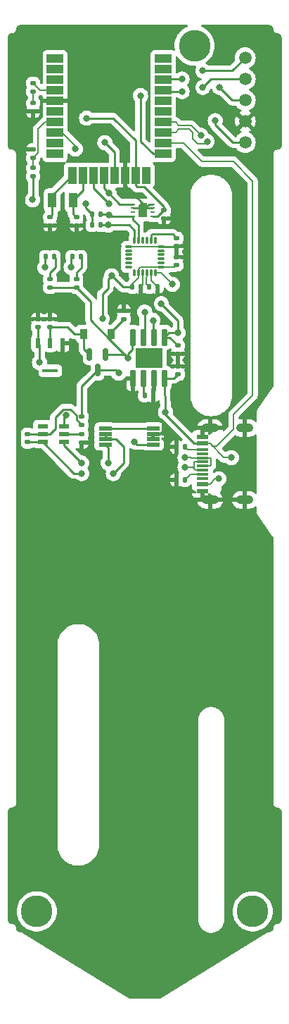
<source format=gtl>
G04 #@! TF.GenerationSoftware,KiCad,Pcbnew,(6.0.0-0)*
G04 #@! TF.CreationDate,2022-01-04T22:04:22+01:00*
G04 #@! TF.ProjectId,floaty,666c6f61-7479-42e6-9b69-6361645f7063,0.0.1a*
G04 #@! TF.SameCoordinates,Original*
G04 #@! TF.FileFunction,Copper,L1,Top*
G04 #@! TF.FilePolarity,Positive*
%FSLAX46Y46*%
G04 Gerber Fmt 4.6, Leading zero omitted, Abs format (unit mm)*
G04 Created by KiCad (PCBNEW (6.0.0-0)) date 2022-01-04 22:04:22*
%MOMM*%
%LPD*%
G01*
G04 APERTURE LIST*
G04 Aperture macros list*
%AMRoundRect*
0 Rectangle with rounded corners*
0 $1 Rounding radius*
0 $2 $3 $4 $5 $6 $7 $8 $9 X,Y pos of 4 corners*
0 Add a 4 corners polygon primitive as box body*
4,1,4,$2,$3,$4,$5,$6,$7,$8,$9,$2,$3,0*
0 Add four circle primitives for the rounded corners*
1,1,$1+$1,$2,$3*
1,1,$1+$1,$4,$5*
1,1,$1+$1,$6,$7*
1,1,$1+$1,$8,$9*
0 Add four rect primitives between the rounded corners*
20,1,$1+$1,$2,$3,$4,$5,0*
20,1,$1+$1,$4,$5,$6,$7,0*
20,1,$1+$1,$6,$7,$8,$9,0*
20,1,$1+$1,$8,$9,$2,$3,0*%
%AMFreePoly0*
4,1,6,0.500000,-0.850000,-0.500000,-0.850000,-0.500000,0.550000,-0.200000,0.850000,0.500000,0.850000,0.500000,-0.850000,0.500000,-0.850000,$1*%
G04 Aperture macros list end*
G04 #@! TA.AperFunction,SMDPad,CuDef*
%ADD10R,1.000000X1.800000*%
G04 #@! TD*
G04 #@! TA.AperFunction,SMDPad,CuDef*
%ADD11RoundRect,0.042000X0.258000X-0.943000X0.258000X0.943000X-0.258000X0.943000X-0.258000X-0.943000X0*%
G04 #@! TD*
G04 #@! TA.AperFunction,SMDPad,CuDef*
%ADD12R,3.302000X2.413000*%
G04 #@! TD*
G04 #@! TA.AperFunction,SMDPad,CuDef*
%ADD13RoundRect,0.020000X-0.760000X-0.180000X0.760000X-0.180000X0.760000X0.180000X-0.760000X0.180000X0*%
G04 #@! TD*
G04 #@! TA.AperFunction,SMDPad,CuDef*
%ADD14R,1.450000X0.600000*%
G04 #@! TD*
G04 #@! TA.AperFunction,SMDPad,CuDef*
%ADD15R,1.450000X0.300000*%
G04 #@! TD*
G04 #@! TA.AperFunction,ComponentPad*
%ADD16O,2.100000X1.050000*%
G04 #@! TD*
G04 #@! TA.AperFunction,SMDPad,CuDef*
%ADD17R,1.200000X0.550000*%
G04 #@! TD*
G04 #@! TA.AperFunction,SMDPad,CuDef*
%ADD18R,0.914400X1.219200*%
G04 #@! TD*
G04 #@! TA.AperFunction,ComponentPad*
%ADD19C,3.800000*%
G04 #@! TD*
G04 #@! TA.AperFunction,SMDPad,CuDef*
%ADD20RoundRect,0.140000X0.140000X0.170000X-0.140000X0.170000X-0.140000X-0.170000X0.140000X-0.170000X0*%
G04 #@! TD*
G04 #@! TA.AperFunction,SMDPad,CuDef*
%ADD21RoundRect,0.140000X0.170000X-0.140000X0.170000X0.140000X-0.170000X0.140000X-0.170000X-0.140000X0*%
G04 #@! TD*
G04 #@! TA.AperFunction,SMDPad,CuDef*
%ADD22RoundRect,0.147500X-0.172500X0.147500X-0.172500X-0.147500X0.172500X-0.147500X0.172500X0.147500X0*%
G04 #@! TD*
G04 #@! TA.AperFunction,SMDPad,CuDef*
%ADD23RoundRect,0.135000X0.185000X-0.135000X0.185000X0.135000X-0.185000X0.135000X-0.185000X-0.135000X0*%
G04 #@! TD*
G04 #@! TA.AperFunction,SMDPad,CuDef*
%ADD24C,1.500000*%
G04 #@! TD*
G04 #@! TA.AperFunction,SMDPad,CuDef*
%ADD25RoundRect,0.135000X-0.185000X0.135000X-0.185000X-0.135000X0.185000X-0.135000X0.185000X0.135000X0*%
G04 #@! TD*
G04 #@! TA.AperFunction,SMDPad,CuDef*
%ADD26RoundRect,0.140000X-0.170000X0.140000X-0.170000X-0.140000X0.170000X-0.140000X0.170000X0.140000X0*%
G04 #@! TD*
G04 #@! TA.AperFunction,SMDPad,CuDef*
%ADD27RoundRect,0.150000X-0.150000X0.587500X-0.150000X-0.587500X0.150000X-0.587500X0.150000X0.587500X0*%
G04 #@! TD*
G04 #@! TA.AperFunction,SMDPad,CuDef*
%ADD28R,0.558800X1.193800*%
G04 #@! TD*
G04 #@! TA.AperFunction,SMDPad,CuDef*
%ADD29R,1.828800X0.457200*%
G04 #@! TD*
G04 #@! TA.AperFunction,SMDPad,CuDef*
%ADD30RoundRect,0.140000X-0.140000X-0.170000X0.140000X-0.170000X0.140000X0.170000X-0.140000X0.170000X0*%
G04 #@! TD*
G04 #@! TA.AperFunction,SMDPad,CuDef*
%ADD31R,2.000000X1.000000*%
G04 #@! TD*
G04 #@! TA.AperFunction,SMDPad,CuDef*
%ADD32R,1.000000X2.000000*%
G04 #@! TD*
G04 #@! TA.AperFunction,SMDPad,CuDef*
%ADD33RoundRect,0.135000X0.135000X0.185000X-0.135000X0.185000X-0.135000X-0.185000X0.135000X-0.185000X0*%
G04 #@! TD*
G04 #@! TA.AperFunction,SMDPad,CuDef*
%ADD34RoundRect,0.135000X-0.135000X-0.185000X0.135000X-0.185000X0.135000X0.185000X-0.135000X0.185000X0*%
G04 #@! TD*
G04 #@! TA.AperFunction,SMDPad,CuDef*
%ADD35RoundRect,0.075000X-0.350000X-0.075000X0.350000X-0.075000X0.350000X0.075000X-0.350000X0.075000X0*%
G04 #@! TD*
G04 #@! TA.AperFunction,SMDPad,CuDef*
%ADD36RoundRect,0.075000X0.075000X-0.350000X0.075000X0.350000X-0.075000X0.350000X-0.075000X-0.350000X0*%
G04 #@! TD*
G04 #@! TA.AperFunction,SMDPad,CuDef*
%ADD37RoundRect,0.147500X0.172500X-0.147500X0.172500X0.147500X-0.172500X0.147500X-0.172500X-0.147500X0*%
G04 #@! TD*
G04 #@! TA.AperFunction,SMDPad,CuDef*
%ADD38FreePoly0,0.000000*%
G04 #@! TD*
G04 #@! TA.AperFunction,SMDPad,CuDef*
%ADD39R,0.550000X0.250000*%
G04 #@! TD*
G04 #@! TA.AperFunction,ViaPad*
%ADD40C,0.800000*%
G04 #@! TD*
G04 #@! TA.AperFunction,Conductor*
%ADD41C,0.200000*%
G04 #@! TD*
G04 #@! TA.AperFunction,Conductor*
%ADD42C,0.250000*%
G04 #@! TD*
G04 APERTURE END LIST*
D10*
X104374000Y-79560000D03*
X101874000Y-79560000D03*
D11*
X111595000Y-100975000D03*
X112865000Y-100975000D03*
X114135000Y-100975000D03*
X115405000Y-100975000D03*
X115405000Y-96025000D03*
X114135000Y-96025000D03*
X112865000Y-96025000D03*
X111595000Y-96025000D03*
D12*
X113500000Y-98500000D03*
D13*
X108245000Y-106975000D03*
X108245000Y-107625000D03*
X108245000Y-108275000D03*
X108245000Y-108925000D03*
X114005000Y-108925000D03*
X114005000Y-108275000D03*
X114005000Y-107625000D03*
X114005000Y-106975000D03*
D14*
X119957500Y-114502000D03*
X119957500Y-113702000D03*
D15*
X119957500Y-112502000D03*
X119957500Y-111502000D03*
X119957500Y-111002000D03*
X119957500Y-110002000D03*
D14*
X119957500Y-108002000D03*
X119957500Y-108802000D03*
D15*
X119957500Y-109502000D03*
X119957500Y-110502000D03*
X119957500Y-112002000D03*
X119957500Y-113002000D03*
D16*
X120872500Y-115572000D03*
X120872500Y-106932000D03*
X125052500Y-115572000D03*
X125052500Y-106932000D03*
D17*
X103300103Y-108614511D03*
X103300103Y-107664511D03*
X103300103Y-106714511D03*
X100700103Y-106714511D03*
X100700103Y-107664511D03*
X100700103Y-108614511D03*
D18*
X108953300Y-95622500D03*
X105676700Y-95622500D03*
D19*
X119000000Y-61000000D03*
X100000000Y-165000000D03*
X126000000Y-165000000D03*
D20*
X112480000Y-90000000D03*
X111520000Y-90000000D03*
D21*
X104775000Y-82580000D03*
X104775000Y-81620000D03*
D22*
X104775000Y-90020000D03*
X104775000Y-89050000D03*
D23*
X110490000Y-92835000D03*
X110490000Y-93855000D03*
D24*
X125100000Y-67540000D03*
D25*
X105410000Y-106555000D03*
X105410000Y-105535000D03*
D24*
X125100000Y-62460000D03*
D26*
X101630000Y-93837500D03*
X101630000Y-94797500D03*
D27*
X108265000Y-98122500D03*
X106365000Y-98122500D03*
X107315000Y-99997500D03*
D23*
X99568000Y-74510000D03*
X99568000Y-73490000D03*
D22*
X101600000Y-90020000D03*
X101600000Y-89050000D03*
D21*
X98900103Y-108624511D03*
X98900103Y-107664511D03*
D28*
X100131400Y-96700600D03*
X101630000Y-96700600D03*
D29*
X101630000Y-100040700D03*
D28*
X103128600Y-96700600D03*
D30*
X113552000Y-90000000D03*
X114512000Y-90000000D03*
D24*
X125100000Y-72620000D03*
X125100000Y-70080000D03*
D31*
X115212000Y-62534000D03*
X115212000Y-63804000D03*
X115212000Y-65074000D03*
X115212000Y-66344000D03*
X115212000Y-67614000D03*
X115212000Y-68884000D03*
X115212000Y-70154000D03*
X115212000Y-71424000D03*
X115212000Y-72694000D03*
X115212000Y-73964000D03*
D32*
X113162000Y-76564000D03*
X111892000Y-76564000D03*
X110622000Y-76564000D03*
X109352000Y-76564000D03*
X108082000Y-76564000D03*
X106812000Y-76564000D03*
X105542000Y-76564000D03*
X104272000Y-76564000D03*
D31*
X102212000Y-73964000D03*
X102212000Y-72694000D03*
X102212000Y-71424000D03*
X102212000Y-70154000D03*
X102212000Y-68884000D03*
X102212000Y-67614000D03*
X102212000Y-66344000D03*
X102212000Y-65074000D03*
X102212000Y-63804000D03*
X102212000Y-62534000D03*
D25*
X99568000Y-67884000D03*
X99568000Y-68904000D03*
D21*
X117000000Y-97020000D03*
X117000000Y-97980000D03*
D33*
X117858000Y-109220000D03*
X116838000Y-109220000D03*
D34*
X107700000Y-81280000D03*
X106680000Y-81280000D03*
D24*
X125100000Y-65000000D03*
D35*
X111050000Y-85110000D03*
X111050000Y-85610000D03*
X111050000Y-86110000D03*
X111050000Y-86610000D03*
X111050000Y-87110000D03*
X111050000Y-87610000D03*
D36*
X111750000Y-88310000D03*
X112250000Y-88310000D03*
X112750000Y-88310000D03*
X113250000Y-88310000D03*
X113750000Y-88310000D03*
X114250000Y-88310000D03*
D35*
X114950000Y-87610000D03*
X114950000Y-87110000D03*
X114950000Y-86610000D03*
X114950000Y-86110000D03*
X114950000Y-85610000D03*
X114950000Y-85110000D03*
D36*
X114250000Y-84410000D03*
X113750000Y-84410000D03*
X113250000Y-84410000D03*
X112750000Y-84410000D03*
X112250000Y-84410000D03*
X111750000Y-84410000D03*
D25*
X105410000Y-108664511D03*
X105410000Y-107644511D03*
D26*
X100130000Y-94797500D03*
X100130000Y-93837500D03*
D33*
X107700000Y-82550000D03*
X106680000Y-82550000D03*
X102110000Y-86360000D03*
X101090000Y-86360000D03*
X116838000Y-113157000D03*
X117858000Y-113157000D03*
D21*
X101600000Y-82580000D03*
X101600000Y-81620000D03*
D23*
X99568000Y-76710000D03*
X99568000Y-75690000D03*
D34*
X112990000Y-103000000D03*
X114010000Y-103000000D03*
D21*
X116840000Y-85090000D03*
X116840000Y-84130000D03*
X116840000Y-87348000D03*
X116840000Y-86388000D03*
D37*
X99568000Y-66494000D03*
X99568000Y-65524000D03*
D26*
X117000000Y-99520000D03*
X117000000Y-100480000D03*
D33*
X104265000Y-86360000D03*
X105285000Y-86360000D03*
D21*
X115316000Y-81732000D03*
X115316000Y-80772000D03*
D38*
X112776000Y-80772000D03*
D39*
X113951000Y-80022000D03*
X113951000Y-80522000D03*
X113951000Y-81022000D03*
X113951000Y-81522000D03*
X111601000Y-81522000D03*
X111601000Y-81022000D03*
X111601000Y-80522000D03*
X111601000Y-80022000D03*
D40*
X127508000Y-81280000D03*
X127508000Y-87630000D03*
X127508000Y-85090000D03*
X127508000Y-82550000D03*
X127508000Y-86360000D03*
X127508000Y-83820000D03*
X109220000Y-114300000D03*
X107315000Y-114300000D03*
X105410000Y-114300000D03*
X103505000Y-114300000D03*
X101600000Y-114300000D03*
X99695000Y-114300000D03*
X124460000Y-87630000D03*
X124460000Y-86360000D03*
X124460000Y-85090000D03*
X124460000Y-83820000D03*
X124460000Y-82550000D03*
X124460000Y-81280000D03*
X106000000Y-69700000D03*
X111760000Y-108585000D03*
X103505000Y-105410000D03*
X109220000Y-112395000D03*
X105410000Y-112395000D03*
X108585000Y-111125000D03*
X105410000Y-111125000D03*
X100330000Y-99060000D03*
X109855000Y-100330000D03*
X100965000Y-87630000D03*
X104140000Y-87630000D03*
X109016800Y-88646000D03*
X108000000Y-66000000D03*
X107000000Y-66000000D03*
X106000000Y-66000000D03*
X108000000Y-65000000D03*
X107000000Y-65000000D03*
X106000000Y-65000000D03*
X115000000Y-92000000D03*
X99500000Y-79500000D03*
X117000000Y-95500000D03*
X107900000Y-93800000D03*
X111000000Y-98500000D03*
X115500000Y-105000000D03*
X113000000Y-93000000D03*
X114000000Y-94000000D03*
X112500000Y-67000000D03*
X121500000Y-70000000D03*
X120000000Y-64000000D03*
X117500000Y-65000000D03*
X117500000Y-66500000D03*
X120000000Y-66000000D03*
X122000000Y-66000000D03*
X121920000Y-113030000D03*
X123444000Y-110490000D03*
X105918000Y-80010000D03*
X108204000Y-72644000D03*
X117856000Y-110490000D03*
X119770768Y-71764768D03*
X120513232Y-72507232D03*
X117856000Y-111633000D03*
X108712000Y-78740000D03*
X108600000Y-82550000D03*
X108712000Y-80010000D03*
X108700000Y-81300000D03*
X104648000Y-73406000D03*
X116332000Y-89662000D03*
D41*
X115212000Y-72694000D02*
X117652000Y-72694000D01*
X123702980Y-105297020D02*
X123702980Y-107050793D01*
X117652000Y-72694000D02*
X119888000Y-74930000D01*
X121112748Y-109061521D02*
X120853227Y-108802000D01*
X119888000Y-74930000D02*
X123698000Y-74930000D01*
X126000000Y-103000000D02*
X123702980Y-105297020D01*
X123698000Y-74930000D02*
X126000000Y-77232000D01*
X123702980Y-107050793D02*
X121692252Y-109061521D01*
X126000000Y-77232000D02*
X126000000Y-103000000D01*
X121692252Y-109061521D02*
X121112748Y-109061521D01*
D42*
X109016800Y-88646000D02*
X109046000Y-88646000D01*
X109046000Y-88646000D02*
X110400000Y-90000000D01*
X108600000Y-90155000D02*
X108600000Y-89062800D01*
X108600000Y-89062800D02*
X109016800Y-88646000D01*
X120000000Y-64000000D02*
X123560000Y-64000000D01*
X123560000Y-64000000D02*
X125100000Y-62460000D01*
D41*
X117858000Y-113157000D02*
X118513000Y-112502000D01*
X118513000Y-112502000D02*
X119957500Y-112502000D01*
X117858000Y-109220000D02*
X118190489Y-109552489D01*
X118190489Y-109552489D02*
X119253000Y-109552489D01*
X117856000Y-111633000D02*
X118745000Y-111633000D01*
X118745000Y-111633000D02*
X119114000Y-112002000D01*
X118630000Y-110502000D02*
X118618000Y-110490000D01*
X118618000Y-110490000D02*
X117856000Y-110490000D01*
X114250000Y-88310000D02*
X114980000Y-88310000D01*
X114980000Y-88310000D02*
X116332000Y-89662000D01*
D42*
X112500000Y-72500000D02*
X112500000Y-67000000D01*
X108600000Y-90155000D02*
X107900000Y-90855000D01*
X111601000Y-81522000D02*
X111589000Y-81534000D01*
X111589000Y-81534000D02*
X108934000Y-81534000D01*
X108934000Y-81534000D02*
X108700000Y-81300000D01*
X111892000Y-76564000D02*
X111892000Y-72392000D01*
X111892000Y-72392000D02*
X109200000Y-69700000D01*
X109200000Y-69700000D02*
X106000000Y-69700000D01*
X121500000Y-70000000D02*
X121500000Y-70500000D01*
X121500000Y-70500000D02*
X123620000Y-72620000D01*
X123620000Y-72620000D02*
X125100000Y-72620000D01*
X122000000Y-66000000D02*
X123540000Y-67540000D01*
X123540000Y-67540000D02*
X125100000Y-67540000D01*
X120000000Y-66000000D02*
X121000000Y-65000000D01*
X121000000Y-65000000D02*
X125100000Y-65000000D01*
X107900000Y-93800000D02*
X107900000Y-90855000D01*
X110400000Y-90000000D02*
X111520000Y-90000000D01*
D41*
X113750000Y-88310000D02*
X113750000Y-89238000D01*
X113750000Y-89238000D02*
X114512000Y-90000000D01*
X113552000Y-90000000D02*
X113500000Y-90000000D01*
X113149520Y-88850480D02*
X113300000Y-88700000D01*
X113500000Y-90000000D02*
X113149520Y-89649520D01*
X113149520Y-89649520D02*
X113149520Y-88850480D01*
X112480000Y-90000000D02*
X112750000Y-89730000D01*
X112750000Y-89730000D02*
X112750000Y-88310000D01*
X112250000Y-88850000D02*
X111500000Y-89600000D01*
X112250000Y-88310000D02*
X112250000Y-88850000D01*
X111500000Y-89600000D02*
X111500000Y-89980000D01*
X111500000Y-89980000D02*
X111520000Y-90000000D01*
X116840000Y-87348000D02*
X116578000Y-87610000D01*
X116578000Y-87610000D02*
X115234000Y-87610000D01*
X112250000Y-87855349D02*
X112250000Y-88310000D01*
X115183520Y-87559520D02*
X112545829Y-87559520D01*
X115234000Y-87610000D02*
X115183520Y-87559520D01*
X112545829Y-87559520D02*
X112250000Y-87855349D01*
D42*
X113750000Y-84410000D02*
X113750000Y-83750000D01*
X116370480Y-83660480D02*
X113839520Y-83660480D01*
X113839520Y-83660480D02*
X113750000Y-83750000D01*
X111601000Y-81522000D02*
X111601000Y-81897000D01*
X111601000Y-81897000D02*
X112250000Y-82546000D01*
X112250000Y-82546000D02*
X112250000Y-84410000D01*
X109222000Y-82550000D02*
X111124282Y-82550000D01*
X111124282Y-82550000D02*
X111750000Y-83175717D01*
X111750000Y-83175717D02*
X111750000Y-84410000D01*
X114005000Y-107625000D02*
X114782224Y-107625000D01*
X115109520Y-107297704D02*
X115109520Y-106219520D01*
X114782224Y-107625000D02*
X115109520Y-107297704D01*
X115109520Y-106219520D02*
X114010000Y-105120000D01*
X114010000Y-105120000D02*
X114010000Y-103000000D01*
X107315000Y-99997500D02*
X105410000Y-101902500D01*
X105410000Y-101902500D02*
X105410000Y-105535000D01*
X102235000Y-106979614D02*
X102235000Y-105655386D01*
X103204897Y-104685489D02*
X104040969Y-104685489D01*
X102235000Y-105655386D02*
X103204897Y-104685489D01*
X104040969Y-104685489D02*
X104765480Y-105410000D01*
X104765480Y-105410000D02*
X104765480Y-105910480D01*
X104765480Y-105910480D02*
X105410000Y-106555000D01*
X100700103Y-107664511D02*
X101550103Y-107664511D01*
X101550103Y-107664511D02*
X102235000Y-106979614D01*
X103300103Y-106714511D02*
X103300103Y-105614897D01*
X103300103Y-105614897D02*
X103505000Y-105410000D01*
X111760000Y-108585000D02*
X112100000Y-108925000D01*
X112100000Y-108925000D02*
X114005000Y-108925000D01*
X108245000Y-108275000D02*
X108245000Y-107625000D01*
X110490000Y-111125000D02*
X110490000Y-109220000D01*
X109220000Y-112395000D02*
X110490000Y-111125000D01*
X110490000Y-109220000D02*
X109545000Y-108275000D01*
X109545000Y-108275000D02*
X108245000Y-108275000D01*
X100700103Y-108614511D02*
X104480592Y-112395000D01*
X104480592Y-112395000D02*
X105410000Y-112395000D01*
X103300103Y-108614511D02*
X103300103Y-109015103D01*
X108585000Y-109265000D02*
X108245000Y-108925000D01*
X103300103Y-109015103D02*
X105410000Y-111125000D01*
X108585000Y-111125000D02*
X108585000Y-109265000D01*
X98900103Y-107664511D02*
X100700103Y-107664511D01*
X103300103Y-107664511D02*
X105390000Y-107664511D01*
X105390000Y-107664511D02*
X105410000Y-107644511D01*
X98900103Y-108624511D02*
X100690103Y-108624511D01*
X100690103Y-108624511D02*
X100700103Y-108614511D01*
X114005000Y-107625000D02*
X114005000Y-108275000D01*
X108245000Y-106975000D02*
X114005000Y-106975000D01*
X100330000Y-99060000D02*
X100330000Y-96899200D01*
X100330000Y-96899200D02*
X100131400Y-96700600D01*
X109522500Y-99997500D02*
X109855000Y-100330000D01*
X107315000Y-99997500D02*
X109522500Y-99997500D01*
X106485000Y-93985000D02*
X108802500Y-96302500D01*
X108802500Y-96302500D02*
X110000000Y-97500000D01*
X108953300Y-95622500D02*
X108953300Y-96151700D01*
X108953300Y-96151700D02*
X108802500Y-96302500D01*
X108265000Y-98122500D02*
X110622500Y-98122500D01*
X110622500Y-98122500D02*
X111000000Y-98500000D01*
X108953300Y-95622500D02*
X108953300Y-95391700D01*
X108953300Y-95391700D02*
X110490000Y-93855000D01*
X105676700Y-95622500D02*
X105676700Y-97434200D01*
X105676700Y-97434200D02*
X106365000Y-98122500D01*
X105676700Y-95622500D02*
X104512500Y-95622500D01*
X104512500Y-95622500D02*
X103687500Y-94797500D01*
X103687500Y-94797500D02*
X101630000Y-94797500D01*
X106485000Y-93985000D02*
X106485000Y-91730000D01*
X106485000Y-91730000D02*
X104775000Y-90020000D01*
X100965000Y-87630000D02*
X100965000Y-86485000D01*
X100965000Y-86485000D02*
X101090000Y-86360000D01*
X104140000Y-87630000D02*
X104140000Y-86485000D01*
X104140000Y-86485000D02*
X104265000Y-86360000D01*
X104775000Y-88265000D02*
X105410000Y-87630000D01*
X104775000Y-89050000D02*
X104775000Y-88265000D01*
X105410000Y-87630000D02*
X105410000Y-86485000D01*
X101600000Y-90020000D02*
X104775000Y-90020000D01*
X101600000Y-88265000D02*
X102235000Y-87630000D01*
X102235000Y-87630000D02*
X102235000Y-86485000D01*
X101600000Y-89050000D02*
X101600000Y-88265000D01*
X104374000Y-79560000D02*
X104374000Y-81219000D01*
X104374000Y-81219000D02*
X104775000Y-81620000D01*
X101874000Y-79560000D02*
X101874000Y-81346000D01*
X101874000Y-81346000D02*
X101600000Y-81620000D01*
X108712000Y-78740000D02*
X109994000Y-80022000D01*
X109994000Y-80022000D02*
X111601000Y-80022000D01*
X105918000Y-80010000D02*
X105918000Y-80518000D01*
X105918000Y-80518000D02*
X106680000Y-81280000D01*
X106812000Y-76564000D02*
X106812000Y-78110000D01*
X106812000Y-78110000D02*
X108712000Y-80010000D01*
X108082000Y-76564000D02*
X108082000Y-78110000D01*
X108082000Y-78110000D02*
X108712000Y-78740000D01*
X99568000Y-76710000D02*
X99568000Y-79432000D01*
X99568000Y-79432000D02*
X99500000Y-79500000D01*
X115000000Y-92000000D02*
X117000000Y-94000000D01*
X117000000Y-94000000D02*
X117000000Y-95500000D01*
X101874000Y-78962000D02*
X104272000Y-76564000D01*
X104374000Y-79560000D02*
X105542000Y-78392000D01*
X105542000Y-78392000D02*
X105542000Y-76564000D01*
X112865000Y-100975000D02*
X112865000Y-102875000D01*
X112865000Y-102875000D02*
X112990000Y-103000000D01*
X117000000Y-95500000D02*
X115930000Y-95500000D01*
X115930000Y-95500000D02*
X115405000Y-96025000D01*
X109985000Y-97485000D02*
X111000000Y-98500000D01*
X100130000Y-94797500D02*
X100130000Y-96699200D01*
X101630000Y-94797500D02*
X101630000Y-96700600D01*
X115405000Y-96025000D02*
X116005000Y-96025000D01*
X116005000Y-96025000D02*
X117000000Y-97020000D01*
X115405000Y-100975000D02*
X116505000Y-100975000D01*
X116505000Y-100975000D02*
X117000000Y-100480000D01*
X111000000Y-98000000D02*
X111500000Y-97500000D01*
X111000000Y-98500000D02*
X111000000Y-98000000D01*
X111500000Y-97500000D02*
X111500000Y-96120000D01*
X111500000Y-96120000D02*
X111595000Y-96025000D01*
X115500000Y-105000000D02*
X115405000Y-105224500D01*
X115405000Y-100975000D02*
X115500000Y-105000000D01*
X115405000Y-105224500D02*
X118982500Y-108802000D01*
X118982500Y-108802000D02*
X119957500Y-108802000D01*
X113000000Y-93000000D02*
X113000000Y-95890000D01*
X113000000Y-95890000D02*
X112865000Y-96025000D01*
X114000000Y-94000000D02*
X114000000Y-95890000D01*
X114000000Y-74000000D02*
X115176000Y-74000000D01*
X115176000Y-74000000D02*
X115212000Y-73964000D01*
X112500000Y-72500000D02*
X114000000Y-74000000D01*
X115286000Y-65000000D02*
X115212000Y-65074000D01*
X117500000Y-65000000D02*
X115286000Y-65000000D01*
X115368000Y-66500000D02*
X115212000Y-66344000D01*
X117500000Y-66500000D02*
X115368000Y-66500000D01*
D41*
X111334000Y-85110000D02*
X111358520Y-85134520D01*
X111358520Y-85134520D02*
X115209480Y-85134520D01*
D42*
X113951000Y-80022000D02*
X113526000Y-80022000D01*
X116820000Y-85110000D02*
X116840000Y-85090000D01*
X112526000Y-80522000D02*
X112776000Y-80772000D01*
X113526000Y-80022000D02*
X112776000Y-80772000D01*
D41*
X115209480Y-85134520D02*
X115234000Y-85110000D01*
D42*
X113026000Y-80522000D02*
X112776000Y-80772000D01*
X111601000Y-80522000D02*
X112526000Y-80522000D01*
X110622000Y-77814000D02*
X110622000Y-76564000D01*
X112776000Y-80772000D02*
X112776000Y-79968000D01*
X115234000Y-85110000D02*
X116820000Y-85110000D01*
X112776000Y-79968000D02*
X110622000Y-77814000D01*
X113951000Y-80522000D02*
X113026000Y-80522000D01*
D41*
X119957500Y-108802000D02*
X120853227Y-108802000D01*
X120853227Y-108802000D02*
X122541227Y-110490000D01*
X121920000Y-113030000D02*
X121525227Y-113030000D01*
X121525227Y-113030000D02*
X120853227Y-113702000D01*
X120853227Y-113702000D02*
X119957500Y-113702000D01*
X122541227Y-110490000D02*
X123444000Y-110490000D01*
D42*
X113951000Y-81522000D02*
X114559070Y-81522000D01*
X112056000Y-77978000D02*
X111892000Y-77814000D01*
X109352000Y-73792000D02*
X108204000Y-72644000D01*
X112956022Y-77978000D02*
X112056000Y-77978000D01*
X111892000Y-77814000D02*
X111892000Y-76564000D01*
X115316000Y-80337978D02*
X112956022Y-77978000D01*
X115309070Y-80772000D02*
X115316000Y-80772000D01*
X106680000Y-81280000D02*
X106680000Y-82550000D01*
X115316000Y-80772000D02*
X115316000Y-80337978D01*
X114559070Y-81522000D02*
X115309070Y-80772000D01*
X109352000Y-76564000D02*
X109352000Y-73792000D01*
D41*
X101012000Y-70154000D02*
X100187520Y-70978480D01*
X99568000Y-74510000D02*
X99568000Y-75690000D01*
X100187520Y-70978480D02*
X100187520Y-73890480D01*
X100187520Y-73890480D02*
X99568000Y-74510000D01*
X102212000Y-70154000D02*
X101012000Y-70154000D01*
X119770768Y-71764768D02*
X118570000Y-70564000D01*
X120931522Y-110502000D02*
X120982011Y-110552489D01*
X119957500Y-110502000D02*
X120931522Y-110502000D01*
X118570000Y-70564000D02*
X117122001Y-70564000D01*
X120982011Y-110552489D02*
X120982011Y-111427989D01*
X116712001Y-70154000D02*
X115212000Y-70154000D01*
X117122001Y-70564000D02*
X116712001Y-70154000D01*
X120982011Y-111427989D02*
X120908000Y-111502000D01*
X119957500Y-110502000D02*
X118630000Y-110502000D01*
X120908000Y-111502000D02*
X119957500Y-111502000D01*
X118771257Y-72178780D02*
X118771257Y-71401655D01*
X118983478Y-111002000D02*
X118932989Y-111052489D01*
X120513232Y-72507232D02*
X120441827Y-72507232D01*
X117122001Y-71014000D02*
X116712001Y-71424000D01*
X119114000Y-112002000D02*
X119957500Y-112002000D01*
X119356756Y-72764279D02*
X118771257Y-72178780D01*
X118932989Y-111820989D02*
X119114000Y-112002000D01*
X116712001Y-71424000D02*
X115212000Y-71424000D01*
X120184780Y-72764279D02*
X119356756Y-72764279D01*
X118932989Y-111052489D02*
X118932989Y-111820989D01*
X118383602Y-71014000D02*
X117122001Y-71014000D01*
X120441827Y-72507232D02*
X120184780Y-72764279D01*
X119957500Y-111002000D02*
X118983478Y-111002000D01*
X118771257Y-71401655D02*
X118383602Y-71014000D01*
X99568000Y-67884000D02*
X99568000Y-66494000D01*
X100388000Y-66344000D02*
X102212000Y-66344000D01*
X99568000Y-65524000D02*
X100388000Y-66344000D01*
D42*
X107700000Y-82550000D02*
X109222000Y-82550000D01*
X107700000Y-81280000D02*
X108968000Y-81280000D01*
X116370480Y-83660480D02*
X116840000Y-84130000D01*
D41*
X103041022Y-71424000D02*
X102212000Y-71424000D01*
X104648000Y-73406000D02*
X104648000Y-73030978D01*
X104648000Y-73030978D02*
X103041022Y-71424000D01*
G04 #@! TA.AperFunction,Conductor*
G36*
X118159055Y-58528002D02*
G01*
X118205548Y-58581658D01*
X118215652Y-58651932D01*
X118186158Y-58716512D01*
X118137318Y-58751152D01*
X117976157Y-58814960D01*
X117976152Y-58814962D01*
X117972483Y-58816415D01*
X117969015Y-58818321D01*
X117969014Y-58818322D01*
X117710843Y-58960254D01*
X117706910Y-58962416D01*
X117461729Y-59140550D01*
X117458843Y-59143261D01*
X117458842Y-59143261D01*
X117368153Y-59228423D01*
X117240808Y-59348008D01*
X117125837Y-59486984D01*
X117053800Y-59574062D01*
X117047630Y-59581520D01*
X117026168Y-59615339D01*
X116909023Y-59799930D01*
X116885242Y-59837402D01*
X116827434Y-59960251D01*
X116788646Y-60042681D01*
X116756206Y-60111619D01*
X116662555Y-60399846D01*
X116605767Y-60697538D01*
X116586738Y-61000000D01*
X116605767Y-61302462D01*
X116617877Y-61365944D01*
X116633004Y-61445243D01*
X116626121Y-61515905D01*
X116582128Y-61571629D01*
X116514992Y-61594721D01*
X116459292Y-61581819D01*
X116458705Y-61583385D01*
X116322316Y-61532255D01*
X116260134Y-61525500D01*
X114163866Y-61525500D01*
X114101684Y-61532255D01*
X113965295Y-61583385D01*
X113848739Y-61670739D01*
X113761385Y-61787295D01*
X113710255Y-61923684D01*
X113703500Y-61985866D01*
X113703500Y-63082134D01*
X113710207Y-63143874D01*
X113710255Y-63144316D01*
X113710207Y-63144321D01*
X113710207Y-63193679D01*
X113710255Y-63193684D01*
X113703500Y-63255866D01*
X113703500Y-64352134D01*
X113710207Y-64413874D01*
X113710255Y-64414316D01*
X113710207Y-64414321D01*
X113710207Y-64463679D01*
X113710255Y-64463684D01*
X113703500Y-64525866D01*
X113703500Y-65622134D01*
X113710207Y-65683874D01*
X113710255Y-65684316D01*
X113710207Y-65684321D01*
X113710207Y-65733679D01*
X113710255Y-65733684D01*
X113703500Y-65795866D01*
X113703500Y-66892134D01*
X113710207Y-66953874D01*
X113710255Y-66954316D01*
X113710207Y-66954321D01*
X113710207Y-67003679D01*
X113710255Y-67003684D01*
X113703500Y-67065866D01*
X113703500Y-68162134D01*
X113710207Y-68223874D01*
X113710255Y-68224316D01*
X113710207Y-68224321D01*
X113710207Y-68273679D01*
X113710255Y-68273684D01*
X113703500Y-68335866D01*
X113703500Y-69432134D01*
X113710207Y-69493874D01*
X113710255Y-69494316D01*
X113710207Y-69494321D01*
X113710207Y-69543679D01*
X113710255Y-69543684D01*
X113703500Y-69605866D01*
X113703500Y-70702134D01*
X113710207Y-70763874D01*
X113710255Y-70764316D01*
X113710207Y-70764321D01*
X113710207Y-70813679D01*
X113710255Y-70813684D01*
X113703500Y-70875866D01*
X113703500Y-71972134D01*
X113710207Y-72033874D01*
X113710255Y-72034316D01*
X113710207Y-72034321D01*
X113710207Y-72083679D01*
X113710255Y-72083684D01*
X113703500Y-72145866D01*
X113703500Y-72503405D01*
X113683498Y-72571526D01*
X113629842Y-72618019D01*
X113559568Y-72628123D01*
X113494988Y-72598629D01*
X113488405Y-72592500D01*
X113170405Y-72274500D01*
X113136379Y-72212188D01*
X113133500Y-72185405D01*
X113133500Y-67702524D01*
X113153502Y-67634403D01*
X113165858Y-67618221D01*
X113239040Y-67536944D01*
X113313197Y-67408500D01*
X113331223Y-67377279D01*
X113331224Y-67377278D01*
X113334527Y-67371556D01*
X113393542Y-67189928D01*
X113403381Y-67096320D01*
X113412814Y-67006565D01*
X113413504Y-67000000D01*
X113408703Y-66954321D01*
X113394232Y-66816635D01*
X113394232Y-66816633D01*
X113393542Y-66810072D01*
X113334527Y-66628444D01*
X113239040Y-66463056D01*
X113111253Y-66321134D01*
X112956752Y-66208882D01*
X112950724Y-66206198D01*
X112950722Y-66206197D01*
X112788319Y-66133891D01*
X112788318Y-66133891D01*
X112782288Y-66131206D01*
X112688888Y-66111353D01*
X112601944Y-66092872D01*
X112601939Y-66092872D01*
X112595487Y-66091500D01*
X112404513Y-66091500D01*
X112398061Y-66092872D01*
X112398056Y-66092872D01*
X112311112Y-66111353D01*
X112217712Y-66131206D01*
X112211682Y-66133891D01*
X112211681Y-66133891D01*
X112049278Y-66206197D01*
X112049276Y-66206198D01*
X112043248Y-66208882D01*
X111888747Y-66321134D01*
X111760960Y-66463056D01*
X111665473Y-66628444D01*
X111606458Y-66810072D01*
X111605768Y-66816633D01*
X111605768Y-66816635D01*
X111591297Y-66954321D01*
X111586496Y-67000000D01*
X111587186Y-67006565D01*
X111596620Y-67096320D01*
X111606458Y-67189928D01*
X111665473Y-67371556D01*
X111668776Y-67377278D01*
X111668777Y-67377279D01*
X111686803Y-67408500D01*
X111760960Y-67536944D01*
X111834137Y-67618215D01*
X111864853Y-67682221D01*
X111866500Y-67702524D01*
X111866500Y-71166406D01*
X111846498Y-71234527D01*
X111792842Y-71281020D01*
X111722568Y-71291124D01*
X111657988Y-71261630D01*
X111651405Y-71255501D01*
X110778654Y-70382749D01*
X109703652Y-69307747D01*
X109696112Y-69299461D01*
X109692000Y-69292982D01*
X109642348Y-69246356D01*
X109639507Y-69243602D01*
X109619770Y-69223865D01*
X109616573Y-69221385D01*
X109607551Y-69213680D01*
X109575321Y-69183414D01*
X109568375Y-69179595D01*
X109568372Y-69179593D01*
X109557566Y-69173652D01*
X109541047Y-69162801D01*
X109538565Y-69160876D01*
X109525041Y-69150386D01*
X109517772Y-69147241D01*
X109517768Y-69147238D01*
X109484463Y-69132826D01*
X109473813Y-69127609D01*
X109435060Y-69106305D01*
X109415437Y-69101267D01*
X109396734Y-69094863D01*
X109385420Y-69089967D01*
X109385419Y-69089967D01*
X109378145Y-69086819D01*
X109370322Y-69085580D01*
X109370312Y-69085577D01*
X109334476Y-69079901D01*
X109322856Y-69077495D01*
X109287711Y-69068472D01*
X109287710Y-69068472D01*
X109280030Y-69066500D01*
X109259776Y-69066500D01*
X109240065Y-69064949D01*
X109227886Y-69063020D01*
X109220057Y-69061780D01*
X109212165Y-69062526D01*
X109176039Y-69065941D01*
X109164181Y-69066500D01*
X106708200Y-69066500D01*
X106640079Y-69046498D01*
X106620853Y-69030157D01*
X106620580Y-69030460D01*
X106615668Y-69026037D01*
X106611253Y-69021134D01*
X106560216Y-68984053D01*
X106462094Y-68912763D01*
X106462093Y-68912762D01*
X106456752Y-68908882D01*
X106450724Y-68906198D01*
X106450722Y-68906197D01*
X106288319Y-68833891D01*
X106288318Y-68833891D01*
X106282288Y-68831206D01*
X106179116Y-68809276D01*
X106101944Y-68792872D01*
X106101939Y-68792872D01*
X106095487Y-68791500D01*
X105904513Y-68791500D01*
X105898061Y-68792872D01*
X105898056Y-68792872D01*
X105820884Y-68809276D01*
X105717712Y-68831206D01*
X105711682Y-68833891D01*
X105711681Y-68833891D01*
X105549278Y-68906197D01*
X105549276Y-68906198D01*
X105543248Y-68908882D01*
X105537907Y-68912762D01*
X105537906Y-68912763D01*
X105487843Y-68949136D01*
X105388747Y-69021134D01*
X105384326Y-69026044D01*
X105384325Y-69026045D01*
X105275203Y-69147238D01*
X105260960Y-69163056D01*
X105165473Y-69328444D01*
X105106458Y-69510072D01*
X105105768Y-69516633D01*
X105105768Y-69516635D01*
X105094017Y-69628444D01*
X105086496Y-69700000D01*
X105106458Y-69889928D01*
X105165473Y-70071556D01*
X105168776Y-70077278D01*
X105168777Y-70077279D01*
X105185084Y-70105523D01*
X105260960Y-70236944D01*
X105388747Y-70378866D01*
X105543248Y-70491118D01*
X105549276Y-70493802D01*
X105549278Y-70493803D01*
X105711681Y-70566109D01*
X105717712Y-70568794D01*
X105811112Y-70588647D01*
X105898056Y-70607128D01*
X105898061Y-70607128D01*
X105904513Y-70608500D01*
X106095487Y-70608500D01*
X106101939Y-70607128D01*
X106101944Y-70607128D01*
X106188888Y-70588647D01*
X106282288Y-70568794D01*
X106288319Y-70566109D01*
X106450722Y-70493803D01*
X106450724Y-70493802D01*
X106456752Y-70491118D01*
X106611253Y-70378866D01*
X106615668Y-70373963D01*
X106620580Y-70369540D01*
X106621705Y-70370789D01*
X106675014Y-70337949D01*
X106708200Y-70333500D01*
X108885406Y-70333500D01*
X108953527Y-70353502D01*
X108974501Y-70370405D01*
X111221595Y-72617500D01*
X111255621Y-72679812D01*
X111258500Y-72706595D01*
X111258500Y-74930000D01*
X111238498Y-74998121D01*
X111184842Y-75044614D01*
X111132500Y-75056000D01*
X110894115Y-75056000D01*
X110878876Y-75060475D01*
X110877671Y-75061865D01*
X110876000Y-75069548D01*
X110876000Y-78053884D01*
X110880475Y-78069123D01*
X110881865Y-78070328D01*
X110889548Y-78071999D01*
X111166669Y-78071999D01*
X111173488Y-78071630D01*
X111215089Y-78067111D01*
X111284972Y-78079640D01*
X111330284Y-78123189D01*
X111332448Y-78121617D01*
X111358436Y-78157387D01*
X111364952Y-78167307D01*
X111387458Y-78205362D01*
X111401782Y-78219686D01*
X111414617Y-78234713D01*
X111426528Y-78251107D01*
X111432636Y-78256160D01*
X111432638Y-78256162D01*
X111460598Y-78279292D01*
X111469378Y-78287282D01*
X111552347Y-78370251D01*
X111559887Y-78378537D01*
X111564000Y-78385018D01*
X111569779Y-78390445D01*
X111569780Y-78390446D01*
X111613652Y-78431644D01*
X111616494Y-78434399D01*
X111636230Y-78454135D01*
X111639427Y-78456615D01*
X111648447Y-78464318D01*
X111680679Y-78494586D01*
X111687625Y-78498405D01*
X111687628Y-78498407D01*
X111698434Y-78504348D01*
X111714953Y-78515199D01*
X111730959Y-78527614D01*
X111738228Y-78530759D01*
X111738232Y-78530762D01*
X111771537Y-78545174D01*
X111782187Y-78550391D01*
X111820940Y-78571695D01*
X111828615Y-78573666D01*
X111828616Y-78573666D01*
X111840562Y-78576733D01*
X111859267Y-78583137D01*
X111877855Y-78591181D01*
X111885678Y-78592420D01*
X111885688Y-78592423D01*
X111921524Y-78598099D01*
X111933144Y-78600505D01*
X111968289Y-78609528D01*
X111975970Y-78611500D01*
X111996224Y-78611500D01*
X112015934Y-78613051D01*
X112035943Y-78616220D01*
X112043835Y-78615474D01*
X112079961Y-78612059D01*
X112091819Y-78611500D01*
X112641427Y-78611500D01*
X112709548Y-78631502D01*
X112730523Y-78648405D01*
X113275293Y-79193176D01*
X113309318Y-79255488D01*
X113304253Y-79326304D01*
X113261706Y-79383139D01*
X113195186Y-79407950D01*
X113186197Y-79408271D01*
X112576000Y-79408271D01*
X112572653Y-79408631D01*
X112572650Y-79408631D01*
X112532436Y-79412954D01*
X112466799Y-79420011D01*
X112329796Y-79471111D01*
X112322584Y-79476510D01*
X112322582Y-79476511D01*
X112318249Y-79479755D01*
X112251729Y-79504566D01*
X112182355Y-79489475D01*
X112167176Y-79479714D01*
X112129891Y-79451770D01*
X112129888Y-79451768D01*
X112122705Y-79446385D01*
X111986316Y-79395255D01*
X111924134Y-79388500D01*
X110308594Y-79388500D01*
X110240473Y-79368498D01*
X110219499Y-79351595D01*
X109659122Y-78791218D01*
X109625096Y-78728906D01*
X109622907Y-78715293D01*
X109617265Y-78661606D01*
X109605542Y-78550072D01*
X109546527Y-78368444D01*
X109542883Y-78362132D01*
X109484783Y-78261500D01*
X109468045Y-78192505D01*
X109491266Y-78125413D01*
X109547073Y-78081526D01*
X109593902Y-78072500D01*
X109900134Y-78072500D01*
X109904746Y-78071999D01*
X109954466Y-78066598D01*
X109954468Y-78066598D01*
X109962316Y-78065745D01*
X109962882Y-78065533D01*
X110011763Y-78065532D01*
X110011793Y-78065252D01*
X110014371Y-78065532D01*
X110017237Y-78065532D01*
X110019648Y-78066105D01*
X110070514Y-78071631D01*
X110077328Y-78072000D01*
X110349885Y-78072000D01*
X110365124Y-78067525D01*
X110366329Y-78066135D01*
X110368000Y-78058452D01*
X110368000Y-75074116D01*
X110363525Y-75058877D01*
X110362135Y-75057672D01*
X110354452Y-75056001D01*
X110111500Y-75056001D01*
X110043379Y-75035999D01*
X109996886Y-74982343D01*
X109985500Y-74930001D01*
X109985500Y-73870767D01*
X109986027Y-73859584D01*
X109987702Y-73852091D01*
X109985562Y-73784014D01*
X109985500Y-73780055D01*
X109985500Y-73752144D01*
X109984995Y-73748144D01*
X109984062Y-73736301D01*
X109984002Y-73734371D01*
X109982673Y-73692110D01*
X109977022Y-73672658D01*
X109973014Y-73653306D01*
X109971602Y-73642133D01*
X109970474Y-73633203D01*
X109965267Y-73620051D01*
X109954200Y-73592097D01*
X109950355Y-73580870D01*
X109943854Y-73558494D01*
X109938018Y-73538407D01*
X109933984Y-73531585D01*
X109933981Y-73531579D01*
X109927706Y-73520968D01*
X109919010Y-73503218D01*
X109914472Y-73491756D01*
X109914469Y-73491751D01*
X109911552Y-73484383D01*
X109898901Y-73466970D01*
X109885573Y-73448625D01*
X109879057Y-73438707D01*
X109860575Y-73407457D01*
X109856542Y-73400637D01*
X109842218Y-73386313D01*
X109829376Y-73371278D01*
X109817472Y-73354893D01*
X109783406Y-73326711D01*
X109774627Y-73318722D01*
X109151122Y-72695217D01*
X109117096Y-72632905D01*
X109114907Y-72619292D01*
X109098232Y-72460635D01*
X109098232Y-72460633D01*
X109097542Y-72454072D01*
X109038527Y-72272444D01*
X108943040Y-72107056D01*
X108936763Y-72100084D01*
X108819675Y-71970045D01*
X108819674Y-71970044D01*
X108815253Y-71965134D01*
X108683058Y-71869088D01*
X108666094Y-71856763D01*
X108666093Y-71856762D01*
X108660752Y-71852882D01*
X108654724Y-71850198D01*
X108654722Y-71850197D01*
X108492319Y-71777891D01*
X108492318Y-71777891D01*
X108486288Y-71775206D01*
X108392887Y-71755353D01*
X108305944Y-71736872D01*
X108305939Y-71736872D01*
X108299487Y-71735500D01*
X108108513Y-71735500D01*
X108102061Y-71736872D01*
X108102056Y-71736872D01*
X108015113Y-71755353D01*
X107921712Y-71775206D01*
X107915682Y-71777891D01*
X107915681Y-71777891D01*
X107753278Y-71850197D01*
X107753276Y-71850198D01*
X107747248Y-71852882D01*
X107741907Y-71856762D01*
X107741906Y-71856763D01*
X107724942Y-71869088D01*
X107592747Y-71965134D01*
X107588326Y-71970044D01*
X107588325Y-71970045D01*
X107471238Y-72100084D01*
X107464960Y-72107056D01*
X107369473Y-72272444D01*
X107310458Y-72454072D01*
X107309768Y-72460633D01*
X107309768Y-72460635D01*
X107297483Y-72577526D01*
X107290496Y-72644000D01*
X107291186Y-72650565D01*
X107303133Y-72764230D01*
X107310458Y-72833928D01*
X107369473Y-73015556D01*
X107372776Y-73021278D01*
X107372777Y-73021279D01*
X107388830Y-73049084D01*
X107464960Y-73180944D01*
X107469378Y-73185851D01*
X107469379Y-73185852D01*
X107578242Y-73306757D01*
X107592747Y-73322866D01*
X107670420Y-73379299D01*
X107720566Y-73415732D01*
X107747248Y-73435118D01*
X107753276Y-73437802D01*
X107753278Y-73437803D01*
X107915681Y-73510109D01*
X107921712Y-73512794D01*
X107998167Y-73529045D01*
X108102056Y-73551128D01*
X108102061Y-73551128D01*
X108108513Y-73552500D01*
X108164406Y-73552500D01*
X108232527Y-73572502D01*
X108253501Y-73589405D01*
X108681595Y-74017499D01*
X108715621Y-74079811D01*
X108718500Y-74106594D01*
X108718500Y-74929500D01*
X108698498Y-74997621D01*
X108644842Y-75044114D01*
X108592500Y-75055500D01*
X107533866Y-75055500D01*
X107530469Y-75055869D01*
X107492276Y-75060018D01*
X107471684Y-75062255D01*
X107471679Y-75062207D01*
X107422321Y-75062207D01*
X107422316Y-75062255D01*
X107421874Y-75062207D01*
X107401724Y-75060018D01*
X107363531Y-75055869D01*
X107360134Y-75055500D01*
X106263866Y-75055500D01*
X106260469Y-75055869D01*
X106222276Y-75060018D01*
X106201684Y-75062255D01*
X106201679Y-75062207D01*
X106152321Y-75062207D01*
X106152316Y-75062255D01*
X106151874Y-75062207D01*
X106131724Y-75060018D01*
X106093531Y-75055869D01*
X106090134Y-75055500D01*
X104993866Y-75055500D01*
X104990469Y-75055869D01*
X104952276Y-75060018D01*
X104931684Y-75062255D01*
X104931679Y-75062207D01*
X104882321Y-75062207D01*
X104882316Y-75062255D01*
X104881874Y-75062207D01*
X104861724Y-75060018D01*
X104823531Y-75055869D01*
X104820134Y-75055500D01*
X103723866Y-75055500D01*
X103661684Y-75062255D01*
X103660778Y-75062595D01*
X103592946Y-75059052D01*
X103535303Y-75017606D01*
X103509218Y-74951575D01*
X103522973Y-74881924D01*
X103559136Y-74839346D01*
X103568081Y-74832642D01*
X103575261Y-74827261D01*
X103662615Y-74710705D01*
X103713745Y-74574316D01*
X103720500Y-74512134D01*
X103720500Y-74061878D01*
X103740502Y-73993757D01*
X103794158Y-73947264D01*
X103864432Y-73937160D01*
X103929012Y-73966654D01*
X103940132Y-73977564D01*
X104036747Y-74084866D01*
X104191248Y-74197118D01*
X104197276Y-74199802D01*
X104197278Y-74199803D01*
X104349006Y-74267356D01*
X104365712Y-74274794D01*
X104459113Y-74294647D01*
X104546056Y-74313128D01*
X104546061Y-74313128D01*
X104552513Y-74314500D01*
X104743487Y-74314500D01*
X104749939Y-74313128D01*
X104749944Y-74313128D01*
X104836887Y-74294647D01*
X104930288Y-74274794D01*
X104946994Y-74267356D01*
X105098722Y-74199803D01*
X105098724Y-74199802D01*
X105104752Y-74197118D01*
X105259253Y-74084866D01*
X105278356Y-74063650D01*
X105382621Y-73947852D01*
X105382622Y-73947851D01*
X105387040Y-73942944D01*
X105460656Y-73815437D01*
X105479223Y-73783279D01*
X105479224Y-73783278D01*
X105482527Y-73777556D01*
X105541542Y-73595928D01*
X105542290Y-73588816D01*
X105560814Y-73412565D01*
X105561504Y-73406000D01*
X105557855Y-73371278D01*
X105542232Y-73222635D01*
X105542232Y-73222633D01*
X105541542Y-73216072D01*
X105482527Y-73034444D01*
X105475899Y-73022963D01*
X105390341Y-72874774D01*
X105387040Y-72869056D01*
X105361064Y-72840206D01*
X105263675Y-72732045D01*
X105263674Y-72732044D01*
X105259253Y-72727134D01*
X105153865Y-72650565D01*
X105110097Y-72618765D01*
X105110094Y-72618764D01*
X105104752Y-72614882D01*
X105102933Y-72614072D01*
X105083867Y-72599441D01*
X105081987Y-72596991D01*
X105075441Y-72591968D01*
X105075438Y-72591965D01*
X105056621Y-72577526D01*
X105044230Y-72566659D01*
X103757405Y-71279834D01*
X103723379Y-71217522D01*
X103720500Y-71190739D01*
X103720500Y-70875866D01*
X103713745Y-70813684D01*
X103713793Y-70813679D01*
X103713793Y-70764321D01*
X103713745Y-70764316D01*
X103713793Y-70763874D01*
X103720500Y-70702134D01*
X103720500Y-69605866D01*
X103713745Y-69543684D01*
X103713793Y-69543679D01*
X103713793Y-69494321D01*
X103713745Y-69494316D01*
X103713793Y-69493874D01*
X103720500Y-69432134D01*
X103720500Y-68335866D01*
X103719901Y-68330350D01*
X103714598Y-68281534D01*
X103714598Y-68281532D01*
X103713745Y-68273684D01*
X103713533Y-68273118D01*
X103713532Y-68224237D01*
X103713252Y-68224207D01*
X103713532Y-68221629D01*
X103713532Y-68218763D01*
X103714105Y-68216352D01*
X103719631Y-68165486D01*
X103720000Y-68158672D01*
X103720000Y-67886115D01*
X103715525Y-67870876D01*
X103714135Y-67869671D01*
X103706452Y-67868000D01*
X100722116Y-67868000D01*
X100706877Y-67872475D01*
X100705672Y-67873865D01*
X100704001Y-67881548D01*
X100704001Y-68158669D01*
X100704371Y-68165490D01*
X100709894Y-68216349D01*
X100710467Y-68218756D01*
X100710467Y-68221620D01*
X100710748Y-68224207D01*
X100710467Y-68224238D01*
X100710467Y-68273118D01*
X100710255Y-68273684D01*
X100709401Y-68281541D01*
X100709401Y-68281543D01*
X100704099Y-68330350D01*
X100703500Y-68335866D01*
X100703500Y-69432134D01*
X100710207Y-69493874D01*
X100710255Y-69494316D01*
X100710207Y-69494321D01*
X100710207Y-69543679D01*
X100710255Y-69543684D01*
X100709402Y-69551536D01*
X100707202Y-69571788D01*
X100679960Y-69637350D01*
X100658643Y-69658142D01*
X100609937Y-69695515D01*
X100609921Y-69695529D01*
X100584566Y-69714984D01*
X100584563Y-69714987D01*
X100578013Y-69720013D01*
X100572983Y-69726568D01*
X100558548Y-69745379D01*
X100547681Y-69757770D01*
X99791286Y-70514165D01*
X99778895Y-70525032D01*
X99753533Y-70544493D01*
X99729046Y-70576405D01*
X99729043Y-70576408D01*
X99729037Y-70576416D01*
X99662445Y-70663200D01*
X99655996Y-70671604D01*
X99594682Y-70819629D01*
X99594682Y-70819630D01*
X99592934Y-70832906D01*
X99581374Y-70920717D01*
X99579020Y-70938595D01*
X99579020Y-70938600D01*
X99573770Y-70978480D01*
X99574848Y-70986668D01*
X99577942Y-71010170D01*
X99579020Y-71026616D01*
X99579020Y-72586000D01*
X99559018Y-72654121D01*
X99505362Y-72700614D01*
X99453020Y-72712000D01*
X99320527Y-72712000D01*
X99315597Y-72712193D01*
X99288032Y-72714363D01*
X99275428Y-72716665D01*
X99133217Y-72757981D01*
X99118778Y-72764230D01*
X98992595Y-72838854D01*
X98980159Y-72848501D01*
X98876501Y-72952159D01*
X98866854Y-72964595D01*
X98792230Y-73090778D01*
X98785981Y-73105217D01*
X98753039Y-73218605D01*
X98753079Y-73232705D01*
X98760349Y-73236000D01*
X99453020Y-73236000D01*
X99521141Y-73256002D01*
X99567634Y-73309658D01*
X99579020Y-73362000D01*
X99579020Y-73586241D01*
X99559018Y-73654362D01*
X99542115Y-73675336D01*
X99522855Y-73694596D01*
X99460543Y-73728622D01*
X99433760Y-73731501D01*
X99318012Y-73731501D01*
X99281534Y-73734371D01*
X99275352Y-73736167D01*
X99275347Y-73736168D01*
X99265610Y-73738997D01*
X99230458Y-73744000D01*
X98766100Y-73744000D01*
X98752569Y-73747973D01*
X98751434Y-73755871D01*
X98785981Y-73874783D01*
X98792229Y-73889220D01*
X98819522Y-73935370D01*
X98836982Y-74004187D01*
X98819523Y-74063646D01*
X98787731Y-74117404D01*
X98742371Y-74273534D01*
X98739500Y-74310011D01*
X98739501Y-74709988D01*
X98742371Y-74746466D01*
X98768399Y-74836056D01*
X98784919Y-74892916D01*
X98787731Y-74902596D01*
X98791766Y-74909418D01*
X98791766Y-74909419D01*
X98866543Y-75035861D01*
X98884002Y-75104678D01*
X98866543Y-75164139D01*
X98848079Y-75195360D01*
X98787731Y-75297404D01*
X98742371Y-75453534D01*
X98741867Y-75459941D01*
X98741866Y-75459945D01*
X98739693Y-75487556D01*
X98739500Y-75490011D01*
X98739501Y-75889988D01*
X98742371Y-75926466D01*
X98787731Y-76082596D01*
X98791767Y-76089421D01*
X98791769Y-76089425D01*
X98819231Y-76135861D01*
X98836691Y-76204677D01*
X98819231Y-76264139D01*
X98791769Y-76310575D01*
X98791767Y-76310579D01*
X98787731Y-76317404D01*
X98742371Y-76473534D01*
X98741867Y-76479941D01*
X98741866Y-76479945D01*
X98739693Y-76507556D01*
X98739500Y-76510011D01*
X98739501Y-76909988D01*
X98742371Y-76946466D01*
X98787731Y-77102596D01*
X98870494Y-77242541D01*
X98897595Y-77269642D01*
X98931621Y-77331954D01*
X98934500Y-77358737D01*
X98934500Y-78724767D01*
X98914498Y-78792888D01*
X98893306Y-78817822D01*
X98888747Y-78821134D01*
X98760960Y-78963056D01*
X98665473Y-79128444D01*
X98606458Y-79310072D01*
X98605768Y-79316633D01*
X98605768Y-79316635D01*
X98594903Y-79420011D01*
X98586496Y-79500000D01*
X98606458Y-79689928D01*
X98665473Y-79871556D01*
X98760960Y-80036944D01*
X98765378Y-80041851D01*
X98765379Y-80041852D01*
X98884325Y-80173955D01*
X98888747Y-80178866D01*
X99043248Y-80291118D01*
X99049276Y-80293802D01*
X99049278Y-80293803D01*
X99210493Y-80365580D01*
X99217712Y-80368794D01*
X99310421Y-80388500D01*
X99398056Y-80407128D01*
X99398061Y-80407128D01*
X99404513Y-80408500D01*
X99595487Y-80408500D01*
X99601939Y-80407128D01*
X99601944Y-80407128D01*
X99689579Y-80388500D01*
X99782288Y-80368794D01*
X99789507Y-80365580D01*
X99950722Y-80293803D01*
X99950724Y-80293802D01*
X99956752Y-80291118D01*
X100111253Y-80178866D01*
X100115675Y-80173955D01*
X100234621Y-80041852D01*
X100234622Y-80041851D01*
X100239040Y-80036944D01*
X100334527Y-79871556D01*
X100393542Y-79689928D01*
X100413504Y-79500000D01*
X100405097Y-79420011D01*
X100394232Y-79316635D01*
X100394232Y-79316633D01*
X100393542Y-79310072D01*
X100334527Y-79128444D01*
X100239040Y-78963056D01*
X100233868Y-78957312D01*
X100233585Y-78956722D01*
X100230739Y-78952805D01*
X100231455Y-78952285D01*
X100203147Y-78893306D01*
X100201500Y-78872997D01*
X100201500Y-77358737D01*
X100221502Y-77290616D01*
X100238405Y-77269642D01*
X100265506Y-77242541D01*
X100348269Y-77102596D01*
X100354446Y-77081337D01*
X100391834Y-76952644D01*
X100393629Y-76946466D01*
X100394135Y-76940047D01*
X100396307Y-76912444D01*
X100396307Y-76912438D01*
X100396500Y-76909989D01*
X100396499Y-76510012D01*
X100393629Y-76473534D01*
X100348269Y-76317404D01*
X100344233Y-76310579D01*
X100344231Y-76310575D01*
X100316769Y-76264139D01*
X100299309Y-76195323D01*
X100316769Y-76135861D01*
X100344231Y-76089425D01*
X100344233Y-76089421D01*
X100348269Y-76082596D01*
X100393629Y-75926466D01*
X100394135Y-75920047D01*
X100396307Y-75892444D01*
X100396307Y-75892438D01*
X100396500Y-75889989D01*
X100396499Y-75490012D01*
X100393629Y-75453534D01*
X100348269Y-75297404D01*
X100287921Y-75195360D01*
X100269457Y-75164139D01*
X100251998Y-75095322D01*
X100269457Y-75035861D01*
X100344234Y-74909419D01*
X100344234Y-74909418D01*
X100348269Y-74902596D01*
X100351082Y-74892916D01*
X100391834Y-74752644D01*
X100393629Y-74746466D01*
X100394135Y-74740047D01*
X100396307Y-74712444D01*
X100396307Y-74712438D01*
X100396500Y-74709989D01*
X100396500Y-74594239D01*
X100416502Y-74526118D01*
X100433405Y-74505144D01*
X100490392Y-74448157D01*
X100552704Y-74414131D01*
X100623519Y-74419196D01*
X100680355Y-74461743D01*
X100704750Y-74523643D01*
X100710255Y-74574316D01*
X100761385Y-74710705D01*
X100848739Y-74827261D01*
X100965295Y-74914615D01*
X101101684Y-74965745D01*
X101163866Y-74972500D01*
X103260134Y-74972500D01*
X103322316Y-74965745D01*
X103323222Y-74965405D01*
X103391054Y-74968948D01*
X103448697Y-75010394D01*
X103474782Y-75076425D01*
X103461027Y-75146076D01*
X103424864Y-75188654D01*
X103408739Y-75200739D01*
X103321385Y-75317295D01*
X103270255Y-75453684D01*
X103263500Y-75515866D01*
X103263500Y-76624406D01*
X103243498Y-76692527D01*
X103226595Y-76713501D01*
X101825500Y-78114595D01*
X101763188Y-78148621D01*
X101736405Y-78151500D01*
X101325866Y-78151500D01*
X101263684Y-78158255D01*
X101127295Y-78209385D01*
X101010739Y-78296739D01*
X100923385Y-78413295D01*
X100872255Y-78549684D01*
X100865500Y-78611866D01*
X100865500Y-80508134D01*
X100872255Y-80570316D01*
X100923385Y-80706705D01*
X100952816Y-80745974D01*
X101010739Y-80823261D01*
X101008616Y-80824852D01*
X101036011Y-80875020D01*
X101030946Y-80945835D01*
X101001985Y-80990898D01*
X100913512Y-81079371D01*
X100830106Y-81220403D01*
X100827895Y-81228014D01*
X100827894Y-81228016D01*
X100827043Y-81230945D01*
X100784394Y-81377746D01*
X100783890Y-81384151D01*
X100783889Y-81384156D01*
X100782188Y-81405776D01*
X100781500Y-81414516D01*
X100781500Y-81825484D01*
X100784394Y-81862254D01*
X100788989Y-81878069D01*
X100821303Y-81989295D01*
X100830106Y-82019597D01*
X100834143Y-82026423D01*
X100840015Y-82036353D01*
X100857474Y-82105170D01*
X100840016Y-82164628D01*
X100834605Y-82173778D01*
X100828357Y-82188216D01*
X100793381Y-82308605D01*
X100793421Y-82322705D01*
X100800691Y-82326000D01*
X101078621Y-82326000D01*
X101142760Y-82343546D01*
X101170403Y-82359894D01*
X101178014Y-82362105D01*
X101178016Y-82362106D01*
X101228995Y-82376916D01*
X101327746Y-82405606D01*
X101334151Y-82406110D01*
X101334156Y-82406111D01*
X101362060Y-82408307D01*
X101362068Y-82408307D01*
X101364516Y-82408500D01*
X101835484Y-82408500D01*
X101837932Y-82408307D01*
X101837940Y-82408307D01*
X101865844Y-82406111D01*
X101865849Y-82406110D01*
X101872254Y-82405606D01*
X101971005Y-82376916D01*
X102021984Y-82362106D01*
X102021986Y-82362105D01*
X102029597Y-82359894D01*
X102057240Y-82343546D01*
X102121379Y-82326000D01*
X102393558Y-82326000D01*
X102407089Y-82322027D01*
X102408224Y-82314129D01*
X102371643Y-82188216D01*
X102365395Y-82173778D01*
X102359984Y-82164628D01*
X102342526Y-82095812D01*
X102359985Y-82036353D01*
X102365857Y-82026423D01*
X102369894Y-82019597D01*
X102378698Y-81989295D01*
X102411011Y-81878069D01*
X102415606Y-81862254D01*
X102418500Y-81825484D01*
X102418500Y-81708950D01*
X102428861Y-81658914D01*
X102441174Y-81630460D01*
X102446391Y-81619812D01*
X102463875Y-81588009D01*
X102463876Y-81588007D01*
X102467695Y-81581060D01*
X102469855Y-81572650D01*
X102472733Y-81561438D01*
X102479137Y-81542734D01*
X102484033Y-81531420D01*
X102484033Y-81531419D01*
X102487181Y-81524145D01*
X102488420Y-81516322D01*
X102488423Y-81516312D01*
X102494099Y-81480476D01*
X102496505Y-81468856D01*
X102505528Y-81433711D01*
X102505528Y-81433710D01*
X102507500Y-81426030D01*
X102507500Y-81405776D01*
X102509051Y-81386065D01*
X102510980Y-81373886D01*
X102512220Y-81366057D01*
X102508059Y-81322038D01*
X102507500Y-81310181D01*
X102507500Y-81040382D01*
X102527502Y-80972261D01*
X102581158Y-80925768D01*
X102589269Y-80922401D01*
X102612293Y-80913769D01*
X102612296Y-80913768D01*
X102620705Y-80910615D01*
X102737261Y-80823261D01*
X102824615Y-80706705D01*
X102875745Y-80570316D01*
X102882500Y-80508134D01*
X102882500Y-78901595D01*
X102902502Y-78833474D01*
X102919405Y-78812500D01*
X103150405Y-78581500D01*
X103212717Y-78547474D01*
X103283532Y-78552539D01*
X103340368Y-78595086D01*
X103365179Y-78661606D01*
X103365500Y-78670595D01*
X103365500Y-80508134D01*
X103372255Y-80570316D01*
X103423385Y-80706705D01*
X103510739Y-80823261D01*
X103627295Y-80910615D01*
X103635704Y-80913768D01*
X103635707Y-80913769D01*
X103658731Y-80922401D01*
X103715495Y-80965043D01*
X103740194Y-81031605D01*
X103740500Y-81040382D01*
X103740500Y-81140233D01*
X103739973Y-81151416D01*
X103738298Y-81158909D01*
X103738547Y-81166835D01*
X103738547Y-81166836D01*
X103740438Y-81226986D01*
X103740500Y-81230945D01*
X103740500Y-81258856D01*
X103740997Y-81262790D01*
X103740997Y-81262791D01*
X103741005Y-81262856D01*
X103741938Y-81274693D01*
X103743327Y-81318889D01*
X103748978Y-81338339D01*
X103752987Y-81357700D01*
X103755526Y-81377797D01*
X103758445Y-81385168D01*
X103758445Y-81385170D01*
X103771804Y-81418912D01*
X103775649Y-81430142D01*
X103785771Y-81464983D01*
X103787982Y-81472593D01*
X103792015Y-81479412D01*
X103792017Y-81479417D01*
X103798293Y-81490028D01*
X103806988Y-81507776D01*
X103814448Y-81526617D01*
X103819110Y-81533033D01*
X103819110Y-81533034D01*
X103840436Y-81562387D01*
X103846952Y-81572307D01*
X103852129Y-81581060D01*
X103869458Y-81610362D01*
X103883779Y-81624683D01*
X103896619Y-81639716D01*
X103908528Y-81656107D01*
X103914634Y-81661159D01*
X103920064Y-81666941D01*
X103918101Y-81668784D01*
X103950556Y-81716840D01*
X103956500Y-81755085D01*
X103956500Y-81825484D01*
X103959394Y-81862254D01*
X103963989Y-81878069D01*
X103996303Y-81989295D01*
X104005106Y-82019597D01*
X104009143Y-82026423D01*
X104015015Y-82036353D01*
X104032474Y-82105170D01*
X104015016Y-82164628D01*
X104009605Y-82173778D01*
X104003357Y-82188216D01*
X103968381Y-82308605D01*
X103968421Y-82322705D01*
X103975691Y-82326000D01*
X104253621Y-82326000D01*
X104317760Y-82343546D01*
X104345403Y-82359894D01*
X104353014Y-82362105D01*
X104353016Y-82362106D01*
X104403995Y-82376916D01*
X104502746Y-82405606D01*
X104509151Y-82406110D01*
X104509156Y-82406111D01*
X104537060Y-82408307D01*
X104537068Y-82408307D01*
X104539516Y-82408500D01*
X105010484Y-82408500D01*
X105012932Y-82408307D01*
X105012940Y-82408307D01*
X105040844Y-82406111D01*
X105040849Y-82406110D01*
X105047254Y-82405606D01*
X105146005Y-82376916D01*
X105196984Y-82362106D01*
X105196986Y-82362105D01*
X105204597Y-82359894D01*
X105232240Y-82343546D01*
X105296379Y-82326000D01*
X105568558Y-82326000D01*
X105582089Y-82322027D01*
X105583224Y-82314129D01*
X105546643Y-82188216D01*
X105540395Y-82173778D01*
X105534984Y-82164628D01*
X105517526Y-82095812D01*
X105534985Y-82036353D01*
X105540857Y-82026423D01*
X105544894Y-82019597D01*
X105553698Y-81989295D01*
X105586011Y-81878069D01*
X105590606Y-81862254D01*
X105593500Y-81825484D01*
X105593500Y-81414516D01*
X105592524Y-81402117D01*
X105607120Y-81332637D01*
X105656962Y-81282077D01*
X105726226Y-81266490D01*
X105792922Y-81290825D01*
X105807231Y-81303135D01*
X105864596Y-81360500D01*
X105898622Y-81422812D01*
X105901501Y-81449595D01*
X105901501Y-81529988D01*
X105904371Y-81566466D01*
X105949731Y-81722596D01*
X105953766Y-81729418D01*
X105953766Y-81729419D01*
X106025586Y-81850861D01*
X106043045Y-81919678D01*
X106025586Y-81979139D01*
X105965020Y-82081552D01*
X105949731Y-82107404D01*
X105947520Y-82115015D01*
X105947519Y-82115017D01*
X105927696Y-82183248D01*
X105904371Y-82263534D01*
X105901500Y-82300011D01*
X105901501Y-82799988D01*
X105904371Y-82836466D01*
X105932495Y-82933270D01*
X105943685Y-82971784D01*
X105949731Y-82992596D01*
X105953766Y-82999418D01*
X105953766Y-82999419D01*
X106009390Y-83093474D01*
X106032494Y-83132541D01*
X106147459Y-83247506D01*
X106154280Y-83251540D01*
X106253965Y-83310493D01*
X106287404Y-83330269D01*
X106295015Y-83332480D01*
X106295017Y-83332481D01*
X106336050Y-83344402D01*
X106443534Y-83375629D01*
X106449941Y-83376133D01*
X106449945Y-83376134D01*
X106477556Y-83378307D01*
X106477562Y-83378307D01*
X106480011Y-83378500D01*
X106679878Y-83378500D01*
X106879988Y-83378499D01*
X106916466Y-83375629D01*
X107023950Y-83344402D01*
X107064983Y-83332481D01*
X107064985Y-83332480D01*
X107072596Y-83330269D01*
X107079421Y-83326233D01*
X107079425Y-83326231D01*
X107125861Y-83298769D01*
X107194677Y-83281309D01*
X107254139Y-83298769D01*
X107300575Y-83326231D01*
X107300579Y-83326233D01*
X107307404Y-83330269D01*
X107315015Y-83332480D01*
X107315017Y-83332481D01*
X107356050Y-83344402D01*
X107463534Y-83375629D01*
X107469941Y-83376133D01*
X107469945Y-83376134D01*
X107497556Y-83378307D01*
X107497562Y-83378307D01*
X107500011Y-83378500D01*
X107699878Y-83378500D01*
X107899988Y-83378499D01*
X107936466Y-83375629D01*
X108064223Y-83338512D01*
X108135219Y-83338715D01*
X108150619Y-83344400D01*
X108258506Y-83392434D01*
X108295609Y-83408953D01*
X108317712Y-83418794D01*
X108384640Y-83433020D01*
X108498056Y-83457128D01*
X108498061Y-83457128D01*
X108504513Y-83458500D01*
X108695487Y-83458500D01*
X108701939Y-83457128D01*
X108701944Y-83457128D01*
X108815360Y-83433020D01*
X108882288Y-83418794D01*
X108888319Y-83416109D01*
X109050722Y-83343803D01*
X109050724Y-83343802D01*
X109056752Y-83341118D01*
X109067436Y-83333356D01*
X109195758Y-83240124D01*
X109211253Y-83228866D01*
X109215668Y-83223963D01*
X109220580Y-83219540D01*
X109221705Y-83220789D01*
X109275014Y-83187949D01*
X109308200Y-83183500D01*
X110809688Y-83183500D01*
X110877809Y-83203502D01*
X110898783Y-83220405D01*
X111079595Y-83401217D01*
X111113621Y-83463529D01*
X111116500Y-83490312D01*
X111116500Y-83858515D01*
X111109930Y-83891560D01*
X111111817Y-83892066D01*
X111109678Y-83900051D01*
X111106519Y-83907676D01*
X111091500Y-84021756D01*
X111091500Y-84348787D01*
X111071498Y-84416908D01*
X111017842Y-84463401D01*
X110947568Y-84473505D01*
X110913237Y-84457826D01*
X110886452Y-84452000D01*
X110665908Y-84452000D01*
X110657700Y-84452538D01*
X110555995Y-84465928D01*
X110540175Y-84470167D01*
X110413614Y-84522590D01*
X110399431Y-84530779D01*
X110290752Y-84614171D01*
X110279172Y-84625750D01*
X110195777Y-84734434D01*
X110187590Y-84748615D01*
X110135167Y-84875175D01*
X110130928Y-84890995D01*
X110124208Y-84942040D01*
X110126419Y-84956222D01*
X110139576Y-84960000D01*
X110150224Y-84960000D01*
X110218345Y-84980002D01*
X110264838Y-85033658D01*
X110274942Y-85103932D01*
X110250187Y-85162703D01*
X110210898Y-85213906D01*
X110153560Y-85255774D01*
X110146433Y-85258099D01*
X110126187Y-85264044D01*
X110124158Y-85277583D01*
X110132006Y-85337194D01*
X110130235Y-85337427D01*
X110130234Y-85382507D01*
X110131519Y-85382676D01*
X110116500Y-85496756D01*
X110116500Y-85723244D01*
X110117038Y-85727330D01*
X110117038Y-85727331D01*
X110131519Y-85837324D01*
X110129974Y-85837527D01*
X110129974Y-85882473D01*
X110131519Y-85882676D01*
X110116500Y-85996756D01*
X110116500Y-86223244D01*
X110117038Y-86227330D01*
X110117038Y-86227331D01*
X110131519Y-86337324D01*
X110129974Y-86337527D01*
X110129974Y-86382473D01*
X110131519Y-86382676D01*
X110116500Y-86496756D01*
X110116500Y-86723244D01*
X110117038Y-86727330D01*
X110117038Y-86727331D01*
X110131519Y-86837324D01*
X110129974Y-86837527D01*
X110129974Y-86882473D01*
X110131519Y-86882676D01*
X110116500Y-86996756D01*
X110116500Y-87223244D01*
X110117038Y-87227330D01*
X110117038Y-87227331D01*
X110131519Y-87337324D01*
X110129974Y-87337527D01*
X110129974Y-87382473D01*
X110131519Y-87382676D01*
X110116500Y-87496756D01*
X110116500Y-87723244D01*
X110117038Y-87727330D01*
X110117038Y-87727331D01*
X110120604Y-87754420D01*
X110131519Y-87837324D01*
X110134678Y-87844951D01*
X110134679Y-87844954D01*
X110145886Y-87872009D01*
X110190314Y-87979268D01*
X110283843Y-88101157D01*
X110290393Y-88106183D01*
X110290394Y-88106184D01*
X110326790Y-88134111D01*
X110405733Y-88194686D01*
X110547676Y-88253481D01*
X110618847Y-88262851D01*
X110657669Y-88267962D01*
X110657670Y-88267962D01*
X110661756Y-88268500D01*
X110965500Y-88268500D01*
X111033621Y-88288502D01*
X111080114Y-88342158D01*
X111091500Y-88394500D01*
X111091500Y-88698244D01*
X111106519Y-88812324D01*
X111109678Y-88819951D01*
X111109679Y-88819954D01*
X111165314Y-88954268D01*
X111163851Y-88954874D01*
X111178376Y-89014730D01*
X111155159Y-89081824D01*
X111141613Y-89097838D01*
X111103766Y-89135685D01*
X111091375Y-89146552D01*
X111066013Y-89166013D01*
X111041526Y-89197925D01*
X111041523Y-89197928D01*
X110968476Y-89293124D01*
X110965317Y-89300750D01*
X110963729Y-89303501D01*
X110912346Y-89352494D01*
X110854611Y-89366500D01*
X110714595Y-89366500D01*
X110646474Y-89346498D01*
X110625500Y-89329595D01*
X109960492Y-88664587D01*
X109926466Y-88602275D01*
X109924277Y-88588662D01*
X109911032Y-88462635D01*
X109911032Y-88462633D01*
X109910342Y-88456072D01*
X109851327Y-88274444D01*
X109839847Y-88254559D01*
X109771573Y-88136307D01*
X109755840Y-88109056D01*
X109742828Y-88094604D01*
X109632475Y-87972045D01*
X109632474Y-87972044D01*
X109628053Y-87967134D01*
X109473552Y-87854882D01*
X109467524Y-87852198D01*
X109467522Y-87852197D01*
X109305119Y-87779891D01*
X109305118Y-87779891D01*
X109299088Y-87777206D01*
X109184531Y-87752856D01*
X109118744Y-87738872D01*
X109118739Y-87738872D01*
X109112287Y-87737500D01*
X108921313Y-87737500D01*
X108914861Y-87738872D01*
X108914856Y-87738872D01*
X108849069Y-87752856D01*
X108734512Y-87777206D01*
X108728482Y-87779891D01*
X108728481Y-87779891D01*
X108566078Y-87852197D01*
X108566076Y-87852198D01*
X108560048Y-87854882D01*
X108405547Y-87967134D01*
X108401126Y-87972044D01*
X108401125Y-87972045D01*
X108290773Y-88094604D01*
X108277760Y-88109056D01*
X108262027Y-88136307D01*
X108193754Y-88254559D01*
X108182273Y-88274444D01*
X108123258Y-88456072D01*
X108122569Y-88462631D01*
X108122568Y-88462634D01*
X108104883Y-88630900D01*
X108083207Y-88687367D01*
X108083413Y-88687480D01*
X108082586Y-88688984D01*
X108082585Y-88688988D01*
X108079598Y-88694419D01*
X108079595Y-88694424D01*
X108073652Y-88705234D01*
X108062801Y-88721753D01*
X108050386Y-88737759D01*
X108047241Y-88745028D01*
X108047238Y-88745032D01*
X108032826Y-88778337D01*
X108027609Y-88788987D01*
X108006305Y-88827740D01*
X108004334Y-88835415D01*
X108004334Y-88835416D01*
X108001267Y-88847362D01*
X107994863Y-88866066D01*
X107991100Y-88874763D01*
X107986819Y-88884655D01*
X107985580Y-88892478D01*
X107985577Y-88892488D01*
X107979901Y-88928324D01*
X107977495Y-88939944D01*
X107966500Y-88982770D01*
X107966500Y-89003024D01*
X107964949Y-89022734D01*
X107961780Y-89042743D01*
X107962526Y-89050635D01*
X107965941Y-89086761D01*
X107966500Y-89098619D01*
X107966500Y-89840405D01*
X107946498Y-89908526D01*
X107929595Y-89929500D01*
X107507747Y-90351348D01*
X107499461Y-90358888D01*
X107492982Y-90363000D01*
X107487557Y-90368777D01*
X107446357Y-90412651D01*
X107443602Y-90415493D01*
X107423865Y-90435230D01*
X107421385Y-90438427D01*
X107413682Y-90447447D01*
X107383414Y-90479679D01*
X107379595Y-90486625D01*
X107379593Y-90486628D01*
X107373652Y-90497434D01*
X107362801Y-90513953D01*
X107350386Y-90529959D01*
X107347241Y-90537228D01*
X107347238Y-90537232D01*
X107332826Y-90570537D01*
X107327609Y-90581187D01*
X107306305Y-90619940D01*
X107301612Y-90638220D01*
X107301267Y-90639562D01*
X107294863Y-90658266D01*
X107286819Y-90676855D01*
X107285580Y-90684678D01*
X107285577Y-90684688D01*
X107279901Y-90720524D01*
X107277495Y-90732144D01*
X107270347Y-90759985D01*
X107266500Y-90774970D01*
X107266500Y-90795224D01*
X107264949Y-90814934D01*
X107261780Y-90834943D01*
X107262526Y-90842835D01*
X107265941Y-90878961D01*
X107266500Y-90890819D01*
X107266500Y-91340081D01*
X107246498Y-91408202D01*
X107192842Y-91454695D01*
X107122568Y-91464799D01*
X107057988Y-91435305D01*
X107038568Y-91414146D01*
X107018567Y-91386617D01*
X107012057Y-91376707D01*
X106993575Y-91345457D01*
X106989542Y-91338637D01*
X106975218Y-91324313D01*
X106962376Y-91309278D01*
X106950472Y-91292893D01*
X106916406Y-91264711D01*
X106907627Y-91256722D01*
X105640404Y-89989499D01*
X105606378Y-89927187D01*
X105603499Y-89900404D01*
X105603499Y-89806254D01*
X105600573Y-89769063D01*
X105554332Y-89609900D01*
X105547968Y-89599140D01*
X105530508Y-89530326D01*
X105547968Y-89470861D01*
X105554332Y-89460100D01*
X105600573Y-89300937D01*
X105601077Y-89294532D01*
X105601078Y-89294527D01*
X105603307Y-89266203D01*
X105603307Y-89266195D01*
X105603500Y-89263747D01*
X105603499Y-88836254D01*
X105600573Y-88799063D01*
X105554332Y-88639900D01*
X105549010Y-88630900D01*
X105508083Y-88561697D01*
X105490624Y-88492881D01*
X105513141Y-88425550D01*
X105527442Y-88408463D01*
X105802253Y-88133652D01*
X105810538Y-88126112D01*
X105817018Y-88122000D01*
X105863659Y-88072332D01*
X105866413Y-88069491D01*
X105886135Y-88049769D01*
X105888612Y-88046576D01*
X105896317Y-88037555D01*
X105921159Y-88011100D01*
X105926586Y-88005321D01*
X105932111Y-87995271D01*
X105936346Y-87987568D01*
X105947202Y-87971041D01*
X105954757Y-87961302D01*
X105954758Y-87961300D01*
X105959614Y-87955040D01*
X105977174Y-87914460D01*
X105982391Y-87903812D01*
X105999875Y-87872009D01*
X105999876Y-87872007D01*
X106003695Y-87865060D01*
X106006309Y-87854882D01*
X106008733Y-87845438D01*
X106015137Y-87826734D01*
X106020033Y-87815420D01*
X106020033Y-87815419D01*
X106023181Y-87808145D01*
X106024420Y-87800322D01*
X106024423Y-87800312D01*
X106030099Y-87764476D01*
X106032505Y-87752856D01*
X106041528Y-87717711D01*
X106041528Y-87717710D01*
X106043500Y-87710030D01*
X106043500Y-87689776D01*
X106045051Y-87670065D01*
X106046980Y-87657886D01*
X106048220Y-87650057D01*
X106044059Y-87606038D01*
X106043500Y-87594181D01*
X106043500Y-86723357D01*
X106048503Y-86688204D01*
X106058834Y-86652644D01*
X106060629Y-86646466D01*
X106061135Y-86640047D01*
X106063307Y-86612444D01*
X106063307Y-86612438D01*
X106063500Y-86609989D01*
X106063499Y-86110012D01*
X106060629Y-86073534D01*
X106015269Y-85917404D01*
X105981321Y-85860000D01*
X105936540Y-85784280D01*
X105932506Y-85777459D01*
X105817541Y-85662494D01*
X105796254Y-85649905D01*
X105684419Y-85583766D01*
X105684418Y-85583766D01*
X105677596Y-85579731D01*
X105669985Y-85577520D01*
X105669983Y-85577519D01*
X105579250Y-85551159D01*
X105521466Y-85534371D01*
X105515059Y-85533867D01*
X105515055Y-85533866D01*
X105487444Y-85531693D01*
X105487438Y-85531693D01*
X105484989Y-85531500D01*
X105285122Y-85531500D01*
X105085012Y-85531501D01*
X105048534Y-85534371D01*
X104951730Y-85562495D01*
X104900017Y-85577519D01*
X104900015Y-85577520D01*
X104892404Y-85579731D01*
X104885579Y-85583767D01*
X104885575Y-85583769D01*
X104839139Y-85611231D01*
X104770323Y-85628691D01*
X104710861Y-85611231D01*
X104664425Y-85583769D01*
X104664421Y-85583767D01*
X104657596Y-85579731D01*
X104649985Y-85577520D01*
X104649983Y-85577519D01*
X104559250Y-85551159D01*
X104501466Y-85534371D01*
X104495059Y-85533867D01*
X104495055Y-85533866D01*
X104467444Y-85531693D01*
X104467438Y-85531693D01*
X104464989Y-85531500D01*
X104265122Y-85531500D01*
X104065012Y-85531501D01*
X104028534Y-85534371D01*
X103931730Y-85562495D01*
X103880017Y-85577519D01*
X103880015Y-85577520D01*
X103872404Y-85579731D01*
X103865582Y-85583766D01*
X103865581Y-85583766D01*
X103753746Y-85649905D01*
X103732459Y-85662494D01*
X103617494Y-85777459D01*
X103613460Y-85784280D01*
X103568680Y-85860000D01*
X103534731Y-85917404D01*
X103489371Y-86073534D01*
X103488867Y-86079941D01*
X103488866Y-86079945D01*
X103486693Y-86107556D01*
X103486500Y-86110011D01*
X103486501Y-86609988D01*
X103489371Y-86646466D01*
X103499417Y-86681045D01*
X103501497Y-86688204D01*
X103506500Y-86723357D01*
X103506500Y-86927476D01*
X103486498Y-86995597D01*
X103474142Y-87011779D01*
X103400960Y-87093056D01*
X103305473Y-87258444D01*
X103246458Y-87440072D01*
X103245768Y-87446633D01*
X103245768Y-87446635D01*
X103234538Y-87553484D01*
X103226496Y-87630000D01*
X103227186Y-87636565D01*
X103245220Y-87808145D01*
X103246458Y-87819928D01*
X103305473Y-88001556D01*
X103400960Y-88166944D01*
X103405378Y-88171851D01*
X103405379Y-88171852D01*
X103425939Y-88194686D01*
X103528747Y-88308866D01*
X103683248Y-88421118D01*
X103689276Y-88423802D01*
X103689278Y-88423803D01*
X103776497Y-88462635D01*
X103857712Y-88498794D01*
X103864167Y-88500166D01*
X103864176Y-88500169D01*
X103893627Y-88506429D01*
X103956100Y-88540157D01*
X103990421Y-88602307D01*
X103988426Y-88664828D01*
X103951221Y-88792886D01*
X103951220Y-88792891D01*
X103949427Y-88799063D01*
X103948923Y-88805468D01*
X103948922Y-88805473D01*
X103946693Y-88833797D01*
X103946500Y-88836253D01*
X103946500Y-88838722D01*
X103946501Y-89260500D01*
X103926499Y-89328620D01*
X103872844Y-89375114D01*
X103820501Y-89386500D01*
X102554500Y-89386500D01*
X102486379Y-89366498D01*
X102439886Y-89312842D01*
X102428500Y-89260500D01*
X102428499Y-88838726D01*
X102428499Y-88836254D01*
X102425573Y-88799063D01*
X102379332Y-88639900D01*
X102374010Y-88630900D01*
X102333083Y-88561697D01*
X102315624Y-88492881D01*
X102338141Y-88425550D01*
X102352442Y-88408463D01*
X102627253Y-88133652D01*
X102635538Y-88126112D01*
X102642018Y-88122000D01*
X102688659Y-88072332D01*
X102691413Y-88069491D01*
X102711135Y-88049769D01*
X102713612Y-88046576D01*
X102721317Y-88037555D01*
X102746159Y-88011100D01*
X102751586Y-88005321D01*
X102757111Y-87995271D01*
X102761346Y-87987568D01*
X102772202Y-87971041D01*
X102779757Y-87961302D01*
X102779758Y-87961300D01*
X102784614Y-87955040D01*
X102802174Y-87914460D01*
X102807391Y-87903812D01*
X102824875Y-87872009D01*
X102824876Y-87872007D01*
X102828695Y-87865060D01*
X102831309Y-87854882D01*
X102833733Y-87845438D01*
X102840137Y-87826734D01*
X102845033Y-87815420D01*
X102845033Y-87815419D01*
X102848181Y-87808145D01*
X102849420Y-87800322D01*
X102849423Y-87800312D01*
X102855099Y-87764476D01*
X102857505Y-87752856D01*
X102866528Y-87717711D01*
X102866528Y-87717710D01*
X102868500Y-87710030D01*
X102868500Y-87689776D01*
X102870051Y-87670065D01*
X102871980Y-87657886D01*
X102873220Y-87650057D01*
X102869059Y-87606038D01*
X102868500Y-87594181D01*
X102868500Y-86723357D01*
X102873503Y-86688204D01*
X102883834Y-86652644D01*
X102885629Y-86646466D01*
X102886135Y-86640047D01*
X102888307Y-86612444D01*
X102888307Y-86612438D01*
X102888500Y-86609989D01*
X102888499Y-86110012D01*
X102885629Y-86073534D01*
X102840269Y-85917404D01*
X102806321Y-85860000D01*
X102761540Y-85784280D01*
X102757506Y-85777459D01*
X102642541Y-85662494D01*
X102621254Y-85649905D01*
X102509419Y-85583766D01*
X102509418Y-85583766D01*
X102502596Y-85579731D01*
X102494985Y-85577520D01*
X102494983Y-85577519D01*
X102404250Y-85551159D01*
X102346466Y-85534371D01*
X102340059Y-85533867D01*
X102340055Y-85533866D01*
X102312444Y-85531693D01*
X102312438Y-85531693D01*
X102309989Y-85531500D01*
X102110122Y-85531500D01*
X101910012Y-85531501D01*
X101873534Y-85534371D01*
X101776730Y-85562495D01*
X101725017Y-85577519D01*
X101725015Y-85577520D01*
X101717404Y-85579731D01*
X101710579Y-85583767D01*
X101710575Y-85583769D01*
X101664139Y-85611231D01*
X101595323Y-85628691D01*
X101535861Y-85611231D01*
X101489425Y-85583769D01*
X101489421Y-85583767D01*
X101482596Y-85579731D01*
X101474985Y-85577520D01*
X101474983Y-85577519D01*
X101384250Y-85551159D01*
X101326466Y-85534371D01*
X101320059Y-85533867D01*
X101320055Y-85533866D01*
X101292444Y-85531693D01*
X101292438Y-85531693D01*
X101289989Y-85531500D01*
X101090122Y-85531500D01*
X100890012Y-85531501D01*
X100853534Y-85534371D01*
X100756730Y-85562495D01*
X100705017Y-85577519D01*
X100705015Y-85577520D01*
X100697404Y-85579731D01*
X100690582Y-85583766D01*
X100690581Y-85583766D01*
X100578746Y-85649905D01*
X100557459Y-85662494D01*
X100442494Y-85777459D01*
X100438460Y-85784280D01*
X100393680Y-85860000D01*
X100359731Y-85917404D01*
X100314371Y-86073534D01*
X100313867Y-86079941D01*
X100313866Y-86079945D01*
X100311693Y-86107556D01*
X100311500Y-86110011D01*
X100311501Y-86609988D01*
X100314371Y-86646466D01*
X100324417Y-86681045D01*
X100326497Y-86688204D01*
X100331500Y-86723357D01*
X100331500Y-86927476D01*
X100311498Y-86995597D01*
X100299142Y-87011779D01*
X100225960Y-87093056D01*
X100130473Y-87258444D01*
X100071458Y-87440072D01*
X100070768Y-87446633D01*
X100070768Y-87446635D01*
X100059538Y-87553484D01*
X100051496Y-87630000D01*
X100052186Y-87636565D01*
X100070220Y-87808145D01*
X100071458Y-87819928D01*
X100130473Y-88001556D01*
X100225960Y-88166944D01*
X100230378Y-88171851D01*
X100230379Y-88171852D01*
X100250939Y-88194686D01*
X100353747Y-88308866D01*
X100508248Y-88421118D01*
X100514276Y-88423802D01*
X100514278Y-88423803D01*
X100601497Y-88462635D01*
X100682712Y-88498794D01*
X100689167Y-88500166D01*
X100689176Y-88500169D01*
X100718627Y-88506429D01*
X100781100Y-88540157D01*
X100815421Y-88602307D01*
X100813426Y-88664828D01*
X100776221Y-88792886D01*
X100776220Y-88792891D01*
X100774427Y-88799063D01*
X100773923Y-88805468D01*
X100773922Y-88805473D01*
X100771693Y-88833797D01*
X100771500Y-88836253D01*
X100771501Y-89263746D01*
X100774427Y-89300937D01*
X100820668Y-89460100D01*
X100827032Y-89470860D01*
X100844492Y-89539674D01*
X100827032Y-89599139D01*
X100820668Y-89609900D01*
X100774427Y-89769063D01*
X100773923Y-89775468D01*
X100773922Y-89775473D01*
X100771693Y-89803797D01*
X100771500Y-89806253D01*
X100771501Y-90233746D01*
X100774427Y-90270937D01*
X100799603Y-90357593D01*
X100815599Y-90412651D01*
X100820668Y-90430100D01*
X100824703Y-90436923D01*
X100849325Y-90478556D01*
X100905038Y-90572763D01*
X101022237Y-90689962D01*
X101029057Y-90693996D01*
X101029058Y-90693996D01*
X101140639Y-90759984D01*
X101164900Y-90774332D01*
X101172511Y-90776543D01*
X101172513Y-90776544D01*
X101223196Y-90791268D01*
X101324063Y-90820573D01*
X101330468Y-90821077D01*
X101330473Y-90821078D01*
X101358797Y-90823307D01*
X101358805Y-90823307D01*
X101361253Y-90823500D01*
X101599855Y-90823500D01*
X101838746Y-90823499D01*
X101875937Y-90820573D01*
X101974017Y-90792078D01*
X102027487Y-90776544D01*
X102027489Y-90776543D01*
X102035100Y-90774332D01*
X102059360Y-90759985D01*
X102170943Y-90693996D01*
X102170947Y-90693993D01*
X102177763Y-90689962D01*
X102183369Y-90684356D01*
X102189058Y-90679943D01*
X102255143Y-90653994D01*
X102266287Y-90653500D01*
X104108713Y-90653500D01*
X104176834Y-90673502D01*
X104185942Y-90679943D01*
X104191631Y-90684356D01*
X104197237Y-90689962D01*
X104204053Y-90693993D01*
X104204057Y-90693996D01*
X104315640Y-90759985D01*
X104339900Y-90774332D01*
X104347511Y-90776543D01*
X104347513Y-90776544D01*
X104398196Y-90791268D01*
X104499063Y-90820573D01*
X104505468Y-90821077D01*
X104505473Y-90821078D01*
X104533797Y-90823307D01*
X104533805Y-90823307D01*
X104536253Y-90823500D01*
X104630406Y-90823500D01*
X104698527Y-90843502D01*
X104719501Y-90860405D01*
X105814595Y-91955499D01*
X105848621Y-92017811D01*
X105851500Y-92044594D01*
X105851500Y-93906233D01*
X105850973Y-93917416D01*
X105849298Y-93924909D01*
X105849547Y-93932835D01*
X105849547Y-93932836D01*
X105851438Y-93992986D01*
X105851500Y-93996945D01*
X105851500Y-94024856D01*
X105851997Y-94028790D01*
X105851997Y-94028791D01*
X105852005Y-94028856D01*
X105852938Y-94040693D01*
X105854327Y-94084889D01*
X105859978Y-94104339D01*
X105863987Y-94123700D01*
X105866526Y-94143797D01*
X105869445Y-94151168D01*
X105869445Y-94151170D01*
X105882804Y-94184912D01*
X105886649Y-94196142D01*
X105896580Y-94230326D01*
X105898982Y-94238593D01*
X105903015Y-94245412D01*
X105903017Y-94245417D01*
X105909293Y-94256028D01*
X105917988Y-94273776D01*
X105925448Y-94292617D01*
X105930111Y-94299035D01*
X105930113Y-94299039D01*
X105933965Y-94304341D01*
X105957823Y-94371209D01*
X105941741Y-94440360D01*
X105890826Y-94489839D01*
X105832028Y-94504400D01*
X105171366Y-94504400D01*
X105109184Y-94511155D01*
X104972795Y-94562285D01*
X104856239Y-94649639D01*
X104768885Y-94766195D01*
X104768043Y-94765564D01*
X104723595Y-94809905D01*
X104654203Y-94824914D01*
X104587712Y-94800024D01*
X104574246Y-94788341D01*
X104191152Y-94405247D01*
X104183612Y-94396961D01*
X104179500Y-94390482D01*
X104129848Y-94343856D01*
X104127007Y-94341102D01*
X104107270Y-94321365D01*
X104104073Y-94318885D01*
X104095051Y-94311180D01*
X104075283Y-94292617D01*
X104062821Y-94280914D01*
X104055875Y-94277095D01*
X104055872Y-94277093D01*
X104045066Y-94271152D01*
X104028547Y-94260301D01*
X104023038Y-94256028D01*
X104012541Y-94247886D01*
X104005272Y-94244741D01*
X104005268Y-94244738D01*
X103971963Y-94230326D01*
X103961313Y-94225109D01*
X103922560Y-94203805D01*
X103902937Y-94198767D01*
X103884234Y-94192363D01*
X103872920Y-94187467D01*
X103872919Y-94187467D01*
X103865645Y-94184319D01*
X103857822Y-94183080D01*
X103857812Y-94183077D01*
X103821976Y-94177401D01*
X103810356Y-94174995D01*
X103775211Y-94165972D01*
X103775210Y-94165972D01*
X103767530Y-94164000D01*
X103747276Y-94164000D01*
X103727565Y-94162449D01*
X103715386Y-94160520D01*
X103707557Y-94159280D01*
X103699665Y-94160026D01*
X103663539Y-94163441D01*
X103651681Y-94164000D01*
X102551049Y-94164000D01*
X102482928Y-94143998D01*
X102445246Y-94106424D01*
X102438201Y-94095530D01*
X102429309Y-94091500D01*
X102151379Y-94091500D01*
X102087240Y-94073954D01*
X102066420Y-94061641D01*
X102066419Y-94061641D01*
X102059597Y-94057606D01*
X102051986Y-94055395D01*
X102051984Y-94055394D01*
X101980960Y-94034760D01*
X101902254Y-94011894D01*
X101895849Y-94011390D01*
X101895844Y-94011389D01*
X101867940Y-94009193D01*
X101867932Y-94009193D01*
X101865484Y-94009000D01*
X101394516Y-94009000D01*
X101392068Y-94009193D01*
X101392060Y-94009193D01*
X101364156Y-94011389D01*
X101364151Y-94011390D01*
X101357746Y-94011894D01*
X101279040Y-94034760D01*
X101208016Y-94055394D01*
X101208014Y-94055395D01*
X101200403Y-94057606D01*
X101193581Y-94061641D01*
X101193580Y-94061641D01*
X101172760Y-94073954D01*
X101108621Y-94091500D01*
X100651379Y-94091500D01*
X100587240Y-94073954D01*
X100566420Y-94061641D01*
X100566419Y-94061641D01*
X100559597Y-94057606D01*
X100551986Y-94055395D01*
X100551984Y-94055394D01*
X100480960Y-94034760D01*
X100402254Y-94011894D01*
X100395849Y-94011390D01*
X100395844Y-94011389D01*
X100367940Y-94009193D01*
X100367932Y-94009193D01*
X100365484Y-94009000D01*
X99894516Y-94009000D01*
X99892068Y-94009193D01*
X99892060Y-94009193D01*
X99864156Y-94011389D01*
X99864151Y-94011390D01*
X99857746Y-94011894D01*
X99779040Y-94034760D01*
X99708016Y-94055394D01*
X99708014Y-94055395D01*
X99700403Y-94057606D01*
X99693581Y-94061641D01*
X99693580Y-94061641D01*
X99672760Y-94073954D01*
X99608621Y-94091500D01*
X99336442Y-94091500D01*
X99322911Y-94095473D01*
X99321776Y-94103371D01*
X99358357Y-94229284D01*
X99364605Y-94243722D01*
X99370016Y-94252872D01*
X99387474Y-94321688D01*
X99370015Y-94381147D01*
X99367703Y-94385057D01*
X99360106Y-94397903D01*
X99314394Y-94555246D01*
X99313890Y-94561651D01*
X99313889Y-94561656D01*
X99312044Y-94585105D01*
X99311500Y-94592016D01*
X99311500Y-95002984D01*
X99314394Y-95039754D01*
X99360106Y-95197097D01*
X99364141Y-95203919D01*
X99364141Y-95203920D01*
X99439478Y-95331308D01*
X99443512Y-95338129D01*
X99459595Y-95354212D01*
X99493621Y-95416524D01*
X99496500Y-95443307D01*
X99496500Y-95688108D01*
X99476498Y-95756229D01*
X99471326Y-95763673D01*
X99401385Y-95856995D01*
X99350255Y-95993384D01*
X99343500Y-96055566D01*
X99343500Y-97345634D01*
X99350255Y-97407816D01*
X99401385Y-97544205D01*
X99488739Y-97660761D01*
X99495919Y-97666142D01*
X99598113Y-97742733D01*
X99598116Y-97742735D01*
X99605295Y-97748115D01*
X99613699Y-97751265D01*
X99613698Y-97751265D01*
X99614733Y-97751653D01*
X99615610Y-97752312D01*
X99621574Y-97755577D01*
X99621103Y-97756438D01*
X99671497Y-97794297D01*
X99696194Y-97860859D01*
X99696500Y-97869634D01*
X99696500Y-98357476D01*
X99676498Y-98425597D01*
X99664142Y-98441779D01*
X99590960Y-98523056D01*
X99587659Y-98528774D01*
X99505498Y-98671081D01*
X99495473Y-98688444D01*
X99436458Y-98870072D01*
X99416496Y-99060000D01*
X99417186Y-99066564D01*
X99417186Y-99066565D01*
X99434832Y-99234453D01*
X99436458Y-99249928D01*
X99495473Y-99431556D01*
X99498776Y-99437278D01*
X99498777Y-99437279D01*
X99505451Y-99448839D01*
X99590960Y-99596944D01*
X99595378Y-99601851D01*
X99595379Y-99601852D01*
X99678696Y-99694385D01*
X99718747Y-99738866D01*
X99753294Y-99763966D01*
X99826036Y-99816816D01*
X99873248Y-99851118D01*
X99879276Y-99853802D01*
X99879278Y-99853803D01*
X100041497Y-99926027D01*
X100047712Y-99928794D01*
X100107298Y-99941459D01*
X100169770Y-99975187D01*
X100204092Y-100037337D01*
X100207100Y-100064706D01*
X100207100Y-100317434D01*
X100213855Y-100379616D01*
X100264985Y-100516005D01*
X100352339Y-100632561D01*
X100468895Y-100719915D01*
X100605284Y-100771045D01*
X100667466Y-100777800D01*
X102592534Y-100777800D01*
X102654716Y-100771045D01*
X102791105Y-100719915D01*
X102907661Y-100632561D01*
X102995015Y-100516005D01*
X103046145Y-100379616D01*
X103052900Y-100317434D01*
X103052900Y-99763966D01*
X103046145Y-99701784D01*
X102995015Y-99565395D01*
X102907661Y-99448839D01*
X102791105Y-99361485D01*
X102654716Y-99310355D01*
X102592534Y-99303600D01*
X101357838Y-99303600D01*
X101289717Y-99283598D01*
X101243224Y-99229942D01*
X101232528Y-99164429D01*
X101237852Y-99113780D01*
X101243504Y-99060000D01*
X101223542Y-98870072D01*
X101164527Y-98688444D01*
X101154503Y-98671081D01*
X101072341Y-98528774D01*
X101069040Y-98523056D01*
X100995863Y-98441785D01*
X100965147Y-98377779D01*
X100963500Y-98357476D01*
X100963500Y-97877282D01*
X100983502Y-97809161D01*
X101037158Y-97762668D01*
X101107432Y-97752564D01*
X101133729Y-97759300D01*
X101232882Y-97796471D01*
X101232888Y-97796473D01*
X101240284Y-97799245D01*
X101302466Y-97806000D01*
X101957534Y-97806000D01*
X102019716Y-97799245D01*
X102156105Y-97748115D01*
X102272661Y-97660761D01*
X102278784Y-97652591D01*
X102279767Y-97651856D01*
X102284392Y-97647231D01*
X102285059Y-97647898D01*
X102335642Y-97610074D01*
X102406461Y-97605047D01*
X102468755Y-97639105D01*
X102480437Y-97652586D01*
X102480916Y-97653225D01*
X102493476Y-97665785D01*
X102595551Y-97742286D01*
X102611146Y-97750824D01*
X102731594Y-97795978D01*
X102746849Y-97799605D01*
X102797714Y-97805131D01*
X102804528Y-97805500D01*
X102856485Y-97805500D01*
X102871724Y-97801025D01*
X102872929Y-97799635D01*
X102874600Y-97791952D01*
X102874600Y-97787384D01*
X103382600Y-97787384D01*
X103387075Y-97802623D01*
X103388465Y-97803828D01*
X103396148Y-97805499D01*
X103452669Y-97805499D01*
X103459490Y-97805129D01*
X103510352Y-97799605D01*
X103525604Y-97795979D01*
X103646054Y-97750824D01*
X103661649Y-97742286D01*
X103763724Y-97665785D01*
X103776285Y-97653224D01*
X103852786Y-97551149D01*
X103861324Y-97535554D01*
X103906478Y-97415106D01*
X103910105Y-97399851D01*
X103915631Y-97348986D01*
X103916000Y-97342172D01*
X103916000Y-96972715D01*
X103911525Y-96957476D01*
X103910135Y-96956271D01*
X103902452Y-96954600D01*
X103400715Y-96954600D01*
X103385476Y-96959075D01*
X103384271Y-96960465D01*
X103382600Y-96968148D01*
X103382600Y-97787384D01*
X102874600Y-97787384D01*
X102874600Y-96572600D01*
X102894602Y-96504479D01*
X102948258Y-96457986D01*
X103000600Y-96446600D01*
X103897884Y-96446600D01*
X103913123Y-96442125D01*
X103914328Y-96440735D01*
X103915999Y-96433052D01*
X103915999Y-96222553D01*
X103936001Y-96154432D01*
X103989657Y-96107939D01*
X104059931Y-96097835D01*
X104124915Y-96129097D01*
X104124986Y-96128999D01*
X104125527Y-96129392D01*
X104128252Y-96130703D01*
X104137179Y-96139086D01*
X104144128Y-96142906D01*
X104154932Y-96148846D01*
X104171456Y-96159699D01*
X104187459Y-96172113D01*
X104228043Y-96189676D01*
X104238673Y-96194883D01*
X104277440Y-96216195D01*
X104285117Y-96218166D01*
X104285122Y-96218168D01*
X104297058Y-96221232D01*
X104315766Y-96227637D01*
X104334355Y-96235681D01*
X104342183Y-96236921D01*
X104342190Y-96236923D01*
X104378024Y-96242599D01*
X104389644Y-96245005D01*
X104424789Y-96254028D01*
X104432470Y-96256000D01*
X104452724Y-96256000D01*
X104472434Y-96257551D01*
X104492443Y-96260720D01*
X104500335Y-96259974D01*
X104536461Y-96256559D01*
X104548319Y-96256000D01*
X104598668Y-96256000D01*
X104666789Y-96276002D01*
X104713282Y-96329658D01*
X104717676Y-96342446D01*
X104717755Y-96342416D01*
X104768885Y-96478805D01*
X104856239Y-96595361D01*
X104972795Y-96682715D01*
X104978670Y-96684918D01*
X105027856Y-96734216D01*
X105043200Y-96794475D01*
X105043200Y-97355433D01*
X105042673Y-97366616D01*
X105040998Y-97374109D01*
X105041247Y-97382035D01*
X105041247Y-97382036D01*
X105043138Y-97442186D01*
X105043200Y-97446145D01*
X105043200Y-97474056D01*
X105043697Y-97477990D01*
X105043697Y-97477991D01*
X105043705Y-97478056D01*
X105044638Y-97489893D01*
X105046027Y-97534089D01*
X105051054Y-97551391D01*
X105051678Y-97553539D01*
X105055687Y-97572900D01*
X105058226Y-97592997D01*
X105061145Y-97600368D01*
X105061145Y-97600370D01*
X105074504Y-97634112D01*
X105078349Y-97645342D01*
X105080454Y-97652586D01*
X105090682Y-97687793D01*
X105094715Y-97694612D01*
X105094717Y-97694617D01*
X105100993Y-97705228D01*
X105109688Y-97722976D01*
X105117148Y-97741817D01*
X105121810Y-97748233D01*
X105121810Y-97748234D01*
X105143136Y-97777587D01*
X105149652Y-97787507D01*
X105160655Y-97806111D01*
X105172158Y-97825562D01*
X105186479Y-97839883D01*
X105199319Y-97854916D01*
X105211228Y-97871307D01*
X105217334Y-97876358D01*
X105245305Y-97899498D01*
X105254084Y-97907488D01*
X105519595Y-98172999D01*
X105553621Y-98235311D01*
X105556500Y-98262094D01*
X105556500Y-98776502D01*
X105556693Y-98778950D01*
X105556693Y-98778958D01*
X105558866Y-98806563D01*
X105559438Y-98813831D01*
X105577684Y-98876635D01*
X105603643Y-98965986D01*
X105605855Y-98973601D01*
X105609892Y-98980427D01*
X105686509Y-99109980D01*
X105686511Y-99109983D01*
X105690547Y-99116807D01*
X105808193Y-99234453D01*
X105815017Y-99238489D01*
X105815020Y-99238491D01*
X105902696Y-99290342D01*
X105951399Y-99319145D01*
X105959010Y-99321356D01*
X105959012Y-99321357D01*
X106011231Y-99336528D01*
X106111169Y-99365562D01*
X106117574Y-99366066D01*
X106117579Y-99366067D01*
X106146042Y-99368307D01*
X106146050Y-99368307D01*
X106148498Y-99368500D01*
X106380500Y-99368500D01*
X106448621Y-99388502D01*
X106495114Y-99442158D01*
X106506500Y-99494500D01*
X106506500Y-99857906D01*
X106486498Y-99926027D01*
X106469595Y-99947001D01*
X105733580Y-100683015D01*
X105017747Y-101398848D01*
X105009461Y-101406388D01*
X105002982Y-101410500D01*
X104997557Y-101416277D01*
X104974837Y-101440472D01*
X104958183Y-101458207D01*
X104956357Y-101460151D01*
X104953602Y-101462993D01*
X104933865Y-101482730D01*
X104931385Y-101485927D01*
X104923682Y-101494947D01*
X104893414Y-101527179D01*
X104889595Y-101534125D01*
X104889593Y-101534128D01*
X104883652Y-101544934D01*
X104872801Y-101561453D01*
X104860386Y-101577459D01*
X104857241Y-101584728D01*
X104857238Y-101584732D01*
X104842826Y-101618037D01*
X104837609Y-101628687D01*
X104816305Y-101667440D01*
X104814334Y-101675115D01*
X104814334Y-101675116D01*
X104811267Y-101687062D01*
X104804863Y-101705766D01*
X104796819Y-101724355D01*
X104795580Y-101732178D01*
X104795577Y-101732188D01*
X104789901Y-101768024D01*
X104787495Y-101779644D01*
X104778472Y-101814789D01*
X104776500Y-101822470D01*
X104776500Y-101842724D01*
X104774949Y-101862434D01*
X104771780Y-101882443D01*
X104772526Y-101890335D01*
X104775941Y-101926461D01*
X104776500Y-101938319D01*
X104776500Y-104220925D01*
X104756498Y-104289046D01*
X104702842Y-104335539D01*
X104632568Y-104345643D01*
X104567988Y-104316149D01*
X104561405Y-104310020D01*
X104544621Y-104293236D01*
X104537081Y-104284950D01*
X104532969Y-104278471D01*
X104483317Y-104231845D01*
X104480476Y-104229091D01*
X104460739Y-104209354D01*
X104457542Y-104206874D01*
X104448520Y-104199169D01*
X104435085Y-104186553D01*
X104416290Y-104168903D01*
X104409344Y-104165084D01*
X104409341Y-104165082D01*
X104398535Y-104159141D01*
X104382016Y-104148290D01*
X104381552Y-104147930D01*
X104366010Y-104135875D01*
X104358741Y-104132730D01*
X104358737Y-104132727D01*
X104325432Y-104118315D01*
X104314782Y-104113098D01*
X104276029Y-104091794D01*
X104256406Y-104086756D01*
X104237703Y-104080352D01*
X104226389Y-104075456D01*
X104226388Y-104075456D01*
X104219114Y-104072308D01*
X104211291Y-104071069D01*
X104211281Y-104071066D01*
X104175445Y-104065390D01*
X104163825Y-104062984D01*
X104128680Y-104053961D01*
X104128679Y-104053961D01*
X104120999Y-104051989D01*
X104100745Y-104051989D01*
X104081034Y-104050438D01*
X104078503Y-104050037D01*
X104061026Y-104047269D01*
X104053134Y-104048015D01*
X104017008Y-104051430D01*
X104005150Y-104051989D01*
X103283660Y-104051989D01*
X103272476Y-104051462D01*
X103264988Y-104049788D01*
X103257065Y-104050037D01*
X103196930Y-104051927D01*
X103192972Y-104051989D01*
X103165041Y-104051989D01*
X103161126Y-104052484D01*
X103161122Y-104052484D01*
X103161064Y-104052492D01*
X103161035Y-104052495D01*
X103149193Y-104053428D01*
X103105007Y-104054816D01*
X103087641Y-104059861D01*
X103085555Y-104060467D01*
X103066203Y-104064475D01*
X103053965Y-104066021D01*
X103053963Y-104066022D01*
X103046100Y-104067015D01*
X103004983Y-104083295D01*
X102993782Y-104087130D01*
X102951303Y-104099471D01*
X102944484Y-104103504D01*
X102944479Y-104103506D01*
X102933868Y-104109782D01*
X102916118Y-104118479D01*
X102897280Y-104125937D01*
X102890864Y-104130598D01*
X102890863Y-104130599D01*
X102861522Y-104151917D01*
X102851598Y-104158436D01*
X102820357Y-104176911D01*
X102820352Y-104176915D01*
X102813534Y-104180947D01*
X102799210Y-104195271D01*
X102784178Y-104208110D01*
X102767790Y-104220017D01*
X102739609Y-104254082D01*
X102731619Y-104262862D01*
X101842747Y-105151734D01*
X101834461Y-105159274D01*
X101827982Y-105163386D01*
X101822557Y-105169163D01*
X101781357Y-105213037D01*
X101778602Y-105215879D01*
X101758865Y-105235616D01*
X101756385Y-105238813D01*
X101748682Y-105247833D01*
X101718414Y-105280065D01*
X101714595Y-105287011D01*
X101714593Y-105287014D01*
X101708652Y-105297820D01*
X101697801Y-105314339D01*
X101685386Y-105330345D01*
X101682241Y-105337614D01*
X101682238Y-105337618D01*
X101667826Y-105370923D01*
X101662609Y-105381573D01*
X101641305Y-105420326D01*
X101639334Y-105428001D01*
X101639334Y-105428002D01*
X101636267Y-105439948D01*
X101629863Y-105458652D01*
X101621819Y-105477241D01*
X101620580Y-105485064D01*
X101620577Y-105485074D01*
X101614901Y-105520910D01*
X101612495Y-105532530D01*
X101601500Y-105575356D01*
X101601500Y-105595610D01*
X101599949Y-105615320D01*
X101596780Y-105635329D01*
X101600896Y-105678866D01*
X101600941Y-105679347D01*
X101601500Y-105691205D01*
X101601500Y-105827601D01*
X101581498Y-105895722D01*
X101527842Y-105942215D01*
X101457568Y-105952319D01*
X101431269Y-105945582D01*
X101417822Y-105940541D01*
X101417820Y-105940541D01*
X101410419Y-105937766D01*
X101348237Y-105931011D01*
X100051969Y-105931011D01*
X99989787Y-105937766D01*
X99853398Y-105988896D01*
X99736842Y-106076250D01*
X99649488Y-106192806D01*
X99598358Y-106329195D01*
X99591603Y-106391377D01*
X99591603Y-106858604D01*
X99571601Y-106926725D01*
X99517945Y-106973218D01*
X99447671Y-106983322D01*
X99401464Y-106967058D01*
X99336523Y-106928652D01*
X99336522Y-106928652D01*
X99329700Y-106924617D01*
X99322089Y-106922406D01*
X99322087Y-106922405D01*
X99271108Y-106907595D01*
X99172357Y-106878905D01*
X99165952Y-106878401D01*
X99165947Y-106878400D01*
X99138043Y-106876204D01*
X99138035Y-106876204D01*
X99135587Y-106876011D01*
X98664619Y-106876011D01*
X98662171Y-106876204D01*
X98662163Y-106876204D01*
X98634259Y-106878400D01*
X98634254Y-106878401D01*
X98627849Y-106878905D01*
X98529098Y-106907595D01*
X98478119Y-106922405D01*
X98478117Y-106922406D01*
X98470506Y-106924617D01*
X98463684Y-106928652D01*
X98463683Y-106928652D01*
X98398742Y-106967058D01*
X98329474Y-107008023D01*
X98213615Y-107123882D01*
X98209581Y-107130703D01*
X98137897Y-107251915D01*
X98130209Y-107264914D01*
X98084497Y-107422257D01*
X98083993Y-107428662D01*
X98083992Y-107428667D01*
X98081796Y-107456571D01*
X98081603Y-107459027D01*
X98081603Y-107869995D01*
X98081796Y-107872443D01*
X98081796Y-107872451D01*
X98083450Y-107893458D01*
X98084497Y-107906765D01*
X98096607Y-107948447D01*
X98127255Y-108053939D01*
X98130209Y-108064108D01*
X98134244Y-108070931D01*
X98134245Y-108070933D01*
X98139828Y-108080374D01*
X98157286Y-108149191D01*
X98139828Y-108208648D01*
X98135185Y-108216500D01*
X98130209Y-108224914D01*
X98084497Y-108382257D01*
X98083993Y-108388662D01*
X98083992Y-108388667D01*
X98081879Y-108415514D01*
X98081603Y-108419027D01*
X98081603Y-108829995D01*
X98084497Y-108866765D01*
X98111623Y-108960135D01*
X98121756Y-108995011D01*
X98130209Y-109024108D01*
X98134244Y-109030930D01*
X98134244Y-109030931D01*
X98209371Y-109157964D01*
X98213615Y-109165140D01*
X98329474Y-109280999D01*
X98336295Y-109285033D01*
X98419277Y-109334108D01*
X98470506Y-109364405D01*
X98478117Y-109366616D01*
X98478119Y-109366617D01*
X98514829Y-109377282D01*
X98627849Y-109410117D01*
X98634254Y-109410621D01*
X98634259Y-109410622D01*
X98662163Y-109412818D01*
X98662171Y-109412818D01*
X98664619Y-109413011D01*
X99135587Y-109413011D01*
X99138035Y-109412818D01*
X99138043Y-109412818D01*
X99165947Y-109410622D01*
X99165952Y-109410621D01*
X99172357Y-109410117D01*
X99285377Y-109377282D01*
X99322087Y-109366617D01*
X99322089Y-109366616D01*
X99329700Y-109364405D01*
X99379861Y-109334740D01*
X99463908Y-109285035D01*
X99463911Y-109285033D01*
X99470732Y-109280999D01*
X99471246Y-109281867D01*
X99530738Y-109258505D01*
X99541886Y-109258011D01*
X99701857Y-109258011D01*
X99769978Y-109278013D01*
X99777417Y-109283182D01*
X99853398Y-109340126D01*
X99989787Y-109391256D01*
X100051969Y-109398011D01*
X100535509Y-109398011D01*
X100603630Y-109418013D01*
X100624604Y-109434916D01*
X102308122Y-111118435D01*
X103976940Y-112787253D01*
X103984480Y-112795539D01*
X103988592Y-112802018D01*
X103994369Y-112807443D01*
X104038243Y-112848643D01*
X104041085Y-112851398D01*
X104060822Y-112871135D01*
X104064019Y-112873615D01*
X104073039Y-112881318D01*
X104105271Y-112911586D01*
X104112217Y-112915405D01*
X104112220Y-112915407D01*
X104123026Y-112921348D01*
X104139545Y-112932199D01*
X104155551Y-112944614D01*
X104162820Y-112947759D01*
X104162824Y-112947762D01*
X104196129Y-112962174D01*
X104206779Y-112967391D01*
X104245532Y-112988695D01*
X104253207Y-112990666D01*
X104253208Y-112990666D01*
X104265154Y-112993733D01*
X104283859Y-113000137D01*
X104302447Y-113008181D01*
X104310270Y-113009420D01*
X104310280Y-113009423D01*
X104346116Y-113015099D01*
X104357736Y-113017505D01*
X104380834Y-113023435D01*
X104400562Y-113028500D01*
X104420816Y-113028500D01*
X104440526Y-113030051D01*
X104460535Y-113033220D01*
X104468427Y-113032474D01*
X104504553Y-113029059D01*
X104516411Y-113028500D01*
X104701800Y-113028500D01*
X104769921Y-113048502D01*
X104789147Y-113064843D01*
X104789420Y-113064540D01*
X104794332Y-113068963D01*
X104798747Y-113073866D01*
X104953248Y-113186118D01*
X104959276Y-113188802D01*
X104959278Y-113188803D01*
X105121681Y-113261109D01*
X105127712Y-113263794D01*
X105221112Y-113283647D01*
X105308056Y-113302128D01*
X105308061Y-113302128D01*
X105314513Y-113303500D01*
X105505487Y-113303500D01*
X105511939Y-113302128D01*
X105511944Y-113302128D01*
X105598887Y-113283647D01*
X105692288Y-113263794D01*
X105698319Y-113261109D01*
X105860722Y-113188803D01*
X105860724Y-113188802D01*
X105866752Y-113186118D01*
X106021253Y-113073866D01*
X106057851Y-113033220D01*
X106144621Y-112936852D01*
X106144622Y-112936851D01*
X106149040Y-112931944D01*
X106244527Y-112766556D01*
X106303542Y-112584928D01*
X106304643Y-112574459D01*
X106322814Y-112401565D01*
X106323504Y-112395000D01*
X106308074Y-112248193D01*
X106304232Y-112211635D01*
X106304232Y-112211633D01*
X106303542Y-112205072D01*
X106244527Y-112023444D01*
X106149040Y-111858056D01*
X106136662Y-111844309D01*
X106105946Y-111780303D01*
X106114710Y-111709850D01*
X106136661Y-111675693D01*
X106149040Y-111661944D01*
X106244527Y-111496556D01*
X106303542Y-111314928D01*
X106304781Y-111303145D01*
X106322814Y-111131565D01*
X106323504Y-111125000D01*
X106312963Y-111024707D01*
X106304232Y-110941635D01*
X106304232Y-110941633D01*
X106303542Y-110935072D01*
X106244527Y-110753444D01*
X106149040Y-110588056D01*
X106117016Y-110552489D01*
X106025675Y-110451045D01*
X106025674Y-110451044D01*
X106021253Y-110446134D01*
X105866752Y-110333882D01*
X105860724Y-110331198D01*
X105860722Y-110331197D01*
X105698319Y-110258891D01*
X105698318Y-110258891D01*
X105692288Y-110256206D01*
X105598888Y-110236353D01*
X105511944Y-110217872D01*
X105511939Y-110217872D01*
X105505487Y-110216500D01*
X105449594Y-110216500D01*
X105381473Y-110196498D01*
X105360503Y-110179599D01*
X104712559Y-109531655D01*
X104678535Y-109469344D01*
X104683600Y-109398528D01*
X104726147Y-109341693D01*
X104792667Y-109316882D01*
X104865795Y-109334108D01*
X104960778Y-109390281D01*
X104975217Y-109396530D01*
X105117436Y-109437849D01*
X105130023Y-109440148D01*
X105137943Y-109440771D01*
X105153030Y-109437601D01*
X105156000Y-109426137D01*
X105156000Y-109424077D01*
X105664000Y-109424077D01*
X105668344Y-109438872D01*
X105680003Y-109440932D01*
X105689977Y-109440148D01*
X105702564Y-109437849D01*
X105844783Y-109396530D01*
X105859222Y-109390281D01*
X105985405Y-109315657D01*
X105997841Y-109306010D01*
X106101499Y-109202352D01*
X106111146Y-109189916D01*
X106185770Y-109063733D01*
X106192019Y-109049294D01*
X106224961Y-108935906D01*
X106224921Y-108921806D01*
X106217651Y-108918511D01*
X105682115Y-108918511D01*
X105666876Y-108922986D01*
X105665671Y-108924376D01*
X105664000Y-108932059D01*
X105664000Y-109424077D01*
X105156000Y-109424077D01*
X105156000Y-108703939D01*
X106956500Y-108703939D01*
X106956501Y-109146060D01*
X106956956Y-109149818D01*
X106956956Y-109149823D01*
X106963312Y-109202352D01*
X106966930Y-109232250D01*
X106969908Y-109239773D01*
X106969909Y-109239775D01*
X106987096Y-109283185D01*
X107020234Y-109366882D01*
X107107780Y-109482220D01*
X107223118Y-109569766D01*
X107301795Y-109600916D01*
X107350220Y-109620089D01*
X107350222Y-109620090D01*
X107357750Y-109623070D01*
X107443939Y-109633500D01*
X107825500Y-109633500D01*
X107893621Y-109653502D01*
X107940114Y-109707158D01*
X107951500Y-109759500D01*
X107951500Y-110422476D01*
X107931498Y-110490597D01*
X107919142Y-110506779D01*
X107845960Y-110588056D01*
X107750473Y-110753444D01*
X107691458Y-110935072D01*
X107690768Y-110941633D01*
X107690768Y-110941635D01*
X107682037Y-111024707D01*
X107671496Y-111125000D01*
X107672186Y-111131565D01*
X107690220Y-111303145D01*
X107691458Y-111314928D01*
X107750473Y-111496556D01*
X107845960Y-111661944D01*
X107850375Y-111666847D01*
X107850379Y-111666852D01*
X107952531Y-111780303D01*
X107973747Y-111803866D01*
X108044717Y-111855429D01*
X108087432Y-111886463D01*
X108128248Y-111916118D01*
X108134274Y-111918801D01*
X108134281Y-111918805D01*
X108279786Y-111983587D01*
X108333882Y-112029567D01*
X108354532Y-112097494D01*
X108348371Y-112137630D01*
X108339732Y-112164220D01*
X108326458Y-112205072D01*
X108325768Y-112211633D01*
X108325768Y-112211635D01*
X108321926Y-112248193D01*
X108306496Y-112395000D01*
X108307186Y-112401565D01*
X108325358Y-112574459D01*
X108326458Y-112584928D01*
X108385473Y-112766556D01*
X108480960Y-112931944D01*
X108485378Y-112936851D01*
X108485379Y-112936852D01*
X108572149Y-113033220D01*
X108608747Y-113073866D01*
X108763248Y-113186118D01*
X108769276Y-113188802D01*
X108769278Y-113188803D01*
X108931681Y-113261109D01*
X108937712Y-113263794D01*
X109031112Y-113283647D01*
X109118056Y-113302128D01*
X109118061Y-113302128D01*
X109124513Y-113303500D01*
X109315487Y-113303500D01*
X109321939Y-113302128D01*
X109321944Y-113302128D01*
X109408887Y-113283647D01*
X109502288Y-113263794D01*
X109508319Y-113261109D01*
X109670722Y-113188803D01*
X109670724Y-113188802D01*
X109676752Y-113186118D01*
X109831253Y-113073866D01*
X109867851Y-113033220D01*
X109954621Y-112936852D01*
X109954622Y-112936851D01*
X109959040Y-112931944D01*
X109986176Y-112884943D01*
X116061740Y-112884943D01*
X116064910Y-112900030D01*
X116076374Y-112903000D01*
X116565885Y-112903000D01*
X116581124Y-112898525D01*
X116582329Y-112897135D01*
X116584000Y-112889452D01*
X116584000Y-112355100D01*
X116580027Y-112341569D01*
X116572129Y-112340434D01*
X116453217Y-112374981D01*
X116438778Y-112381230D01*
X116312595Y-112455854D01*
X116300159Y-112465501D01*
X116196501Y-112569159D01*
X116186854Y-112581595D01*
X116112230Y-112707778D01*
X116105981Y-112722217D01*
X116064662Y-112864436D01*
X116062363Y-112877023D01*
X116061740Y-112884943D01*
X109986176Y-112884943D01*
X110054527Y-112766556D01*
X110113542Y-112584928D01*
X110114643Y-112574459D01*
X110130907Y-112419707D01*
X110157920Y-112354050D01*
X110167122Y-112343782D01*
X110882247Y-111628657D01*
X110890537Y-111621113D01*
X110897018Y-111617000D01*
X110943659Y-111567332D01*
X110946413Y-111564491D01*
X110966134Y-111544770D01*
X110968612Y-111541575D01*
X110976318Y-111532553D01*
X111001158Y-111506101D01*
X111006586Y-111500321D01*
X111016346Y-111482568D01*
X111027199Y-111466045D01*
X111034753Y-111456306D01*
X111039613Y-111450041D01*
X111057176Y-111409457D01*
X111062383Y-111398827D01*
X111083695Y-111360060D01*
X111085666Y-111352383D01*
X111085668Y-111352378D01*
X111088732Y-111340442D01*
X111095138Y-111321730D01*
X111100033Y-111310419D01*
X111103181Y-111303145D01*
X111104421Y-111295317D01*
X111104423Y-111295310D01*
X111110099Y-111259476D01*
X111112505Y-111247856D01*
X111121528Y-111212711D01*
X111121528Y-111212710D01*
X111123500Y-111205030D01*
X111123500Y-111184776D01*
X111125051Y-111165065D01*
X111126980Y-111152886D01*
X111128220Y-111145057D01*
X111124059Y-111101038D01*
X111123500Y-111089181D01*
X111123500Y-109489782D01*
X111143502Y-109421661D01*
X111197158Y-109375168D01*
X111267432Y-109365064D01*
X111302730Y-109377282D01*
X111303248Y-109376118D01*
X111459086Y-109445501D01*
X111477712Y-109453794D01*
X111565481Y-109472450D01*
X111658056Y-109492128D01*
X111658061Y-109492128D01*
X111664513Y-109493500D01*
X111786759Y-109493500D01*
X111847462Y-109509086D01*
X111864940Y-109518695D01*
X111872616Y-109520666D01*
X111872619Y-109520667D01*
X111884562Y-109523733D01*
X111903267Y-109530137D01*
X111921855Y-109538181D01*
X111929678Y-109539420D01*
X111929688Y-109539423D01*
X111965524Y-109545099D01*
X111977144Y-109547505D01*
X112012289Y-109556528D01*
X112019970Y-109558500D01*
X112040224Y-109558500D01*
X112059934Y-109560051D01*
X112079943Y-109563220D01*
X112087835Y-109562474D01*
X112123961Y-109559059D01*
X112135819Y-109558500D01*
X112932444Y-109558500D01*
X112982390Y-109571604D01*
X112983118Y-109569766D01*
X113110220Y-109620089D01*
X113110222Y-109620090D01*
X113117750Y-109623070D01*
X113203939Y-109633500D01*
X114004471Y-109633500D01*
X114806060Y-109633499D01*
X114809818Y-109633044D01*
X114809823Y-109633044D01*
X114884217Y-109624042D01*
X114892250Y-109623070D01*
X114899773Y-109620092D01*
X114899775Y-109620091D01*
X114949757Y-109600302D01*
X115026882Y-109569766D01*
X115131966Y-109490003D01*
X116061579Y-109490003D01*
X116062363Y-109499977D01*
X116064662Y-109512564D01*
X116105981Y-109654783D01*
X116112230Y-109669222D01*
X116186854Y-109795405D01*
X116196501Y-109807841D01*
X116300159Y-109911499D01*
X116312595Y-109921146D01*
X116438778Y-109995770D01*
X116453217Y-110002019D01*
X116566605Y-110034961D01*
X116580705Y-110034921D01*
X116584000Y-110027651D01*
X116584000Y-109492115D01*
X116579525Y-109476876D01*
X116578135Y-109475671D01*
X116570452Y-109474000D01*
X116078434Y-109474000D01*
X116063639Y-109478344D01*
X116061579Y-109490003D01*
X115131966Y-109490003D01*
X115142220Y-109482220D01*
X115229766Y-109366882D01*
X115267534Y-109271491D01*
X115280089Y-109239780D01*
X115280090Y-109239778D01*
X115283070Y-109232250D01*
X115293500Y-109146061D01*
X115293500Y-108947943D01*
X116061740Y-108947943D01*
X116064910Y-108963030D01*
X116076374Y-108966000D01*
X116565885Y-108966000D01*
X116581124Y-108961525D01*
X116582329Y-108960135D01*
X116584000Y-108952452D01*
X116584000Y-108418100D01*
X116580027Y-108404569D01*
X116572129Y-108403434D01*
X116453217Y-108437981D01*
X116438778Y-108444230D01*
X116312595Y-108518854D01*
X116300159Y-108528501D01*
X116196501Y-108632159D01*
X116186854Y-108644595D01*
X116112230Y-108770778D01*
X116105981Y-108785217D01*
X116064662Y-108927436D01*
X116062363Y-108940023D01*
X116061740Y-108947943D01*
X115293500Y-108947943D01*
X115293499Y-108703940D01*
X115293044Y-108700174D01*
X115283070Y-108617750D01*
X115285106Y-108617504D01*
X115285103Y-108582435D01*
X115282580Y-108582130D01*
X115292544Y-108499787D01*
X115292956Y-108492965D01*
X115288525Y-108477876D01*
X115287135Y-108476671D01*
X115266217Y-108472121D01*
X115266825Y-108469325D01*
X115218030Y-108454998D01*
X115185788Y-108425179D01*
X115147411Y-108374619D01*
X115142220Y-108367780D01*
X115054717Y-108301362D01*
X115012551Y-108244245D01*
X115007959Y-108173397D01*
X115042398Y-108111313D01*
X115104936Y-108077704D01*
X115130898Y-108075000D01*
X115274884Y-108075000D01*
X115290123Y-108070525D01*
X115291328Y-108069135D01*
X115292999Y-108061452D01*
X115292999Y-108057775D01*
X115292543Y-108050215D01*
X115282580Y-107967870D01*
X115284851Y-107967595D01*
X115284852Y-107932405D01*
X115282580Y-107932130D01*
X115292544Y-107849787D01*
X115292956Y-107842965D01*
X115288525Y-107827876D01*
X115287135Y-107826671D01*
X115279452Y-107825000D01*
X115130898Y-107825000D01*
X115062777Y-107804998D01*
X115016284Y-107751342D01*
X115006180Y-107681068D01*
X115035674Y-107616488D01*
X115054716Y-107598639D01*
X115142220Y-107532220D01*
X115185788Y-107474821D01*
X115242906Y-107432654D01*
X115257786Y-107430020D01*
X115290123Y-107420525D01*
X115291328Y-107419135D01*
X115292999Y-107411452D01*
X115292999Y-107407775D01*
X115292543Y-107400215D01*
X115282580Y-107317870D01*
X115285117Y-107317563D01*
X115285113Y-107282497D01*
X115283070Y-107282250D01*
X115284247Y-107272527D01*
X115293500Y-107196061D01*
X115293499Y-106753940D01*
X115293044Y-106750174D01*
X115284042Y-106675783D01*
X115283070Y-106667750D01*
X115229766Y-106533118D01*
X115142220Y-106417780D01*
X115026882Y-106330234D01*
X114947897Y-106298962D01*
X114899780Y-106279911D01*
X114899778Y-106279910D01*
X114892250Y-106276930D01*
X114806061Y-106266500D01*
X114005529Y-106266500D01*
X113203940Y-106266501D01*
X113200182Y-106266956D01*
X113200177Y-106266956D01*
X113125791Y-106275957D01*
X113117750Y-106276930D01*
X113110227Y-106279908D01*
X113110225Y-106279909D01*
X112983118Y-106330234D01*
X112982390Y-106328396D01*
X112932444Y-106341500D01*
X109317556Y-106341500D01*
X109267610Y-106328396D01*
X109266882Y-106330234D01*
X109139780Y-106279911D01*
X109139778Y-106279910D01*
X109132250Y-106276930D01*
X109046061Y-106266500D01*
X108245529Y-106266500D01*
X107443940Y-106266501D01*
X107440182Y-106266956D01*
X107440177Y-106266956D01*
X107365791Y-106275957D01*
X107357750Y-106276930D01*
X107350227Y-106279908D01*
X107350225Y-106279909D01*
X107300243Y-106299698D01*
X107223118Y-106330234D01*
X107107780Y-106417780D01*
X107020234Y-106533118D01*
X106966930Y-106667750D01*
X106956500Y-106753939D01*
X106956501Y-107196060D01*
X106956956Y-107199818D01*
X106956956Y-107199823D01*
X106966930Y-107282250D01*
X106964631Y-107282528D01*
X106964632Y-107317472D01*
X106966930Y-107317750D01*
X106956500Y-107403939D01*
X106956501Y-107846060D01*
X106956956Y-107849818D01*
X106956956Y-107849823D01*
X106966930Y-107932250D01*
X106964631Y-107932528D01*
X106964632Y-107967472D01*
X106966930Y-107967750D01*
X106956500Y-108053939D01*
X106956501Y-108496060D01*
X106956956Y-108499818D01*
X106956956Y-108499823D01*
X106966930Y-108582250D01*
X106964631Y-108582528D01*
X106964632Y-108617472D01*
X106966930Y-108617750D01*
X106956500Y-108703939D01*
X105156000Y-108703939D01*
X105156000Y-108549011D01*
X105176002Y-108480890D01*
X105229658Y-108434397D01*
X105282000Y-108423011D01*
X105650058Y-108423010D01*
X105659988Y-108423010D01*
X105696466Y-108420140D01*
X105702648Y-108418344D01*
X105702653Y-108418343D01*
X105712390Y-108415514D01*
X105747542Y-108410511D01*
X106211900Y-108410511D01*
X106225431Y-108406538D01*
X106226566Y-108398640D01*
X106192019Y-108279728D01*
X106185771Y-108265291D01*
X106158478Y-108219141D01*
X106141018Y-108150324D01*
X106158477Y-108090865D01*
X106190269Y-108037107D01*
X106235629Y-107880977D01*
X106236494Y-107869995D01*
X106238307Y-107846955D01*
X106238307Y-107846949D01*
X106238500Y-107844500D01*
X106238499Y-107444523D01*
X106235629Y-107408045D01*
X106199082Y-107282250D01*
X106192481Y-107259528D01*
X106192480Y-107259526D01*
X106190269Y-107251915D01*
X106186233Y-107245090D01*
X106186231Y-107245086D01*
X106138215Y-107163895D01*
X106120755Y-107095079D01*
X106138214Y-107035617D01*
X106186234Y-106954419D01*
X106186234Y-106954418D01*
X106190269Y-106947596D01*
X106235629Y-106791466D01*
X106238285Y-106757728D01*
X106238307Y-106757444D01*
X106238307Y-106757438D01*
X106238500Y-106754989D01*
X106238499Y-106355012D01*
X106235629Y-106318534D01*
X106201544Y-106201214D01*
X106192481Y-106170017D01*
X106192480Y-106170015D01*
X106190269Y-106162404D01*
X106186233Y-106155579D01*
X106186231Y-106155575D01*
X106158769Y-106109139D01*
X106141309Y-106040323D01*
X106158769Y-105980861D01*
X106186231Y-105934425D01*
X106186233Y-105934421D01*
X106190269Y-105927596D01*
X106197742Y-105901876D01*
X106229139Y-105793804D01*
X106235629Y-105771466D01*
X106238500Y-105734989D01*
X106238499Y-105335012D01*
X106235629Y-105298534D01*
X106190269Y-105142404D01*
X106107506Y-105002459D01*
X106080405Y-104975358D01*
X106046379Y-104913046D01*
X106043500Y-104886263D01*
X106043500Y-102217094D01*
X106063502Y-102148973D01*
X106080405Y-102127999D01*
X106251461Y-101956943D01*
X110787000Y-101956943D01*
X110787456Y-101964498D01*
X110796881Y-102042388D01*
X110800834Y-102057953D01*
X110850165Y-102182549D01*
X110858522Y-102197380D01*
X110939243Y-102303725D01*
X110951275Y-102315757D01*
X111057620Y-102396478D01*
X111072451Y-102404835D01*
X111197047Y-102454166D01*
X111212612Y-102458119D01*
X111290502Y-102467544D01*
X111298057Y-102468000D01*
X111322885Y-102468000D01*
X111338124Y-102463525D01*
X111339329Y-102462135D01*
X111341000Y-102454452D01*
X111341000Y-101247115D01*
X111336525Y-101231876D01*
X111335135Y-101230671D01*
X111327452Y-101229000D01*
X110805115Y-101229000D01*
X110789876Y-101233475D01*
X110788671Y-101234865D01*
X110787000Y-101242548D01*
X110787000Y-101956943D01*
X106251461Y-101956943D01*
X106936161Y-101272243D01*
X106998473Y-101238217D01*
X107048231Y-101239930D01*
X107048655Y-101237610D01*
X107054994Y-101238768D01*
X107061169Y-101240562D01*
X107067574Y-101241066D01*
X107067579Y-101241067D01*
X107096042Y-101243307D01*
X107096050Y-101243307D01*
X107098498Y-101243500D01*
X107531502Y-101243500D01*
X107533950Y-101243307D01*
X107533958Y-101243307D01*
X107562421Y-101241067D01*
X107562426Y-101241066D01*
X107568831Y-101240562D01*
X107668769Y-101211528D01*
X107720988Y-101196357D01*
X107720990Y-101196356D01*
X107728601Y-101194145D01*
X107757411Y-101177107D01*
X107864980Y-101113491D01*
X107864983Y-101113489D01*
X107871807Y-101109453D01*
X107989453Y-100991807D01*
X107993489Y-100984983D01*
X107993491Y-100984980D01*
X108070108Y-100855427D01*
X108074145Y-100848601D01*
X108076356Y-100840991D01*
X108076358Y-100840986D01*
X108110970Y-100721848D01*
X108149183Y-100662012D01*
X108213679Y-100632334D01*
X108231967Y-100631000D01*
X108907990Y-100631000D01*
X108976111Y-100651002D01*
X109019820Y-100701933D01*
X109020473Y-100701556D01*
X109023777Y-100707278D01*
X109023778Y-100707281D01*
X109064493Y-100777800D01*
X109115960Y-100866944D01*
X109243747Y-101008866D01*
X109342843Y-101080864D01*
X109382193Y-101109453D01*
X109398248Y-101121118D01*
X109404276Y-101123802D01*
X109404278Y-101123803D01*
X109562270Y-101194145D01*
X109572712Y-101198794D01*
X109652996Y-101215859D01*
X109753056Y-101237128D01*
X109753061Y-101237128D01*
X109759513Y-101238500D01*
X109950487Y-101238500D01*
X109956939Y-101237128D01*
X109956944Y-101237128D01*
X110057004Y-101215859D01*
X110137288Y-101198794D01*
X110147730Y-101194145D01*
X110305722Y-101123803D01*
X110305724Y-101123802D01*
X110311752Y-101121118D01*
X110327808Y-101109453D01*
X110367157Y-101080864D01*
X110466253Y-101008866D01*
X110594040Y-100866944D01*
X110645940Y-100777051D01*
X110697321Y-100728059D01*
X110767035Y-100714623D01*
X110781839Y-100716931D01*
X110800545Y-100721000D01*
X111723000Y-100721000D01*
X111791121Y-100741002D01*
X111837614Y-100794658D01*
X111849000Y-100847000D01*
X111849000Y-102449885D01*
X111853475Y-102465124D01*
X111854865Y-102466329D01*
X111862548Y-102468000D01*
X111891943Y-102468000D01*
X111899498Y-102467544D01*
X111977388Y-102458119D01*
X111992957Y-102454165D01*
X112059117Y-102427971D01*
X112129817Y-102421492D01*
X112192797Y-102454265D01*
X112228061Y-102515885D01*
X112231500Y-102545123D01*
X112231500Y-102636643D01*
X112226497Y-102671796D01*
X112214371Y-102713534D01*
X112213867Y-102719941D01*
X112213866Y-102719945D01*
X112211693Y-102747556D01*
X112211500Y-102750011D01*
X112211501Y-103249988D01*
X112214371Y-103286466D01*
X112229210Y-103337542D01*
X112247959Y-103402075D01*
X112259731Y-103442596D01*
X112263766Y-103449418D01*
X112263766Y-103449419D01*
X112338460Y-103575720D01*
X112342494Y-103582541D01*
X112457459Y-103697506D01*
X112464280Y-103701540D01*
X112589797Y-103775770D01*
X112597404Y-103780269D01*
X112605015Y-103782480D01*
X112605017Y-103782481D01*
X112671858Y-103801900D01*
X112753534Y-103825629D01*
X112759941Y-103826133D01*
X112759945Y-103826134D01*
X112787556Y-103828307D01*
X112787562Y-103828307D01*
X112790011Y-103828500D01*
X112989878Y-103828500D01*
X113189988Y-103828499D01*
X113226466Y-103825629D01*
X113323270Y-103797505D01*
X113374983Y-103782481D01*
X113374985Y-103782480D01*
X113382596Y-103780269D01*
X113436353Y-103748477D01*
X113505166Y-103731018D01*
X113564630Y-103748478D01*
X113610780Y-103775771D01*
X113625217Y-103782019D01*
X113738605Y-103814961D01*
X113752705Y-103814921D01*
X113756000Y-103807651D01*
X113756000Y-103337542D01*
X113761003Y-103302390D01*
X113763834Y-103292647D01*
X113763835Y-103292640D01*
X113765629Y-103286466D01*
X113766135Y-103280047D01*
X113768307Y-103252444D01*
X113768307Y-103252438D01*
X113768500Y-103249989D01*
X113768499Y-102750012D01*
X113765629Y-102713534D01*
X113761003Y-102697610D01*
X113756000Y-102662458D01*
X113756000Y-102257706D01*
X113776002Y-102189585D01*
X113829658Y-102143092D01*
X113846503Y-102136810D01*
X113878124Y-102127526D01*
X113879329Y-102126135D01*
X113881000Y-102118452D01*
X113881000Y-100847000D01*
X113901002Y-100778879D01*
X113954658Y-100732386D01*
X114007000Y-100721000D01*
X114263000Y-100721000D01*
X114331121Y-100741002D01*
X114377614Y-100794658D01*
X114389000Y-100847000D01*
X114389000Y-102382294D01*
X114368998Y-102450415D01*
X114315342Y-102496908D01*
X114298497Y-102503190D01*
X114266876Y-102512474D01*
X114265671Y-102513865D01*
X114264000Y-102521548D01*
X114264000Y-103801900D01*
X114267973Y-103815431D01*
X114275871Y-103816566D01*
X114394783Y-103782019D01*
X114409222Y-103775770D01*
X114535405Y-103701146D01*
X114547841Y-103691499D01*
X114620693Y-103618647D01*
X114683005Y-103584621D01*
X114753820Y-103589686D01*
X114810656Y-103632233D01*
X114835753Y-103704769D01*
X114850101Y-104312676D01*
X114831712Y-104381250D01*
X114817774Y-104399957D01*
X114760960Y-104463056D01*
X114665473Y-104628444D01*
X114606458Y-104810072D01*
X114605768Y-104816633D01*
X114605768Y-104816635D01*
X114597537Y-104894948D01*
X114586496Y-105000000D01*
X114587186Y-105006565D01*
X114604276Y-105169163D01*
X114606458Y-105189928D01*
X114665473Y-105371556D01*
X114760960Y-105536944D01*
X114765378Y-105541851D01*
X114765379Y-105541852D01*
X114813783Y-105595610D01*
X114888747Y-105678866D01*
X114962595Y-105732520D01*
X115024703Y-105777644D01*
X115043248Y-105791118D01*
X115049277Y-105793802D01*
X115049280Y-105793804D01*
X115080436Y-105807675D01*
X115118283Y-105833687D01*
X117515778Y-108231183D01*
X117549804Y-108293495D01*
X117544739Y-108364311D01*
X117502192Y-108421146D01*
X117476726Y-108435914D01*
X117473017Y-108437519D01*
X117465404Y-108439731D01*
X117411647Y-108471523D01*
X117342834Y-108488982D01*
X117283370Y-108471522D01*
X117237220Y-108444229D01*
X117222783Y-108437981D01*
X117109395Y-108405039D01*
X117095295Y-108405079D01*
X117092000Y-108412349D01*
X117092000Y-108882458D01*
X117086997Y-108917610D01*
X117084166Y-108927353D01*
X117084165Y-108927360D01*
X117082371Y-108933534D01*
X117081867Y-108939941D01*
X117081866Y-108939945D01*
X117079693Y-108967556D01*
X117079500Y-108970011D01*
X117079501Y-109469988D01*
X117082371Y-109506466D01*
X117084167Y-109512648D01*
X117084168Y-109512653D01*
X117086997Y-109522390D01*
X117092000Y-109557542D01*
X117092000Y-109962527D01*
X117075119Y-110025526D01*
X117021473Y-110118444D01*
X116962458Y-110300072D01*
X116961768Y-110306633D01*
X116961768Y-110306635D01*
X116952624Y-110393639D01*
X116942496Y-110490000D01*
X116962458Y-110679928D01*
X117021473Y-110861556D01*
X117024776Y-110867278D01*
X117024777Y-110867279D01*
X117100538Y-110998500D01*
X117117276Y-111067495D01*
X117100538Y-111124499D01*
X117072681Y-111172749D01*
X117038578Y-111231818D01*
X117021473Y-111261444D01*
X116962458Y-111443072D01*
X116961768Y-111449633D01*
X116961768Y-111449635D01*
X116949548Y-111565905D01*
X116942496Y-111633000D01*
X116943186Y-111639565D01*
X116960863Y-111807749D01*
X116962458Y-111822928D01*
X117021473Y-112004556D01*
X117116960Y-112169944D01*
X117117638Y-112170697D01*
X117140799Y-112235608D01*
X117124720Y-112304760D01*
X117100602Y-112330370D01*
X117092000Y-112349349D01*
X117092000Y-112819458D01*
X117086997Y-112854610D01*
X117084166Y-112864353D01*
X117084165Y-112864360D01*
X117082371Y-112870534D01*
X117081867Y-112876941D01*
X117081866Y-112876945D01*
X117079693Y-112904556D01*
X117079500Y-112907011D01*
X117079501Y-113406988D01*
X117082371Y-113443466D01*
X117084167Y-113449648D01*
X117084168Y-113449653D01*
X117086997Y-113459390D01*
X117092000Y-113494542D01*
X117092000Y-113958900D01*
X117095973Y-113972431D01*
X117103871Y-113973566D01*
X117222783Y-113939019D01*
X117237220Y-113932771D01*
X117283370Y-113905478D01*
X117352187Y-113888018D01*
X117411646Y-113905477D01*
X117465404Y-113937269D01*
X117473015Y-113939480D01*
X117473017Y-113939481D01*
X117539858Y-113958900D01*
X117621534Y-113982629D01*
X117627941Y-113983133D01*
X117627945Y-113983134D01*
X117655556Y-113985307D01*
X117655562Y-113985307D01*
X117658011Y-113985500D01*
X117857878Y-113985500D01*
X118057988Y-113985499D01*
X118094466Y-113982629D01*
X118191270Y-113954505D01*
X118242983Y-113939481D01*
X118242985Y-113939480D01*
X118250596Y-113937269D01*
X118258204Y-113932770D01*
X118383720Y-113858540D01*
X118390541Y-113854506D01*
X118505506Y-113739541D01*
X118506890Y-113740925D01*
X118555996Y-113705461D01*
X118626888Y-113701610D01*
X118688609Y-113736698D01*
X118721561Y-113799584D01*
X118724000Y-113824254D01*
X118724000Y-114050134D01*
X118728409Y-114090720D01*
X118728409Y-114117933D01*
X118724869Y-114150517D01*
X118724500Y-114157328D01*
X118724500Y-114229885D01*
X118728975Y-114245124D01*
X118730365Y-114246329D01*
X118743910Y-114249275D01*
X118806222Y-114283299D01*
X118817944Y-114296818D01*
X118869239Y-114365261D01*
X118985795Y-114452615D01*
X119122184Y-114503745D01*
X119130036Y-114504598D01*
X119130040Y-114504599D01*
X119131315Y-114504737D01*
X119132241Y-114505122D01*
X119137722Y-114506425D01*
X119137511Y-114507312D01*
X119196877Y-114531979D01*
X119237304Y-114590341D01*
X119239760Y-114661296D01*
X119203465Y-114722314D01*
X119139943Y-114754023D01*
X119117708Y-114756000D01*
X118742616Y-114756000D01*
X118727377Y-114760475D01*
X118726172Y-114761865D01*
X118724501Y-114769548D01*
X118724501Y-114846669D01*
X118724871Y-114853490D01*
X118730395Y-114904352D01*
X118734021Y-114919604D01*
X118779176Y-115040054D01*
X118787714Y-115055649D01*
X118864215Y-115157724D01*
X118876776Y-115170285D01*
X118978851Y-115246786D01*
X118994446Y-115255324D01*
X119114894Y-115300478D01*
X119130149Y-115304105D01*
X119181014Y-115309631D01*
X119187828Y-115310000D01*
X119311395Y-115310000D01*
X119345437Y-115317665D01*
X119349681Y-115318000D01*
X119685385Y-115318000D01*
X119700624Y-115313525D01*
X119701829Y-115312135D01*
X119703500Y-115304452D01*
X119703500Y-114774115D01*
X119699025Y-114758876D01*
X119688447Y-114749710D01*
X119644286Y-114725596D01*
X119610261Y-114663284D01*
X119615325Y-114592468D01*
X119657872Y-114535632D01*
X119724392Y-114510821D01*
X119733381Y-114510500D01*
X120085500Y-114510500D01*
X120153621Y-114530502D01*
X120200114Y-114584158D01*
X120211500Y-114636500D01*
X120211500Y-115299885D01*
X120215975Y-115315124D01*
X120217365Y-115316329D01*
X120225048Y-115318000D01*
X120600385Y-115318000D01*
X120615624Y-115313525D01*
X120616829Y-115312135D01*
X120618500Y-115304452D01*
X120618500Y-114878211D01*
X120638502Y-114810090D01*
X120692158Y-114763597D01*
X120762432Y-114753493D01*
X120821029Y-114778115D01*
X120949731Y-114876516D01*
X120949735Y-114876519D01*
X120955152Y-114880660D01*
X120961332Y-114883542D01*
X120961334Y-114883543D01*
X121053750Y-114926637D01*
X121107035Y-114973554D01*
X121126500Y-115040832D01*
X121126500Y-115299885D01*
X121130975Y-115315124D01*
X121132365Y-115316329D01*
X121140048Y-115318000D01*
X122381486Y-115318000D01*
X122392401Y-115314795D01*
X123529872Y-115314795D01*
X123536627Y-115318000D01*
X124780385Y-115318000D01*
X124795624Y-115313525D01*
X124796829Y-115312135D01*
X124798500Y-115304452D01*
X124798500Y-114557115D01*
X124794025Y-114541876D01*
X124792635Y-114540671D01*
X124784952Y-114539000D01*
X124479610Y-114539000D01*
X124473465Y-114539300D01*
X124332019Y-114553170D01*
X124319981Y-114555553D01*
X124137849Y-114610542D01*
X124126507Y-114615217D01*
X123958523Y-114704535D01*
X123948307Y-114711322D01*
X123800866Y-114831572D01*
X123792162Y-114840216D01*
X123670890Y-114986809D01*
X123664030Y-114996980D01*
X123573538Y-115164342D01*
X123568786Y-115175647D01*
X123530078Y-115300692D01*
X123529872Y-115314795D01*
X122392401Y-115314795D01*
X122395017Y-115314027D01*
X122396137Y-115306232D01*
X122361654Y-115189068D01*
X122357061Y-115177700D01*
X122268914Y-115009089D01*
X122262198Y-114998827D01*
X122142984Y-114850556D01*
X122134399Y-114841789D01*
X122113685Y-114824407D01*
X122074359Y-114765297D01*
X122073233Y-114694309D01*
X122090465Y-114657064D01*
X122161146Y-114553060D01*
X122161147Y-114553058D01*
X122164980Y-114547418D01*
X122171156Y-114531979D01*
X122231715Y-114380570D01*
X122231716Y-114380568D01*
X122234251Y-114374229D01*
X122264716Y-114190205D01*
X122259502Y-114090715D01*
X122255310Y-114010746D01*
X122254953Y-114003933D01*
X122252183Y-113993875D01*
X122252220Y-113991668D01*
X122252050Y-113990617D01*
X122252238Y-113990586D01*
X122253379Y-113922889D01*
X122292764Y-113863818D01*
X122322411Y-113845312D01*
X122370722Y-113823803D01*
X122370724Y-113823802D01*
X122376752Y-113821118D01*
X122531253Y-113708866D01*
X122659040Y-113566944D01*
X122739835Y-113427003D01*
X122751223Y-113407279D01*
X122751224Y-113407278D01*
X122754527Y-113401556D01*
X122813542Y-113219928D01*
X122815623Y-113200134D01*
X122832814Y-113036565D01*
X122833504Y-113030000D01*
X122820837Y-112909480D01*
X122814232Y-112846635D01*
X122814232Y-112846633D01*
X122813542Y-112840072D01*
X122754527Y-112658444D01*
X122659040Y-112493056D01*
X122634230Y-112465501D01*
X122535675Y-112356045D01*
X122535674Y-112356044D01*
X122531253Y-112351134D01*
X122432157Y-112279136D01*
X122382094Y-112242763D01*
X122382093Y-112242762D01*
X122376752Y-112238882D01*
X122370724Y-112236198D01*
X122370722Y-112236197D01*
X122208319Y-112163891D01*
X122208318Y-112163891D01*
X122202288Y-112161206D01*
X122108888Y-112141353D01*
X122021944Y-112122872D01*
X122021939Y-112122872D01*
X122015487Y-112121500D01*
X121824513Y-112121500D01*
X121818061Y-112122872D01*
X121818056Y-112122872D01*
X121731112Y-112141353D01*
X121637712Y-112161206D01*
X121631682Y-112163891D01*
X121631681Y-112163891D01*
X121469278Y-112236197D01*
X121469276Y-112236198D01*
X121463248Y-112238882D01*
X121457907Y-112242762D01*
X121457906Y-112242763D01*
X121391061Y-112291329D01*
X121324193Y-112315188D01*
X121255042Y-112299107D01*
X121205561Y-112248193D01*
X121191000Y-112189393D01*
X121191000Y-112113980D01*
X121211002Y-112045859D01*
X121240292Y-112014022D01*
X121310072Y-111960477D01*
X121310075Y-111960474D01*
X121341987Y-111935987D01*
X121347017Y-111929432D01*
X121361452Y-111910621D01*
X121372319Y-111898230D01*
X121378245Y-111892304D01*
X121390636Y-111881437D01*
X121409448Y-111867002D01*
X121415998Y-111861976D01*
X121440485Y-111830064D01*
X121440488Y-111830061D01*
X121513534Y-111734865D01*
X121513535Y-111734864D01*
X121543740Y-111661944D01*
X121571689Y-111594468D01*
X121574849Y-111586839D01*
X121590511Y-111467874D01*
X121590511Y-111467867D01*
X121595761Y-111427989D01*
X121591589Y-111396296D01*
X121590511Y-111379853D01*
X121590511Y-110704023D01*
X121610513Y-110635902D01*
X121664169Y-110589409D01*
X121734443Y-110579305D01*
X121799023Y-110608799D01*
X121805606Y-110614928D01*
X122076912Y-110886234D01*
X122087779Y-110898625D01*
X122107240Y-110923987D01*
X122113790Y-110929013D01*
X122139148Y-110948471D01*
X122139155Y-110948477D01*
X122187676Y-110985708D01*
X122234352Y-111021524D01*
X122382377Y-111082838D01*
X122501342Y-111098500D01*
X122501347Y-111098500D01*
X122501356Y-111098501D01*
X122533039Y-111102672D01*
X122541227Y-111103750D01*
X122572920Y-111099578D01*
X122589363Y-111098500D01*
X122713290Y-111098500D01*
X122781411Y-111118502D01*
X122806926Y-111140189D01*
X122818359Y-111152886D01*
X122832747Y-111168866D01*
X122840994Y-111174858D01*
X122981279Y-111276781D01*
X122987248Y-111281118D01*
X122993276Y-111283802D01*
X122993278Y-111283803D01*
X123133023Y-111346021D01*
X123161712Y-111358794D01*
X123255112Y-111378647D01*
X123342056Y-111397128D01*
X123342061Y-111397128D01*
X123348513Y-111398500D01*
X123539487Y-111398500D01*
X123545939Y-111397128D01*
X123545944Y-111397128D01*
X123632888Y-111378647D01*
X123726288Y-111358794D01*
X123754977Y-111346021D01*
X123894722Y-111283803D01*
X123894724Y-111283802D01*
X123900752Y-111281118D01*
X123906722Y-111276781D01*
X123994906Y-111212711D01*
X124055253Y-111168866D01*
X124059675Y-111163955D01*
X124178621Y-111031852D01*
X124178622Y-111031851D01*
X124183040Y-111026944D01*
X124278527Y-110861556D01*
X124337542Y-110679928D01*
X124357504Y-110490000D01*
X124347376Y-110393639D01*
X124338232Y-110306635D01*
X124338232Y-110306633D01*
X124337542Y-110300072D01*
X124278527Y-110118444D01*
X124183040Y-109953056D01*
X124055253Y-109811134D01*
X123900752Y-109698882D01*
X123894724Y-109696198D01*
X123894722Y-109696197D01*
X123732319Y-109623891D01*
X123732318Y-109623891D01*
X123726288Y-109621206D01*
X123630832Y-109600916D01*
X123545944Y-109582872D01*
X123545939Y-109582872D01*
X123539487Y-109581500D01*
X123348513Y-109581500D01*
X123342061Y-109582872D01*
X123342056Y-109582872D01*
X123257168Y-109600916D01*
X123161712Y-109621206D01*
X123155682Y-109623891D01*
X123155681Y-109623891D01*
X122993278Y-109696197D01*
X122993276Y-109696198D01*
X122987248Y-109698882D01*
X122856189Y-109794103D01*
X122789325Y-109817959D01*
X122720173Y-109801879D01*
X122693036Y-109781260D01*
X122352144Y-109440368D01*
X122318118Y-109378056D01*
X122323183Y-109307241D01*
X122352144Y-109262178D01*
X123799830Y-107814492D01*
X123862142Y-107780466D01*
X123932957Y-107785531D01*
X123949626Y-107793173D01*
X124113184Y-107883091D01*
X124124462Y-107887924D01*
X124305815Y-107945452D01*
X124317809Y-107948002D01*
X124465850Y-107964607D01*
X124472874Y-107965000D01*
X124780385Y-107965000D01*
X124795624Y-107960525D01*
X124796829Y-107959135D01*
X124798500Y-107951452D01*
X124798500Y-105917115D01*
X124794025Y-105901876D01*
X124792635Y-105900671D01*
X124784952Y-105899000D01*
X124479610Y-105899000D01*
X124473462Y-105899300D01*
X124449775Y-105901623D01*
X124380028Y-105888363D01*
X124328521Y-105839501D01*
X124311480Y-105776224D01*
X124311480Y-105601259D01*
X124331482Y-105533138D01*
X124348385Y-105512164D01*
X126396234Y-103464315D01*
X126408625Y-103453448D01*
X126427437Y-103439013D01*
X126433987Y-103433987D01*
X126458474Y-103402075D01*
X126458478Y-103402071D01*
X126531524Y-103306876D01*
X126592838Y-103158851D01*
X126599261Y-103110060D01*
X126608500Y-103039885D01*
X126608500Y-103039880D01*
X126613750Y-103000000D01*
X126609578Y-102968307D01*
X126608500Y-102951864D01*
X126608500Y-77280144D01*
X126609578Y-77263698D01*
X126612673Y-77240188D01*
X126613751Y-77232000D01*
X126596715Y-77102596D01*
X126593916Y-77081337D01*
X126592838Y-77073149D01*
X126531524Y-76925124D01*
X126458478Y-76829929D01*
X126458474Y-76829925D01*
X126458471Y-76829921D01*
X126439016Y-76804566D01*
X126439013Y-76804563D01*
X126433987Y-76798013D01*
X126427432Y-76792983D01*
X126408621Y-76778548D01*
X126396230Y-76767681D01*
X124162315Y-74533766D01*
X124151448Y-74521375D01*
X124137013Y-74502563D01*
X124131987Y-74496013D01*
X124100075Y-74471526D01*
X124100072Y-74471523D01*
X124087327Y-74461743D01*
X124011429Y-74403504D01*
X124011427Y-74403503D01*
X124004876Y-74398476D01*
X123856851Y-74337162D01*
X123848664Y-74336084D01*
X123848663Y-74336084D01*
X123837458Y-74334609D01*
X123806262Y-74330502D01*
X123737885Y-74321500D01*
X123737882Y-74321500D01*
X123737874Y-74321499D01*
X123706189Y-74317328D01*
X123698000Y-74316250D01*
X123666307Y-74320422D01*
X123649864Y-74321500D01*
X120192239Y-74321500D01*
X120124118Y-74301498D01*
X120103144Y-74284595D01*
X119406423Y-73587874D01*
X119372397Y-73525562D01*
X119377462Y-73454747D01*
X119420009Y-73397911D01*
X119486529Y-73373100D01*
X119495518Y-73372779D01*
X120136644Y-73372779D01*
X120153087Y-73373857D01*
X120184780Y-73378029D01*
X120197639Y-73376336D01*
X120240283Y-73378011D01*
X120240372Y-73378030D01*
X120411288Y-73414360D01*
X120411293Y-73414360D01*
X120417745Y-73415732D01*
X120608719Y-73415732D01*
X120615171Y-73414360D01*
X120615176Y-73414360D01*
X120706109Y-73395031D01*
X120795520Y-73376026D01*
X120802813Y-73372779D01*
X120963954Y-73301035D01*
X120963956Y-73301034D01*
X120969984Y-73298350D01*
X121124485Y-73186098D01*
X121150506Y-73157199D01*
X121247853Y-73049084D01*
X121247854Y-73049083D01*
X121252272Y-73044176D01*
X121347759Y-72878788D01*
X121406774Y-72697160D01*
X121408598Y-72679812D01*
X121426046Y-72513797D01*
X121426736Y-72507232D01*
X121412901Y-72375595D01*
X121407464Y-72323867D01*
X121407464Y-72323865D01*
X121406774Y-72317304D01*
X121347759Y-72135676D01*
X121334537Y-72112774D01*
X121291185Y-72037687D01*
X121252272Y-71970288D01*
X121247632Y-71965134D01*
X121128907Y-71833277D01*
X121128906Y-71833276D01*
X121124485Y-71828366D01*
X120998555Y-71736872D01*
X120975326Y-71719995D01*
X120975325Y-71719994D01*
X120969984Y-71716114D01*
X120963956Y-71713430D01*
X120963954Y-71713429D01*
X120801551Y-71641123D01*
X120801550Y-71641123D01*
X120795520Y-71638438D01*
X120789059Y-71637065D01*
X120789054Y-71637063D01*
X120747929Y-71628321D01*
X120685455Y-71594593D01*
X120654293Y-71544011D01*
X120607337Y-71399497D01*
X120605295Y-71393212D01*
X120580765Y-71350724D01*
X120513109Y-71233542D01*
X120509808Y-71227824D01*
X120432690Y-71142175D01*
X120386443Y-71090813D01*
X120386442Y-71090812D01*
X120382021Y-71085902D01*
X120227520Y-70973650D01*
X120221492Y-70970966D01*
X120221490Y-70970965D01*
X120059087Y-70898659D01*
X120059086Y-70898659D01*
X120053056Y-70895974D01*
X119958456Y-70875866D01*
X119872712Y-70857640D01*
X119872707Y-70857640D01*
X119866255Y-70856268D01*
X119775007Y-70856268D01*
X119706886Y-70836266D01*
X119685912Y-70819363D01*
X119034315Y-70167766D01*
X119023448Y-70155375D01*
X119009013Y-70136563D01*
X119003987Y-70130013D01*
X118972075Y-70105526D01*
X118972072Y-70105523D01*
X118945945Y-70085475D01*
X118883429Y-70037504D01*
X118883427Y-70037503D01*
X118876876Y-70032476D01*
X118798472Y-70000000D01*
X120586496Y-70000000D01*
X120587186Y-70006565D01*
X120599633Y-70124987D01*
X120606458Y-70189928D01*
X120665473Y-70371556D01*
X120760960Y-70536944D01*
X120765378Y-70541851D01*
X120765379Y-70541852D01*
X120874641Y-70663200D01*
X120902002Y-70712357D01*
X120913982Y-70753593D01*
X120918015Y-70760412D01*
X120918017Y-70760417D01*
X120924293Y-70771028D01*
X120932988Y-70788776D01*
X120940448Y-70807617D01*
X120945110Y-70814033D01*
X120945110Y-70814034D01*
X120966436Y-70843387D01*
X120972952Y-70853307D01*
X120986294Y-70875866D01*
X120995458Y-70891362D01*
X121009779Y-70905683D01*
X121022619Y-70920716D01*
X121034528Y-70937107D01*
X121040634Y-70942158D01*
X121068605Y-70965298D01*
X121077384Y-70973288D01*
X123116348Y-73012253D01*
X123123888Y-73020539D01*
X123128000Y-73027018D01*
X123133777Y-73032443D01*
X123177651Y-73073643D01*
X123180493Y-73076398D01*
X123200230Y-73096135D01*
X123203427Y-73098615D01*
X123212447Y-73106318D01*
X123244679Y-73136586D01*
X123251625Y-73140405D01*
X123251628Y-73140407D01*
X123262434Y-73146348D01*
X123278953Y-73157199D01*
X123294959Y-73169614D01*
X123302228Y-73172759D01*
X123302232Y-73172762D01*
X123335537Y-73187174D01*
X123346187Y-73192391D01*
X123384940Y-73213695D01*
X123392615Y-73215666D01*
X123392616Y-73215666D01*
X123404562Y-73218733D01*
X123423267Y-73225137D01*
X123441855Y-73233181D01*
X123449678Y-73234420D01*
X123449688Y-73234423D01*
X123485524Y-73240099D01*
X123497144Y-73242505D01*
X123532289Y-73251528D01*
X123539970Y-73253500D01*
X123560224Y-73253500D01*
X123579934Y-73255051D01*
X123599943Y-73258220D01*
X123607835Y-73257474D01*
X123643961Y-73254059D01*
X123655819Y-73253500D01*
X123941646Y-73253500D01*
X124009767Y-73273502D01*
X124044858Y-73307228D01*
X124068780Y-73341392D01*
X124127980Y-73425938D01*
X124132251Y-73432038D01*
X124287962Y-73587749D01*
X124292471Y-73590906D01*
X124292473Y-73590908D01*
X124311703Y-73604373D01*
X124468346Y-73714056D01*
X124667924Y-73807120D01*
X124880629Y-73864115D01*
X125100000Y-73883307D01*
X125319371Y-73864115D01*
X125532076Y-73807120D01*
X125731654Y-73714056D01*
X125888297Y-73604373D01*
X125907527Y-73590908D01*
X125907529Y-73590906D01*
X125912038Y-73587749D01*
X126067749Y-73432038D01*
X126072021Y-73425938D01*
X126190899Y-73256162D01*
X126190900Y-73256160D01*
X126194056Y-73251653D01*
X126196379Y-73246671D01*
X126196382Y-73246666D01*
X126260352Y-73109481D01*
X126287120Y-73052076D01*
X126344115Y-72839371D01*
X126363307Y-72620000D01*
X126344115Y-72400629D01*
X126287120Y-72187924D01*
X126213409Y-72029849D01*
X126196382Y-71993334D01*
X126196379Y-71993329D01*
X126194056Y-71988347D01*
X126178757Y-71966498D01*
X126070908Y-71812473D01*
X126070906Y-71812470D01*
X126067749Y-71807962D01*
X125912038Y-71652251D01*
X125892312Y-71638438D01*
X125757456Y-71544011D01*
X125731654Y-71525944D01*
X125726672Y-71523621D01*
X125726667Y-71523618D01*
X125598641Y-71463919D01*
X125545356Y-71417002D01*
X125525895Y-71348724D01*
X125546437Y-71280764D01*
X125598641Y-71235529D01*
X125726416Y-71175947D01*
X125735912Y-71170464D01*
X125777148Y-71141590D01*
X125785523Y-71131112D01*
X125778457Y-71117668D01*
X125112811Y-70452021D01*
X125098868Y-70444408D01*
X125097034Y-70444539D01*
X125090420Y-70448790D01*
X124420820Y-71118391D01*
X124414393Y-71130161D01*
X124423687Y-71142175D01*
X124464088Y-71170464D01*
X124473584Y-71175947D01*
X124601359Y-71235529D01*
X124654644Y-71282446D01*
X124674105Y-71350724D01*
X124653563Y-71418684D01*
X124601359Y-71463919D01*
X124473334Y-71523618D01*
X124473329Y-71523621D01*
X124468347Y-71525944D01*
X124463840Y-71529100D01*
X124463838Y-71529101D01*
X124292473Y-71649092D01*
X124292470Y-71649094D01*
X124287962Y-71652251D01*
X124132251Y-71807962D01*
X124129094Y-71812470D01*
X124129092Y-71812473D01*
X124044859Y-71932771D01*
X123989402Y-71977099D01*
X123941646Y-71986500D01*
X123934594Y-71986500D01*
X123866473Y-71966498D01*
X123845499Y-71949595D01*
X122372678Y-70476773D01*
X122338652Y-70414461D01*
X122341940Y-70348742D01*
X122391502Y-70196206D01*
X122393542Y-70189928D01*
X122400368Y-70124987D01*
X122404521Y-70085475D01*
X123837674Y-70085475D01*
X123855901Y-70293804D01*
X123857804Y-70304599D01*
X123911928Y-70506595D01*
X123915674Y-70516887D01*
X124004054Y-70706417D01*
X124009534Y-70715907D01*
X124038411Y-70757149D01*
X124048887Y-70765523D01*
X124062334Y-70758455D01*
X124727979Y-70092811D01*
X124734356Y-70081132D01*
X125464408Y-70081132D01*
X125464539Y-70082966D01*
X125468790Y-70089580D01*
X126138391Y-70759180D01*
X126150161Y-70765607D01*
X126162176Y-70756311D01*
X126190466Y-70715907D01*
X126195946Y-70706417D01*
X126284326Y-70516887D01*
X126288072Y-70506595D01*
X126342196Y-70304599D01*
X126344099Y-70293804D01*
X126362326Y-70085475D01*
X126362326Y-70074525D01*
X126344099Y-69866196D01*
X126342196Y-69855401D01*
X126288072Y-69653405D01*
X126284326Y-69643113D01*
X126195946Y-69453583D01*
X126190466Y-69444093D01*
X126161589Y-69402851D01*
X126151113Y-69394477D01*
X126137666Y-69401545D01*
X125472021Y-70067189D01*
X125464408Y-70081132D01*
X124734356Y-70081132D01*
X124735592Y-70078868D01*
X124735461Y-70077034D01*
X124731210Y-70070420D01*
X124061609Y-69400820D01*
X124049839Y-69394393D01*
X124037824Y-69403689D01*
X124009534Y-69444093D01*
X124004054Y-69453583D01*
X123915674Y-69643113D01*
X123911928Y-69653405D01*
X123857804Y-69855401D01*
X123855901Y-69866196D01*
X123837674Y-70074525D01*
X123837674Y-70085475D01*
X122404521Y-70085475D01*
X122412814Y-70006565D01*
X122413504Y-70000000D01*
X122393542Y-69810072D01*
X122334527Y-69628444D01*
X122331082Y-69622476D01*
X122254509Y-69489849D01*
X122239040Y-69463056D01*
X122230511Y-69453583D01*
X122115675Y-69326045D01*
X122115674Y-69326044D01*
X122111253Y-69321134D01*
X121974038Y-69221441D01*
X121962094Y-69212763D01*
X121962093Y-69212762D01*
X121956752Y-69208882D01*
X121950724Y-69206198D01*
X121950722Y-69206197D01*
X121788319Y-69133891D01*
X121788318Y-69133891D01*
X121782288Y-69131206D01*
X121688888Y-69111353D01*
X121601944Y-69092872D01*
X121601939Y-69092872D01*
X121595487Y-69091500D01*
X121404513Y-69091500D01*
X121398061Y-69092872D01*
X121398056Y-69092872D01*
X121311112Y-69111353D01*
X121217712Y-69131206D01*
X121211682Y-69133891D01*
X121211681Y-69133891D01*
X121049278Y-69206197D01*
X121049276Y-69206198D01*
X121043248Y-69208882D01*
X121037907Y-69212762D01*
X121037906Y-69212763D01*
X121025962Y-69221441D01*
X120888747Y-69321134D01*
X120884326Y-69326044D01*
X120884325Y-69326045D01*
X120769490Y-69453583D01*
X120760960Y-69463056D01*
X120745491Y-69489849D01*
X120668919Y-69622476D01*
X120665473Y-69628444D01*
X120606458Y-69810072D01*
X120586496Y-70000000D01*
X118798472Y-70000000D01*
X118728851Y-69971162D01*
X118720664Y-69970084D01*
X118720663Y-69970084D01*
X118709458Y-69968609D01*
X118678262Y-69964502D01*
X118609885Y-69955500D01*
X118609882Y-69955500D01*
X118609874Y-69955499D01*
X118578189Y-69951328D01*
X118570000Y-69950250D01*
X118538307Y-69954422D01*
X118521864Y-69955500D01*
X117426240Y-69955500D01*
X117358119Y-69935498D01*
X117337145Y-69918595D01*
X117176316Y-69757766D01*
X117165449Y-69745375D01*
X117151014Y-69726563D01*
X117145988Y-69720013D01*
X117114076Y-69695526D01*
X117114070Y-69695520D01*
X117025430Y-69627504D01*
X117025428Y-69627503D01*
X117018877Y-69622476D01*
X116870852Y-69561162D01*
X116862665Y-69560084D01*
X116862664Y-69560084D01*
X116851459Y-69558609D01*
X116851458Y-69558609D01*
X116830053Y-69555791D01*
X116765126Y-69527068D01*
X116726035Y-69467803D01*
X116720500Y-69430869D01*
X116720500Y-68335866D01*
X116713745Y-68273684D01*
X116713793Y-68273679D01*
X116713793Y-68224321D01*
X116713745Y-68224316D01*
X116713793Y-68223874D01*
X116720500Y-68162134D01*
X116720500Y-67303916D01*
X116740502Y-67235795D01*
X116794158Y-67189302D01*
X116864432Y-67179198D01*
X116920560Y-67201980D01*
X117043248Y-67291118D01*
X117049276Y-67293802D01*
X117049278Y-67293803D01*
X117194097Y-67358280D01*
X117217712Y-67368794D01*
X117311113Y-67388647D01*
X117398056Y-67407128D01*
X117398061Y-67407128D01*
X117404513Y-67408500D01*
X117595487Y-67408500D01*
X117601939Y-67407128D01*
X117601944Y-67407128D01*
X117688887Y-67388647D01*
X117782288Y-67368794D01*
X117805903Y-67358280D01*
X117950722Y-67293803D01*
X117950724Y-67293802D01*
X117956752Y-67291118D01*
X118111253Y-67178866D01*
X118170347Y-67113235D01*
X118234621Y-67041852D01*
X118234622Y-67041851D01*
X118239040Y-67036944D01*
X118313286Y-66908347D01*
X118331223Y-66877279D01*
X118331224Y-66877278D01*
X118334527Y-66871556D01*
X118393542Y-66689928D01*
X118413504Y-66500000D01*
X118396578Y-66338959D01*
X118394232Y-66316635D01*
X118394232Y-66316633D01*
X118393542Y-66310072D01*
X118334527Y-66128444D01*
X118313990Y-66092872D01*
X118264160Y-66006565D01*
X118239040Y-65963056D01*
X118234621Y-65958148D01*
X118123117Y-65834310D01*
X118092399Y-65770303D01*
X118101164Y-65699849D01*
X118123117Y-65665690D01*
X118234621Y-65541852D01*
X118234622Y-65541851D01*
X118239040Y-65536944D01*
X118334527Y-65371556D01*
X118393542Y-65189928D01*
X118400551Y-65123247D01*
X118412814Y-65006565D01*
X118413504Y-65000000D01*
X118401047Y-64881477D01*
X118394232Y-64816635D01*
X118394232Y-64816633D01*
X118393542Y-64810072D01*
X118334527Y-64628444D01*
X118239040Y-64463056D01*
X118195155Y-64414316D01*
X118115675Y-64326045D01*
X118115674Y-64326044D01*
X118111253Y-64321134D01*
X117956752Y-64208882D01*
X117950724Y-64206198D01*
X117950722Y-64206197D01*
X117788319Y-64133891D01*
X117788318Y-64133891D01*
X117782288Y-64131206D01*
X117688888Y-64111353D01*
X117601944Y-64092872D01*
X117601939Y-64092872D01*
X117595487Y-64091500D01*
X117404513Y-64091500D01*
X117398061Y-64092872D01*
X117398056Y-64092872D01*
X117311112Y-64111353D01*
X117217712Y-64131206D01*
X117211682Y-64133891D01*
X117211681Y-64133891D01*
X117049278Y-64206197D01*
X117049276Y-64206198D01*
X117043248Y-64208882D01*
X117037907Y-64212762D01*
X117037906Y-64212763D01*
X116920561Y-64298020D01*
X116853694Y-64321878D01*
X116784542Y-64305798D01*
X116735062Y-64254884D01*
X116720500Y-64196084D01*
X116720500Y-63255866D01*
X116713745Y-63193684D01*
X116713793Y-63193679D01*
X116713793Y-63144321D01*
X116713745Y-63144316D01*
X116713793Y-63143874D01*
X116720500Y-63082134D01*
X116720500Y-62336700D01*
X116740502Y-62268579D01*
X116794158Y-62222086D01*
X116864432Y-62211982D01*
X116929012Y-62241476D01*
X116952885Y-62269186D01*
X117047630Y-62418480D01*
X117240808Y-62651992D01*
X117461729Y-62859450D01*
X117706910Y-63037584D01*
X117710379Y-63039491D01*
X117710382Y-63039493D01*
X117945953Y-63169000D01*
X117972483Y-63183585D01*
X117976152Y-63185038D01*
X117976157Y-63185040D01*
X118163674Y-63259283D01*
X118254261Y-63295149D01*
X118547800Y-63370516D01*
X118848470Y-63408500D01*
X119074220Y-63408500D01*
X119142341Y-63428502D01*
X119188834Y-63482158D01*
X119198938Y-63552432D01*
X119183338Y-63597501D01*
X119165473Y-63628444D01*
X119106458Y-63810072D01*
X119105768Y-63816633D01*
X119105768Y-63816635D01*
X119096050Y-63909101D01*
X119086496Y-64000000D01*
X119106458Y-64189928D01*
X119165473Y-64371556D01*
X119168776Y-64377278D01*
X119168777Y-64377279D01*
X119190163Y-64414321D01*
X119260960Y-64536944D01*
X119265378Y-64541851D01*
X119265379Y-64541852D01*
X119338194Y-64622721D01*
X119388747Y-64678866D01*
X119452553Y-64725224D01*
X119536350Y-64786106D01*
X119543248Y-64791118D01*
X119549276Y-64793802D01*
X119549278Y-64793803D01*
X119711681Y-64866109D01*
X119717712Y-64868794D01*
X119755156Y-64876753D01*
X119817629Y-64910482D01*
X119851951Y-64972631D01*
X119847223Y-65043470D01*
X119804947Y-65100508D01*
X119755156Y-65123247D01*
X119717712Y-65131206D01*
X119711682Y-65133891D01*
X119711681Y-65133891D01*
X119549278Y-65206197D01*
X119549276Y-65206198D01*
X119543248Y-65208882D01*
X119537907Y-65212762D01*
X119537906Y-65212763D01*
X119487843Y-65249136D01*
X119388747Y-65321134D01*
X119384326Y-65326044D01*
X119384325Y-65326045D01*
X119293637Y-65426765D01*
X119260960Y-65463056D01*
X119257659Y-65468774D01*
X119176483Y-65609375D01*
X119165473Y-65628444D01*
X119106458Y-65810072D01*
X119105768Y-65816633D01*
X119105768Y-65816635D01*
X119100527Y-65866500D01*
X119086496Y-66000000D01*
X119087186Y-66006565D01*
X119102993Y-66156956D01*
X119106458Y-66189928D01*
X119165473Y-66371556D01*
X119260960Y-66536944D01*
X119265378Y-66541851D01*
X119265379Y-66541852D01*
X119296259Y-66576148D01*
X119388747Y-66678866D01*
X119543248Y-66791118D01*
X119549276Y-66793802D01*
X119549278Y-66793803D01*
X119709799Y-66865271D01*
X119717712Y-66868794D01*
X119811113Y-66888647D01*
X119898056Y-66907128D01*
X119898061Y-66907128D01*
X119904513Y-66908500D01*
X120095487Y-66908500D01*
X120101939Y-66907128D01*
X120101944Y-66907128D01*
X120188887Y-66888647D01*
X120282288Y-66868794D01*
X120290201Y-66865271D01*
X120450722Y-66793803D01*
X120450724Y-66793802D01*
X120456752Y-66791118D01*
X120611253Y-66678866D01*
X120703741Y-66576148D01*
X120734621Y-66541852D01*
X120734622Y-66541851D01*
X120739040Y-66536944D01*
X120834527Y-66371556D01*
X120880167Y-66231090D01*
X120920241Y-66172486D01*
X120985637Y-66144849D01*
X121055594Y-66156956D01*
X121107900Y-66204962D01*
X121119832Y-66231089D01*
X121165473Y-66371556D01*
X121260960Y-66536944D01*
X121265378Y-66541851D01*
X121265379Y-66541852D01*
X121296259Y-66576148D01*
X121388747Y-66678866D01*
X121543248Y-66791118D01*
X121549276Y-66793802D01*
X121549278Y-66793803D01*
X121709799Y-66865271D01*
X121717712Y-66868794D01*
X121811113Y-66888647D01*
X121898056Y-66907128D01*
X121898061Y-66907128D01*
X121904513Y-66908500D01*
X121960406Y-66908500D01*
X122028527Y-66928502D01*
X122049501Y-66945405D01*
X123036348Y-67932253D01*
X123043888Y-67940539D01*
X123048000Y-67947018D01*
X123053777Y-67952443D01*
X123097651Y-67993643D01*
X123100493Y-67996398D01*
X123120230Y-68016135D01*
X123123427Y-68018615D01*
X123132447Y-68026318D01*
X123164679Y-68056586D01*
X123171625Y-68060405D01*
X123171628Y-68060407D01*
X123182434Y-68066348D01*
X123198953Y-68077199D01*
X123214959Y-68089614D01*
X123222228Y-68092759D01*
X123222232Y-68092762D01*
X123255537Y-68107174D01*
X123266187Y-68112391D01*
X123304940Y-68133695D01*
X123312615Y-68135666D01*
X123312616Y-68135666D01*
X123324562Y-68138733D01*
X123343267Y-68145137D01*
X123361855Y-68153181D01*
X123369678Y-68154420D01*
X123369688Y-68154423D01*
X123405524Y-68160099D01*
X123417144Y-68162505D01*
X123452289Y-68171528D01*
X123459970Y-68173500D01*
X123480224Y-68173500D01*
X123499934Y-68175051D01*
X123519943Y-68178220D01*
X123527835Y-68177474D01*
X123563961Y-68174059D01*
X123575819Y-68173500D01*
X123941646Y-68173500D01*
X124009767Y-68193502D01*
X124044858Y-68227228D01*
X124082885Y-68281536D01*
X124118549Y-68332469D01*
X124132251Y-68352038D01*
X124287962Y-68507749D01*
X124292471Y-68510906D01*
X124292473Y-68510908D01*
X124321890Y-68531506D01*
X124468346Y-68634056D01*
X124473328Y-68636379D01*
X124473333Y-68636382D01*
X124601359Y-68696081D01*
X124654644Y-68742998D01*
X124674105Y-68811276D01*
X124653563Y-68879236D01*
X124601359Y-68924471D01*
X124473583Y-68984054D01*
X124464093Y-68989534D01*
X124422851Y-69018411D01*
X124414477Y-69028887D01*
X124421545Y-69042334D01*
X125087189Y-69707979D01*
X125101132Y-69715592D01*
X125102966Y-69715461D01*
X125109580Y-69711210D01*
X125779180Y-69041609D01*
X125785607Y-69029839D01*
X125776313Y-69017825D01*
X125735912Y-68989536D01*
X125726416Y-68984053D01*
X125598641Y-68924471D01*
X125545356Y-68877554D01*
X125525895Y-68809276D01*
X125546437Y-68741316D01*
X125598641Y-68696081D01*
X125726667Y-68636382D01*
X125726672Y-68636379D01*
X125731654Y-68634056D01*
X125878110Y-68531506D01*
X125907527Y-68510908D01*
X125907529Y-68510906D01*
X125912038Y-68507749D01*
X126067749Y-68352038D01*
X126076681Y-68339283D01*
X126190899Y-68176162D01*
X126190900Y-68176160D01*
X126194056Y-68171653D01*
X126196379Y-68166671D01*
X126196382Y-68166666D01*
X126250243Y-68051159D01*
X126287120Y-67972076D01*
X126344115Y-67759371D01*
X126363307Y-67540000D01*
X126344115Y-67320629D01*
X126287120Y-67107924D01*
X126217093Y-66957750D01*
X126196382Y-66913334D01*
X126196379Y-66913329D01*
X126194056Y-66908347D01*
X126168295Y-66871556D01*
X126070908Y-66732473D01*
X126070906Y-66732470D01*
X126067749Y-66727962D01*
X125912038Y-66572251D01*
X125731654Y-66445944D01*
X125726672Y-66443621D01*
X125726667Y-66443618D01*
X125599232Y-66384195D01*
X125545947Y-66337278D01*
X125526486Y-66269001D01*
X125547028Y-66201041D01*
X125599232Y-66155805D01*
X125726667Y-66096382D01*
X125726672Y-66096379D01*
X125731654Y-66094056D01*
X125912038Y-65967749D01*
X126067749Y-65812038D01*
X126076681Y-65799283D01*
X126190899Y-65636162D01*
X126190900Y-65636160D01*
X126194056Y-65631653D01*
X126196379Y-65626671D01*
X126196382Y-65626666D01*
X126243585Y-65525438D01*
X126287120Y-65432076D01*
X126344115Y-65219371D01*
X126363307Y-65000000D01*
X126344115Y-64780629D01*
X126287120Y-64567924D01*
X126213409Y-64409849D01*
X126196382Y-64373334D01*
X126196379Y-64373329D01*
X126194056Y-64368347D01*
X126150259Y-64305798D01*
X126070908Y-64192473D01*
X126070906Y-64192470D01*
X126067749Y-64187962D01*
X125912038Y-64032251D01*
X125731654Y-63905944D01*
X125726672Y-63903621D01*
X125726667Y-63903618D01*
X125599232Y-63844195D01*
X125545947Y-63797278D01*
X125526486Y-63729001D01*
X125547028Y-63661041D01*
X125599232Y-63615805D01*
X125726667Y-63556382D01*
X125726672Y-63556379D01*
X125731654Y-63554056D01*
X125912038Y-63427749D01*
X126067749Y-63272038D01*
X126076681Y-63259283D01*
X126190899Y-63096162D01*
X126190900Y-63096160D01*
X126194056Y-63091653D01*
X126196379Y-63086671D01*
X126196382Y-63086666D01*
X126284795Y-62897061D01*
X126287120Y-62892076D01*
X126344115Y-62679371D01*
X126363307Y-62460000D01*
X126344115Y-62240629D01*
X126287120Y-62027924D01*
X126220291Y-61884608D01*
X126196382Y-61833334D01*
X126196379Y-61833329D01*
X126194056Y-61828347D01*
X126190899Y-61823838D01*
X126070908Y-61652473D01*
X126070906Y-61652470D01*
X126067749Y-61647962D01*
X125912038Y-61492251D01*
X125731654Y-61365944D01*
X125532076Y-61272880D01*
X125319371Y-61215885D01*
X125100000Y-61196693D01*
X124880629Y-61215885D01*
X124667924Y-61272880D01*
X124612984Y-61298499D01*
X124473334Y-61363618D01*
X124473329Y-61363621D01*
X124468347Y-61365944D01*
X124463840Y-61369100D01*
X124463838Y-61369101D01*
X124292473Y-61489092D01*
X124292470Y-61489094D01*
X124287962Y-61492251D01*
X124132251Y-61647962D01*
X124129094Y-61652470D01*
X124129092Y-61652473D01*
X124009101Y-61823838D01*
X124005944Y-61828347D01*
X124003621Y-61833329D01*
X124003618Y-61833334D01*
X123979709Y-61884608D01*
X123912880Y-62027924D01*
X123855885Y-62240629D01*
X123836693Y-62460000D01*
X123855885Y-62679371D01*
X123857308Y-62684681D01*
X123857309Y-62684685D01*
X123864284Y-62710717D01*
X123862594Y-62781694D01*
X123831672Y-62832423D01*
X123334500Y-63329595D01*
X123272188Y-63363621D01*
X123245405Y-63366500D01*
X120708200Y-63366500D01*
X120640079Y-63346498D01*
X120620853Y-63330157D01*
X120620580Y-63330460D01*
X120615668Y-63326037D01*
X120611253Y-63321134D01*
X120549042Y-63275935D01*
X120462094Y-63212763D01*
X120462093Y-63212762D01*
X120456752Y-63208882D01*
X120450726Y-63206199D01*
X120450719Y-63206195D01*
X120408460Y-63187381D01*
X120354364Y-63141402D01*
X120333714Y-63073474D01*
X120353066Y-63005166D01*
X120385647Y-62970338D01*
X120535067Y-62861778D01*
X120535069Y-62861777D01*
X120538271Y-62859450D01*
X120759192Y-62651992D01*
X120952370Y-62418480D01*
X121114758Y-62162598D01*
X121227182Y-61923684D01*
X121242105Y-61891971D01*
X121242107Y-61891967D01*
X121243794Y-61888381D01*
X121337445Y-61600154D01*
X121394233Y-61302462D01*
X121413262Y-61000000D01*
X121394233Y-60697538D01*
X121337445Y-60399846D01*
X121243794Y-60111619D01*
X121211355Y-60042681D01*
X121172566Y-59960251D01*
X121114758Y-59837402D01*
X121090978Y-59799930D01*
X120973832Y-59615339D01*
X120952370Y-59581520D01*
X120946201Y-59574062D01*
X120874163Y-59486984D01*
X120759192Y-59348008D01*
X120631847Y-59228423D01*
X120541158Y-59143261D01*
X120541157Y-59143261D01*
X120538271Y-59140550D01*
X120293090Y-58962416D01*
X120289158Y-58960254D01*
X120030986Y-58818322D01*
X120030985Y-58818321D01*
X120027517Y-58816415D01*
X120023848Y-58814962D01*
X120023843Y-58814960D01*
X119862682Y-58751152D01*
X119806708Y-58707477D01*
X119783232Y-58640474D01*
X119799708Y-58571416D01*
X119850904Y-58522227D01*
X119909066Y-58508000D01*
X127950671Y-58508000D01*
X127970056Y-58509500D01*
X127984857Y-58511805D01*
X127984860Y-58511805D01*
X127993729Y-58513186D01*
X128002631Y-58512022D01*
X128002633Y-58512022D01*
X128002691Y-58512014D01*
X128002730Y-58512009D01*
X128033169Y-58511738D01*
X128095375Y-58518747D01*
X128122883Y-58525026D01*
X128200069Y-58552035D01*
X128225487Y-58564276D01*
X128294737Y-58607787D01*
X128316798Y-58625380D01*
X128374620Y-58683202D01*
X128392213Y-58705263D01*
X128435724Y-58774513D01*
X128447965Y-58799931D01*
X128474974Y-58877117D01*
X128481253Y-58904623D01*
X128487522Y-58960254D01*
X128488305Y-58975902D01*
X128488196Y-58984857D01*
X128486814Y-58993731D01*
X128490644Y-59023016D01*
X128491705Y-59040111D01*
X128491524Y-59069653D01*
X128493991Y-59078284D01*
X128498571Y-59094309D01*
X128502357Y-59112587D01*
X128505682Y-59138016D01*
X128517577Y-59165049D01*
X128523396Y-59181167D01*
X128531512Y-59209565D01*
X128536302Y-59217157D01*
X128536303Y-59217159D01*
X128545192Y-59231247D01*
X128553959Y-59247735D01*
X128564287Y-59271207D01*
X128582996Y-59293465D01*
X128583290Y-59293814D01*
X128593393Y-59307642D01*
X128609160Y-59332631D01*
X128615890Y-59338574D01*
X128615890Y-59338575D01*
X128628385Y-59349611D01*
X128641422Y-59362970D01*
X128657920Y-59382596D01*
X128665388Y-59387567D01*
X128665390Y-59387569D01*
X128682503Y-59398960D01*
X128696090Y-59409404D01*
X128718228Y-59428956D01*
X128726350Y-59432769D01*
X128726354Y-59432772D01*
X128741438Y-59439854D01*
X128757702Y-59449018D01*
X128771580Y-59458256D01*
X128771586Y-59458259D01*
X128779051Y-59463228D01*
X128787613Y-59465903D01*
X128787615Y-59465904D01*
X128807242Y-59472036D01*
X128823213Y-59478247D01*
X128849948Y-59490799D01*
X128858815Y-59492180D01*
X128858816Y-59492180D01*
X128875291Y-59494745D01*
X128893472Y-59498976D01*
X128917946Y-59506622D01*
X128926919Y-59506787D01*
X128926922Y-59506787D01*
X128947477Y-59507164D01*
X128964546Y-59508643D01*
X128984154Y-59511695D01*
X128993731Y-59513186D01*
X129002633Y-59512022D01*
X129002637Y-59512022D01*
X129002733Y-59512009D01*
X129033170Y-59511738D01*
X129095375Y-59518746D01*
X129122882Y-59525024D01*
X129200071Y-59552034D01*
X129225491Y-59564276D01*
X129294738Y-59607787D01*
X129316797Y-59625379D01*
X129374621Y-59683203D01*
X129392213Y-59705262D01*
X129435724Y-59774509D01*
X129447966Y-59799930D01*
X129474975Y-59877117D01*
X129481254Y-59904624D01*
X129487522Y-59960251D01*
X129488305Y-59975897D01*
X129488196Y-59984855D01*
X129486814Y-59993729D01*
X129488454Y-60006269D01*
X129490936Y-60025250D01*
X129492000Y-60041588D01*
X129492000Y-72950673D01*
X129490500Y-72970057D01*
X129488195Y-72984858D01*
X129488195Y-72984862D01*
X129486814Y-72993731D01*
X129487978Y-73002633D01*
X129487978Y-73002637D01*
X129487991Y-73002733D01*
X129488262Y-73033170D01*
X129481254Y-73095375D01*
X129474976Y-73122882D01*
X129452855Y-73186098D01*
X129447966Y-73200071D01*
X129435724Y-73225491D01*
X129392213Y-73294738D01*
X129374621Y-73316797D01*
X129316797Y-73374621D01*
X129294738Y-73392213D01*
X129225491Y-73435724D01*
X129200070Y-73447966D01*
X129122883Y-73474975D01*
X129095376Y-73481254D01*
X129071428Y-73483952D01*
X129039744Y-73487522D01*
X129024103Y-73488305D01*
X129015145Y-73488196D01*
X129006271Y-73486814D01*
X128976986Y-73490644D01*
X128959891Y-73491705D01*
X128930348Y-73491524D01*
X128905693Y-73498571D01*
X128887407Y-73502358D01*
X128884217Y-73502775D01*
X128870884Y-73504518D01*
X128870882Y-73504519D01*
X128861984Y-73505682D01*
X128834947Y-73517578D01*
X128818833Y-73523396D01*
X128812791Y-73525122D01*
X128799066Y-73529045D01*
X128799065Y-73529046D01*
X128790435Y-73531512D01*
X128782843Y-73536302D01*
X128782841Y-73536303D01*
X128768753Y-73545192D01*
X128752265Y-73553959D01*
X128741959Y-73558494D01*
X128728793Y-73564287D01*
X128709065Y-73580870D01*
X128706186Y-73583290D01*
X128692358Y-73593393D01*
X128667369Y-73609160D01*
X128661426Y-73615890D01*
X128661425Y-73615890D01*
X128650389Y-73628385D01*
X128637030Y-73641422D01*
X128617404Y-73657920D01*
X128612433Y-73665388D01*
X128612431Y-73665390D01*
X128601040Y-73682503D01*
X128590596Y-73696090D01*
X128571044Y-73718228D01*
X128567231Y-73726350D01*
X128567228Y-73726354D01*
X128560146Y-73741438D01*
X128550982Y-73757702D01*
X128545817Y-73765462D01*
X128536772Y-73779051D01*
X128534095Y-73787618D01*
X128534094Y-73787621D01*
X128527966Y-73807236D01*
X128521753Y-73823213D01*
X128509201Y-73849948D01*
X128507820Y-73858818D01*
X128505257Y-73875280D01*
X128501024Y-73893470D01*
X128498376Y-73901946D01*
X128493378Y-73917944D01*
X128493213Y-73926915D01*
X128493213Y-73926918D01*
X128492736Y-73952948D01*
X128492547Y-73956911D01*
X128492000Y-73960423D01*
X128492000Y-73991954D01*
X128491979Y-73994262D01*
X128490711Y-74063434D01*
X128491748Y-74067237D01*
X128492000Y-74071304D01*
X128492000Y-101808041D01*
X128470838Y-101877933D01*
X126601340Y-104682180D01*
X126590944Y-104695695D01*
X126571044Y-104718228D01*
X126567229Y-104726354D01*
X126541004Y-104782211D01*
X126540669Y-104782918D01*
X126510234Y-104846610D01*
X126509951Y-104848351D01*
X126509201Y-104849948D01*
X126507894Y-104858345D01*
X126507893Y-104858347D01*
X126498332Y-104919754D01*
X126498197Y-104920600D01*
X126486869Y-104990236D01*
X126487972Y-104999142D01*
X126491045Y-105023957D01*
X126492000Y-105039443D01*
X126492000Y-106080607D01*
X126471998Y-106148728D01*
X126418342Y-106195221D01*
X126348068Y-106205325D01*
X126285008Y-106177128D01*
X126168657Y-106079497D01*
X126158531Y-106072563D01*
X125991808Y-105980906D01*
X125980538Y-105976076D01*
X125799185Y-105918548D01*
X125787191Y-105915998D01*
X125639150Y-105899393D01*
X125632126Y-105899000D01*
X125324615Y-105899000D01*
X125309376Y-105903475D01*
X125308171Y-105904865D01*
X125306500Y-105912548D01*
X125306500Y-107946885D01*
X125310975Y-107962124D01*
X125312365Y-107963329D01*
X125320048Y-107965000D01*
X125625390Y-107965000D01*
X125631535Y-107964700D01*
X125772981Y-107950830D01*
X125785019Y-107948447D01*
X125967151Y-107893458D01*
X125978493Y-107888783D01*
X126146477Y-107799465D01*
X126156693Y-107792678D01*
X126286364Y-107686920D01*
X126351796Y-107659366D01*
X126421737Y-107671561D01*
X126473982Y-107719634D01*
X126492000Y-107784563D01*
X126492000Y-114720607D01*
X126471998Y-114788728D01*
X126418342Y-114835221D01*
X126348068Y-114845325D01*
X126285008Y-114817128D01*
X126168657Y-114719497D01*
X126158531Y-114712563D01*
X125991808Y-114620906D01*
X125980538Y-114616076D01*
X125799185Y-114558548D01*
X125787191Y-114555998D01*
X125639150Y-114539393D01*
X125632126Y-114539000D01*
X125324615Y-114539000D01*
X125309376Y-114543475D01*
X125308171Y-114544865D01*
X125306500Y-114552548D01*
X125306500Y-116586885D01*
X125310975Y-116602124D01*
X125312365Y-116603329D01*
X125320048Y-116605000D01*
X125625390Y-116605000D01*
X125631535Y-116604700D01*
X125772981Y-116590830D01*
X125785019Y-116588447D01*
X125967151Y-116533458D01*
X125978493Y-116528783D01*
X126146477Y-116439465D01*
X126156693Y-116432678D01*
X126286364Y-116326920D01*
X126351796Y-116299366D01*
X126421737Y-116311561D01*
X126473982Y-116359634D01*
X126492000Y-116424563D01*
X126492000Y-116956702D01*
X126490846Y-116973714D01*
X126486788Y-117003494D01*
X126488121Y-117012371D01*
X126497265Y-117073265D01*
X126497389Y-117074113D01*
X126506201Y-117135643D01*
X126506202Y-117135648D01*
X126507405Y-117144045D01*
X126508135Y-117145651D01*
X126508397Y-117147395D01*
X126538126Y-117211618D01*
X126538357Y-117212122D01*
X126567633Y-117276510D01*
X126573495Y-117283313D01*
X126589811Y-117302248D01*
X126599193Y-117314599D01*
X128184036Y-119691864D01*
X128470838Y-120122067D01*
X128492000Y-120191959D01*
X128492000Y-151991299D01*
X128491998Y-151992069D01*
X128491524Y-152069653D01*
X128493991Y-152078283D01*
X128493991Y-152078286D01*
X128499641Y-152098054D01*
X128503218Y-152114805D01*
X128507405Y-152144045D01*
X128511119Y-152152213D01*
X128511119Y-152152214D01*
X128518018Y-152167387D01*
X128524466Y-152184913D01*
X128531512Y-152209565D01*
X128547274Y-152234548D01*
X128555404Y-152249614D01*
X128567633Y-152276510D01*
X128584374Y-152295939D01*
X128595479Y-152310947D01*
X128609160Y-152332631D01*
X128615888Y-152338573D01*
X128631296Y-152352181D01*
X128643340Y-152364373D01*
X128662619Y-152386747D01*
X128670147Y-152391626D01*
X128670150Y-152391629D01*
X128684139Y-152400696D01*
X128699013Y-152411986D01*
X128718228Y-152428956D01*
X128726354Y-152432771D01*
X128726355Y-152432772D01*
X128732021Y-152435432D01*
X128744966Y-152441510D01*
X128759935Y-152449824D01*
X128784727Y-152465893D01*
X128793327Y-152468465D01*
X128809290Y-152473239D01*
X128826736Y-152479901D01*
X128849948Y-152490799D01*
X128879130Y-152495343D01*
X128895849Y-152499126D01*
X128915536Y-152505014D01*
X128915539Y-152505015D01*
X128924141Y-152507587D01*
X128933117Y-152507642D01*
X128933118Y-152507642D01*
X128949785Y-152507744D01*
X128968397Y-152509242D01*
X128984856Y-152511805D01*
X128984861Y-152511805D01*
X128993731Y-152513186D01*
X129002633Y-152512022D01*
X129002637Y-152512022D01*
X129002733Y-152512009D01*
X129033170Y-152511738D01*
X129095375Y-152518746D01*
X129122882Y-152525024D01*
X129200071Y-152552034D01*
X129225491Y-152564276D01*
X129294738Y-152607787D01*
X129316797Y-152625379D01*
X129374621Y-152683203D01*
X129392213Y-152705262D01*
X129435724Y-152774509D01*
X129447966Y-152799930D01*
X129474975Y-152877117D01*
X129481254Y-152904624D01*
X129487522Y-152960251D01*
X129488305Y-152975897D01*
X129488196Y-152984855D01*
X129486814Y-152993729D01*
X129488454Y-153006269D01*
X129490936Y-153025250D01*
X129492000Y-153041588D01*
X129492000Y-165950673D01*
X129490500Y-165970057D01*
X129488195Y-165984858D01*
X129488195Y-165984862D01*
X129486814Y-165993731D01*
X129487978Y-166002633D01*
X129487978Y-166002637D01*
X129487991Y-166002733D01*
X129488262Y-166033170D01*
X129481254Y-166095375D01*
X129474976Y-166122882D01*
X129459907Y-166165945D01*
X129447966Y-166200071D01*
X129435724Y-166225491D01*
X129392213Y-166294738D01*
X129374621Y-166316797D01*
X129316797Y-166374621D01*
X129294738Y-166392213D01*
X129225491Y-166435724D01*
X129200070Y-166447966D01*
X129122883Y-166474975D01*
X129095376Y-166481254D01*
X129071428Y-166483952D01*
X129039744Y-166487522D01*
X129024103Y-166488305D01*
X129015145Y-166488196D01*
X129006271Y-166486814D01*
X128976986Y-166490644D01*
X128959891Y-166491705D01*
X128930346Y-166491524D01*
X128921714Y-166493991D01*
X128921715Y-166493991D01*
X128905690Y-166498571D01*
X128887411Y-166502357D01*
X128861984Y-166505682D01*
X128834941Y-166517582D01*
X128818826Y-166523398D01*
X128811808Y-166525404D01*
X128799064Y-166529046D01*
X128799062Y-166529047D01*
X128790433Y-166531513D01*
X128782842Y-166536302D01*
X128782841Y-166536303D01*
X128768755Y-166545191D01*
X128752263Y-166553960D01*
X128738204Y-166560146D01*
X128728793Y-166564287D01*
X128706177Y-166583298D01*
X128692361Y-166593391D01*
X128667367Y-166609161D01*
X128661425Y-166615890D01*
X128661422Y-166615892D01*
X128650392Y-166628382D01*
X128637024Y-166641428D01*
X128617404Y-166657920D01*
X128612433Y-166665387D01*
X128612429Y-166665392D01*
X128601034Y-166682510D01*
X128590597Y-166696088D01*
X128571043Y-166718230D01*
X128567226Y-166726360D01*
X128560146Y-166741438D01*
X128550982Y-166757702D01*
X128543627Y-166768753D01*
X128536772Y-166779051D01*
X128534095Y-166787618D01*
X128534094Y-166787621D01*
X128527966Y-166807236D01*
X128521755Y-166823210D01*
X128509200Y-166849950D01*
X128506997Y-166864101D01*
X128505256Y-166875282D01*
X128501023Y-166893472D01*
X128496055Y-166909373D01*
X128496054Y-166909379D01*
X128493378Y-166917944D01*
X128493213Y-166926915D01*
X128493213Y-166926918D01*
X128492836Y-166947478D01*
X128491357Y-166964547D01*
X128489420Y-166976994D01*
X128486814Y-166993732D01*
X128487978Y-167002634D01*
X128487978Y-167002637D01*
X128487991Y-167002733D01*
X128488262Y-167033171D01*
X128481254Y-167095376D01*
X128474975Y-167122885D01*
X128447966Y-167200072D01*
X128435725Y-167225491D01*
X128433036Y-167229771D01*
X128392214Y-167294739D01*
X128374622Y-167316798D01*
X128316798Y-167374622D01*
X128294739Y-167392214D01*
X128225493Y-167435724D01*
X128200072Y-167447966D01*
X128122884Y-167474975D01*
X128095377Y-167481254D01*
X128072240Y-167483861D01*
X128039745Y-167487522D01*
X128024106Y-167488305D01*
X128022573Y-167488286D01*
X128015159Y-167487000D01*
X128010704Y-167487504D01*
X128006272Y-167486814D01*
X127997370Y-167487978D01*
X127997368Y-167487978D01*
X127939602Y-167495532D01*
X127937435Y-167495797D01*
X127879489Y-167502355D01*
X127879487Y-167502355D01*
X127870567Y-167503365D01*
X127866432Y-167505100D01*
X127861986Y-167505681D01*
X127800413Y-167532773D01*
X127798467Y-167533610D01*
X127767465Y-167546615D01*
X127764480Y-167548452D01*
X127760834Y-167550189D01*
X127737012Y-167560670D01*
X127737009Y-167560672D01*
X127728795Y-167564286D01*
X127721921Y-167570064D01*
X127708711Y-167581168D01*
X127693673Y-167592025D01*
X114873588Y-175481309D01*
X114807553Y-175500000D01*
X111192448Y-175500000D01*
X111126412Y-175481309D01*
X98312935Y-167596091D01*
X98295565Y-167583225D01*
X98288497Y-167576983D01*
X98281772Y-167571044D01*
X98247948Y-167555164D01*
X98243044Y-167552511D01*
X98242966Y-167552661D01*
X98239001Y-167550594D01*
X98235176Y-167548240D01*
X98231057Y-167546453D01*
X98231052Y-167546450D01*
X98210823Y-167537672D01*
X98207479Y-167536163D01*
X98150052Y-167509201D01*
X98142499Y-167508025D01*
X98135491Y-167504984D01*
X98072617Y-167497088D01*
X98068936Y-167496571D01*
X98062196Y-167495522D01*
X98006271Y-167486814D01*
X97998692Y-167487805D01*
X97991110Y-167486853D01*
X97982246Y-167488280D01*
X97977187Y-167488367D01*
X97960901Y-167487594D01*
X97904624Y-167481253D01*
X97877119Y-167474975D01*
X97835088Y-167460267D01*
X97799931Y-167447965D01*
X97774513Y-167435724D01*
X97705263Y-167392213D01*
X97683202Y-167374620D01*
X97625380Y-167316798D01*
X97607787Y-167294737D01*
X97564276Y-167225487D01*
X97552035Y-167200069D01*
X97525026Y-167122883D01*
X97518747Y-167095377D01*
X97512478Y-167039746D01*
X97511695Y-167024098D01*
X97511804Y-167015143D01*
X97513186Y-167006269D01*
X97509356Y-166976984D01*
X97508295Y-166959882D01*
X97508319Y-166956060D01*
X97508476Y-166930347D01*
X97501429Y-166905691D01*
X97497643Y-166887413D01*
X97494318Y-166861984D01*
X97482422Y-166834947D01*
X97476604Y-166818832D01*
X97470955Y-166799066D01*
X97470954Y-166799065D01*
X97468488Y-166790435D01*
X97461306Y-166779051D01*
X97454808Y-166768753D01*
X97446041Y-166752265D01*
X97439330Y-166737013D01*
X97439330Y-166737012D01*
X97435713Y-166728793D01*
X97416710Y-166706186D01*
X97406607Y-166692358D01*
X97390840Y-166667369D01*
X97384110Y-166661425D01*
X97371615Y-166650389D01*
X97358577Y-166637029D01*
X97347854Y-166624273D01*
X97342080Y-166617404D01*
X97334612Y-166612433D01*
X97334610Y-166612431D01*
X97317497Y-166601040D01*
X97303907Y-166590593D01*
X97301894Y-166588815D01*
X97281772Y-166571044D01*
X97273650Y-166567231D01*
X97273646Y-166567228D01*
X97258562Y-166560146D01*
X97242298Y-166550982D01*
X97228420Y-166541744D01*
X97228414Y-166541741D01*
X97220949Y-166536772D01*
X97212387Y-166534097D01*
X97212385Y-166534096D01*
X97192758Y-166527964D01*
X97176785Y-166521752D01*
X97158178Y-166513016D01*
X97150052Y-166509201D01*
X97141185Y-166507820D01*
X97141184Y-166507820D01*
X97124709Y-166505255D01*
X97106528Y-166501024D01*
X97082054Y-166493378D01*
X97073081Y-166493213D01*
X97073078Y-166493213D01*
X97052523Y-166492836D01*
X97035454Y-166491357D01*
X97015146Y-166488196D01*
X97006269Y-166486814D01*
X96997367Y-166487978D01*
X96997363Y-166487978D01*
X96997267Y-166487991D01*
X96966830Y-166488262D01*
X96904625Y-166481254D01*
X96877118Y-166474976D01*
X96799928Y-166447966D01*
X96774509Y-166435724D01*
X96705262Y-166392213D01*
X96683203Y-166374621D01*
X96625379Y-166316797D01*
X96607787Y-166294738D01*
X96564276Y-166225491D01*
X96552034Y-166200070D01*
X96525025Y-166122883D01*
X96518746Y-166095376D01*
X96512478Y-166039749D01*
X96511695Y-166024103D01*
X96511804Y-166015145D01*
X96513186Y-166006271D01*
X96509064Y-165974749D01*
X96508000Y-165958412D01*
X96508000Y-165000000D01*
X97586738Y-165000000D01*
X97605767Y-165302462D01*
X97662555Y-165600154D01*
X97756206Y-165888381D01*
X97757893Y-165891967D01*
X97757895Y-165891971D01*
X97796848Y-165974750D01*
X97885242Y-166162598D01*
X97887366Y-166165944D01*
X97887366Y-166165945D01*
X97909023Y-166200071D01*
X98047630Y-166418480D01*
X98050149Y-166421525D01*
X98050152Y-166421529D01*
X98084917Y-166463552D01*
X98240808Y-166651992D01*
X98280913Y-166689653D01*
X98376113Y-166779051D01*
X98461729Y-166859450D01*
X98706910Y-167037584D01*
X98710379Y-167039491D01*
X98710382Y-167039493D01*
X98812034Y-167095377D01*
X98972483Y-167183585D01*
X98976152Y-167185038D01*
X98976157Y-167185040D01*
X99074170Y-167223846D01*
X99254261Y-167295149D01*
X99547800Y-167370516D01*
X99848470Y-167408500D01*
X100151530Y-167408500D01*
X100452200Y-167370516D01*
X100745739Y-167295149D01*
X100925830Y-167223846D01*
X101023843Y-167185040D01*
X101023848Y-167185038D01*
X101027517Y-167183585D01*
X101187966Y-167095377D01*
X101289618Y-167039493D01*
X101289621Y-167039491D01*
X101293090Y-167037584D01*
X101538271Y-166859450D01*
X101623888Y-166779051D01*
X101719087Y-166689653D01*
X101759192Y-166651992D01*
X101915083Y-166463552D01*
X101949848Y-166421529D01*
X101949851Y-166421525D01*
X101952370Y-166418480D01*
X102090977Y-166200071D01*
X102112634Y-166165945D01*
X102112634Y-166165944D01*
X102114758Y-166162598D01*
X102193391Y-165995494D01*
X119436796Y-165995494D01*
X119437930Y-166003943D01*
X119438770Y-166012320D01*
X119453241Y-166229804D01*
X119503769Y-166459124D01*
X119588095Y-166678282D01*
X119590442Y-166682402D01*
X119590444Y-166682407D01*
X119700301Y-166875282D01*
X119704313Y-166882326D01*
X119849798Y-167066649D01*
X119967881Y-167177136D01*
X119992391Y-167200069D01*
X120021264Y-167227085D01*
X120025172Y-167229769D01*
X120025175Y-167229771D01*
X120210927Y-167357327D01*
X120210931Y-167357329D01*
X120214839Y-167360013D01*
X120219107Y-167362081D01*
X120219106Y-167362081D01*
X120421887Y-167460363D01*
X120421894Y-167460366D01*
X120426149Y-167462428D01*
X120430670Y-167463831D01*
X120430673Y-167463832D01*
X120581953Y-167510773D01*
X120650421Y-167532018D01*
X120882590Y-167567210D01*
X121117410Y-167567210D01*
X121349579Y-167532018D01*
X121418047Y-167510773D01*
X121569327Y-167463832D01*
X121569330Y-167463831D01*
X121573851Y-167462428D01*
X121578106Y-167460366D01*
X121578113Y-167460363D01*
X121780894Y-167362081D01*
X121780893Y-167362081D01*
X121785161Y-167360013D01*
X121789069Y-167357329D01*
X121789073Y-167357327D01*
X121974825Y-167229771D01*
X121974828Y-167229769D01*
X121978736Y-167227085D01*
X122007610Y-167200069D01*
X122032119Y-167177136D01*
X122150202Y-167066649D01*
X122295687Y-166882326D01*
X122299700Y-166875282D01*
X122409556Y-166682407D01*
X122409558Y-166682402D01*
X122411905Y-166678282D01*
X122496231Y-166459124D01*
X122546759Y-166229804D01*
X122547073Y-166225083D01*
X122547074Y-166225077D01*
X122559951Y-166031543D01*
X122561241Y-166020094D01*
X122562395Y-166012849D01*
X122562396Y-166012842D01*
X122563161Y-166008034D01*
X122563204Y-165995494D01*
X122559434Y-165970721D01*
X122558000Y-165951765D01*
X122558000Y-165000000D01*
X123586738Y-165000000D01*
X123605767Y-165302462D01*
X123662555Y-165600154D01*
X123756206Y-165888381D01*
X123757893Y-165891967D01*
X123757895Y-165891971D01*
X123796848Y-165974750D01*
X123885242Y-166162598D01*
X123887366Y-166165944D01*
X123887366Y-166165945D01*
X123909023Y-166200071D01*
X124047630Y-166418480D01*
X124050149Y-166421525D01*
X124050152Y-166421529D01*
X124084917Y-166463552D01*
X124240808Y-166651992D01*
X124280913Y-166689653D01*
X124376113Y-166779051D01*
X124461729Y-166859450D01*
X124706910Y-167037584D01*
X124710379Y-167039491D01*
X124710382Y-167039493D01*
X124812034Y-167095377D01*
X124972483Y-167183585D01*
X124976152Y-167185038D01*
X124976157Y-167185040D01*
X125074170Y-167223846D01*
X125254261Y-167295149D01*
X125547800Y-167370516D01*
X125848470Y-167408500D01*
X126151530Y-167408500D01*
X126452200Y-167370516D01*
X126745739Y-167295149D01*
X126925830Y-167223846D01*
X127023843Y-167185040D01*
X127023848Y-167185038D01*
X127027517Y-167183585D01*
X127187966Y-167095377D01*
X127289618Y-167039493D01*
X127289621Y-167039491D01*
X127293090Y-167037584D01*
X127538271Y-166859450D01*
X127623888Y-166779051D01*
X127719087Y-166689653D01*
X127759192Y-166651992D01*
X127915083Y-166463552D01*
X127949848Y-166421529D01*
X127949851Y-166421525D01*
X127952370Y-166418480D01*
X128090977Y-166200071D01*
X128112634Y-166165945D01*
X128112634Y-166165944D01*
X128114758Y-166162598D01*
X128203152Y-165974750D01*
X128242105Y-165891971D01*
X128242107Y-165891967D01*
X128243794Y-165888381D01*
X128337445Y-165600154D01*
X128394233Y-165302462D01*
X128413262Y-165000000D01*
X128394233Y-164697538D01*
X128337445Y-164399846D01*
X128243794Y-164111619D01*
X128114758Y-163837402D01*
X127952370Y-163581520D01*
X127759192Y-163348008D01*
X127538271Y-163140550D01*
X127293090Y-162962416D01*
X127027517Y-162816415D01*
X127023848Y-162814962D01*
X127023843Y-162814960D01*
X126749409Y-162706304D01*
X126749408Y-162706304D01*
X126745739Y-162704851D01*
X126452200Y-162629484D01*
X126151530Y-162591500D01*
X125848470Y-162591500D01*
X125547800Y-162629484D01*
X125254261Y-162704851D01*
X125250592Y-162706304D01*
X125250591Y-162706304D01*
X124976157Y-162814960D01*
X124976152Y-162814962D01*
X124972483Y-162816415D01*
X124706910Y-162962416D01*
X124461729Y-163140550D01*
X124240808Y-163348008D01*
X124047630Y-163581520D01*
X123885242Y-163837402D01*
X123756206Y-164111619D01*
X123662555Y-164399846D01*
X123605767Y-164697538D01*
X123586738Y-165000000D01*
X122558000Y-165000000D01*
X122558000Y-142053207D01*
X122559746Y-142032303D01*
X122560279Y-142029137D01*
X122563071Y-142012539D01*
X122563224Y-142000000D01*
X122562534Y-141995184D01*
X122562534Y-141995177D01*
X122562034Y-141991687D01*
X122561114Y-141983246D01*
X122545272Y-141771846D01*
X122545271Y-141771841D01*
X122544919Y-141767141D01*
X122492957Y-141539484D01*
X122491235Y-141535096D01*
X122491233Y-141535090D01*
X122409370Y-141326505D01*
X122409368Y-141326502D01*
X122407646Y-141322113D01*
X122290890Y-141119886D01*
X122287955Y-141116205D01*
X122148239Y-140941006D01*
X122148234Y-140941000D01*
X122145298Y-140937319D01*
X122141842Y-140934112D01*
X122141838Y-140934108D01*
X121977576Y-140781697D01*
X121974121Y-140778491D01*
X121970230Y-140775838D01*
X121970226Y-140775835D01*
X121785081Y-140649605D01*
X121785079Y-140649604D01*
X121781185Y-140646949D01*
X121776940Y-140644905D01*
X121776937Y-140644903D01*
X121575046Y-140547678D01*
X121575044Y-140547677D01*
X121570797Y-140545632D01*
X121347660Y-140476803D01*
X121343010Y-140476102D01*
X121343005Y-140476101D01*
X121244736Y-140461290D01*
X121116756Y-140442000D01*
X120883244Y-140442000D01*
X120755264Y-140461290D01*
X120656995Y-140476101D01*
X120656990Y-140476102D01*
X120652340Y-140476803D01*
X120429203Y-140545632D01*
X120218816Y-140646949D01*
X120214922Y-140649604D01*
X120214920Y-140649605D01*
X120029774Y-140775835D01*
X120029770Y-140775838D01*
X120025879Y-140778491D01*
X120022424Y-140781697D01*
X119858162Y-140934108D01*
X119858158Y-140934112D01*
X119854702Y-140937319D01*
X119851766Y-140941000D01*
X119851761Y-140941006D01*
X119712045Y-141116205D01*
X119709110Y-141119886D01*
X119592354Y-141322113D01*
X119590632Y-141326502D01*
X119590630Y-141326505D01*
X119508767Y-141535090D01*
X119508765Y-141535096D01*
X119507043Y-141539484D01*
X119455081Y-141767141D01*
X119454729Y-141771840D01*
X119454728Y-141771846D01*
X119439670Y-141972791D01*
X119438522Y-141982759D01*
X119436814Y-141993730D01*
X119437632Y-141999986D01*
X119437631Y-142000000D01*
X119437634Y-142000000D01*
X119439097Y-142011189D01*
X119439097Y-142011190D01*
X119440936Y-142025250D01*
X119442000Y-142041588D01*
X119442000Y-165944007D01*
X119440065Y-165966000D01*
X119437059Y-165982957D01*
X119436796Y-165995494D01*
X102193391Y-165995494D01*
X102203152Y-165974750D01*
X102242105Y-165891971D01*
X102242107Y-165891967D01*
X102243794Y-165888381D01*
X102337445Y-165600154D01*
X102394233Y-165302462D01*
X102413262Y-165000000D01*
X102394233Y-164697538D01*
X102337445Y-164399846D01*
X102243794Y-164111619D01*
X102114758Y-163837402D01*
X101952370Y-163581520D01*
X101759192Y-163348008D01*
X101538271Y-163140550D01*
X101293090Y-162962416D01*
X101027517Y-162816415D01*
X101023848Y-162814962D01*
X101023843Y-162814960D01*
X100749409Y-162706304D01*
X100749408Y-162706304D01*
X100745739Y-162704851D01*
X100452200Y-162629484D01*
X100151530Y-162591500D01*
X99848470Y-162591500D01*
X99547800Y-162629484D01*
X99254261Y-162704851D01*
X99250592Y-162706304D01*
X99250591Y-162706304D01*
X98976157Y-162814960D01*
X98976152Y-162814962D01*
X98972483Y-162816415D01*
X98706910Y-162962416D01*
X98461729Y-163140550D01*
X98240808Y-163348008D01*
X98047630Y-163581520D01*
X97885242Y-163837402D01*
X97756206Y-164111619D01*
X97662555Y-164399846D01*
X97605767Y-164697538D01*
X97586738Y-165000000D01*
X96508000Y-165000000D01*
X96508000Y-156993730D01*
X102486814Y-156993730D01*
X102487634Y-157000000D01*
X102487416Y-157000000D01*
X102505736Y-157302859D01*
X102560427Y-157601301D01*
X102650693Y-157890975D01*
X102775217Y-158167656D01*
X102932184Y-158427310D01*
X103119304Y-158666151D01*
X103333849Y-158880696D01*
X103572690Y-159067816D01*
X103575944Y-159069783D01*
X103829083Y-159222812D01*
X103829087Y-159222814D01*
X103832344Y-159224783D01*
X103970685Y-159287045D01*
X104105549Y-159347743D01*
X104105555Y-159347745D01*
X104109025Y-159349307D01*
X104398699Y-159439573D01*
X104697141Y-159494264D01*
X104700935Y-159494493D01*
X104700939Y-159494494D01*
X104996198Y-159512354D01*
X105000000Y-159512584D01*
X105003802Y-159512354D01*
X105299061Y-159494494D01*
X105299065Y-159494493D01*
X105302859Y-159494264D01*
X105601301Y-159439573D01*
X105890975Y-159349307D01*
X105894445Y-159347745D01*
X105894451Y-159347743D01*
X106029315Y-159287045D01*
X106167656Y-159224783D01*
X106170913Y-159222814D01*
X106170917Y-159222812D01*
X106424056Y-159069783D01*
X106427310Y-159067816D01*
X106666151Y-158880696D01*
X106880696Y-158666151D01*
X107067816Y-158427310D01*
X107224783Y-158167656D01*
X107349307Y-157890975D01*
X107439573Y-157601301D01*
X107494264Y-157302859D01*
X107510722Y-157030780D01*
X107512237Y-157017497D01*
X107513071Y-157012539D01*
X107513224Y-157000000D01*
X107509273Y-156972412D01*
X107508000Y-156954549D01*
X107508000Y-133053207D01*
X107509746Y-133032303D01*
X107510279Y-133029137D01*
X107513071Y-133012539D01*
X107513224Y-133000000D01*
X107512535Y-132995190D01*
X107512373Y-132992699D01*
X107511804Y-132987107D01*
X107494494Y-132700938D01*
X107494493Y-132700933D01*
X107494264Y-132697141D01*
X107439573Y-132398699D01*
X107349307Y-132109025D01*
X107224783Y-131832344D01*
X107067816Y-131572690D01*
X106880696Y-131333849D01*
X106666151Y-131119304D01*
X106427310Y-130932184D01*
X106359611Y-130891258D01*
X106170917Y-130777188D01*
X106170913Y-130777186D01*
X106167656Y-130775217D01*
X106029315Y-130712955D01*
X105894451Y-130652257D01*
X105894445Y-130652255D01*
X105890975Y-130650693D01*
X105601301Y-130560427D01*
X105302859Y-130505736D01*
X105299065Y-130505507D01*
X105299061Y-130505506D01*
X105003802Y-130487646D01*
X105000000Y-130487416D01*
X104996198Y-130487646D01*
X104700939Y-130505506D01*
X104700935Y-130505507D01*
X104697141Y-130505736D01*
X104398699Y-130560427D01*
X104109025Y-130650693D01*
X104105555Y-130652255D01*
X104105549Y-130652257D01*
X103970685Y-130712955D01*
X103832344Y-130775217D01*
X103829087Y-130777186D01*
X103829083Y-130777188D01*
X103640389Y-130891258D01*
X103572690Y-130932184D01*
X103333849Y-131119304D01*
X103119304Y-131333849D01*
X102932184Y-131572690D01*
X102775217Y-131832344D01*
X102650693Y-132109025D01*
X102560427Y-132398699D01*
X102505736Y-132697141D01*
X102505507Y-132700933D01*
X102505506Y-132700938D01*
X102488777Y-132977506D01*
X102488223Y-132982639D01*
X102488216Y-132983271D01*
X102488381Y-132983670D01*
X102486814Y-132993730D01*
X102487485Y-132998861D01*
X102487416Y-133000000D01*
X102487634Y-133000000D01*
X102488623Y-133007562D01*
X102490936Y-133025250D01*
X102492000Y-133041588D01*
X102492000Y-156950672D01*
X102490500Y-156970056D01*
X102486814Y-156993730D01*
X96508000Y-156993730D01*
X96508000Y-153049327D01*
X96509500Y-153029943D01*
X96511805Y-153015142D01*
X96511805Y-153015138D01*
X96513186Y-153006269D01*
X96512022Y-152997367D01*
X96512022Y-152997363D01*
X96512009Y-152997267D01*
X96511738Y-152966830D01*
X96518746Y-152904625D01*
X96525025Y-152877115D01*
X96552034Y-152799929D01*
X96564276Y-152774509D01*
X96607787Y-152705262D01*
X96625379Y-152683203D01*
X96683203Y-152625379D01*
X96705262Y-152607787D01*
X96774509Y-152564276D01*
X96799930Y-152552034D01*
X96877117Y-152525025D01*
X96904624Y-152518746D01*
X96928572Y-152516048D01*
X96960256Y-152512478D01*
X96975897Y-152511695D01*
X96984855Y-152511804D01*
X96993729Y-152513186D01*
X97023014Y-152509356D01*
X97040109Y-152508295D01*
X97069652Y-152508476D01*
X97094307Y-152501429D01*
X97112593Y-152497642D01*
X97115783Y-152497225D01*
X97129116Y-152495482D01*
X97129118Y-152495481D01*
X97138016Y-152494318D01*
X97165053Y-152482422D01*
X97181168Y-152476604D01*
X97183555Y-152475922D01*
X97192942Y-152473239D01*
X97200934Y-152470955D01*
X97200935Y-152470954D01*
X97209565Y-152468488D01*
X97217157Y-152463698D01*
X97217159Y-152463697D01*
X97231247Y-152454808D01*
X97247735Y-152446041D01*
X97262987Y-152439330D01*
X97262988Y-152439330D01*
X97271207Y-152435713D01*
X97293814Y-152416710D01*
X97307642Y-152406607D01*
X97332631Y-152390840D01*
X97342250Y-152379949D01*
X97349611Y-152371615D01*
X97362971Y-152358577D01*
X97375727Y-152347854D01*
X97382596Y-152342080D01*
X97398961Y-152317496D01*
X97409407Y-152303907D01*
X97428956Y-152281772D01*
X97432769Y-152273650D01*
X97432772Y-152273646D01*
X97439854Y-152258562D01*
X97449018Y-152242298D01*
X97458253Y-152228423D01*
X97463228Y-152220949D01*
X97469482Y-152200934D01*
X97472034Y-152192764D01*
X97478247Y-152176787D01*
X97486983Y-152158180D01*
X97486983Y-152158179D01*
X97490799Y-152150052D01*
X97494743Y-152124720D01*
X97498976Y-152106530D01*
X97503945Y-152090625D01*
X97503945Y-152090623D01*
X97506622Y-152082056D01*
X97506850Y-152069653D01*
X97507264Y-152047052D01*
X97507453Y-152043089D01*
X97508000Y-152039577D01*
X97508000Y-152008046D01*
X97508021Y-152005737D01*
X97509289Y-151936566D01*
X97508252Y-151932763D01*
X97508000Y-151928696D01*
X97508000Y-115837768D01*
X119348863Y-115837768D01*
X119383346Y-115954932D01*
X119387939Y-115966300D01*
X119476086Y-116134911D01*
X119482802Y-116145173D01*
X119602015Y-116293443D01*
X119610603Y-116302213D01*
X119756338Y-116424499D01*
X119766469Y-116431437D01*
X119933192Y-116523094D01*
X119944462Y-116527924D01*
X120125815Y-116585452D01*
X120137809Y-116588002D01*
X120285850Y-116604607D01*
X120292874Y-116605000D01*
X120600385Y-116605000D01*
X120615624Y-116600525D01*
X120616829Y-116599135D01*
X120618500Y-116591452D01*
X120618500Y-116586885D01*
X121126500Y-116586885D01*
X121130975Y-116602124D01*
X121132365Y-116603329D01*
X121140048Y-116605000D01*
X121445390Y-116605000D01*
X121451535Y-116604700D01*
X121592981Y-116590830D01*
X121605019Y-116588447D01*
X121787151Y-116533458D01*
X121798493Y-116528783D01*
X121966477Y-116439465D01*
X121976693Y-116432678D01*
X122124134Y-116312428D01*
X122132838Y-116303784D01*
X122254110Y-116157191D01*
X122260970Y-116147020D01*
X122351462Y-115979658D01*
X122356214Y-115968353D01*
X122394922Y-115843308D01*
X122395003Y-115837768D01*
X123528863Y-115837768D01*
X123563346Y-115954932D01*
X123567939Y-115966300D01*
X123656086Y-116134911D01*
X123662802Y-116145173D01*
X123782015Y-116293443D01*
X123790603Y-116302213D01*
X123936338Y-116424499D01*
X123946469Y-116431437D01*
X124113192Y-116523094D01*
X124124462Y-116527924D01*
X124305815Y-116585452D01*
X124317809Y-116588002D01*
X124465850Y-116604607D01*
X124472874Y-116605000D01*
X124780385Y-116605000D01*
X124795624Y-116600525D01*
X124796829Y-116599135D01*
X124798500Y-116591452D01*
X124798500Y-115844115D01*
X124794025Y-115828876D01*
X124792635Y-115827671D01*
X124784952Y-115826000D01*
X123543514Y-115826000D01*
X123529983Y-115829973D01*
X123528863Y-115837768D01*
X122395003Y-115837768D01*
X122395128Y-115829205D01*
X122388373Y-115826000D01*
X121144615Y-115826000D01*
X121129376Y-115830475D01*
X121128171Y-115831865D01*
X121126500Y-115839548D01*
X121126500Y-116586885D01*
X120618500Y-116586885D01*
X120618500Y-115844115D01*
X120614025Y-115828876D01*
X120612635Y-115827671D01*
X120604952Y-115826000D01*
X119363514Y-115826000D01*
X119349983Y-115829973D01*
X119348863Y-115837768D01*
X97508000Y-115837768D01*
X97508000Y-113427003D01*
X116061579Y-113427003D01*
X116062363Y-113436977D01*
X116064662Y-113449564D01*
X116105981Y-113591783D01*
X116112230Y-113606222D01*
X116186854Y-113732405D01*
X116196501Y-113744841D01*
X116300159Y-113848499D01*
X116312595Y-113858146D01*
X116438778Y-113932770D01*
X116453217Y-113939019D01*
X116566605Y-113971961D01*
X116580705Y-113971921D01*
X116584000Y-113964651D01*
X116584000Y-113429115D01*
X116579525Y-113413876D01*
X116578135Y-113412671D01*
X116570452Y-113411000D01*
X116078434Y-113411000D01*
X116063639Y-113415344D01*
X116061579Y-113427003D01*
X97508000Y-113427003D01*
X97508000Y-93566105D01*
X99323381Y-93566105D01*
X99323421Y-93580205D01*
X99330691Y-93583500D01*
X99857885Y-93583500D01*
X99873124Y-93579025D01*
X99874329Y-93577635D01*
X99876000Y-93569952D01*
X99876000Y-93565385D01*
X100384000Y-93565385D01*
X100388475Y-93580624D01*
X100389865Y-93581829D01*
X100397548Y-93583500D01*
X101357885Y-93583500D01*
X101373124Y-93579025D01*
X101374329Y-93577635D01*
X101376000Y-93569952D01*
X101376000Y-93565385D01*
X101884000Y-93565385D01*
X101888475Y-93580624D01*
X101889865Y-93581829D01*
X101897548Y-93583500D01*
X102423558Y-93583500D01*
X102437089Y-93579527D01*
X102438224Y-93571629D01*
X102401643Y-93445716D01*
X102395396Y-93431280D01*
X102320124Y-93304001D01*
X102310484Y-93291574D01*
X102205926Y-93187016D01*
X102193499Y-93177376D01*
X102066220Y-93102104D01*
X102051784Y-93095857D01*
X101908359Y-93054188D01*
X101900391Y-93052732D01*
X101886969Y-93055552D01*
X101884000Y-93067013D01*
X101884000Y-93565385D01*
X101376000Y-93565385D01*
X101376000Y-93069076D01*
X101371656Y-93054281D01*
X101361225Y-93052437D01*
X101351641Y-93054188D01*
X101208216Y-93095857D01*
X101193780Y-93102104D01*
X101066501Y-93177376D01*
X101054074Y-93187016D01*
X100969095Y-93271995D01*
X100906783Y-93306021D01*
X100835968Y-93300956D01*
X100790905Y-93271995D01*
X100705926Y-93187016D01*
X100693499Y-93177376D01*
X100566220Y-93102104D01*
X100551784Y-93095857D01*
X100408359Y-93054188D01*
X100400391Y-93052732D01*
X100386969Y-93055552D01*
X100384000Y-93067013D01*
X100384000Y-93565385D01*
X99876000Y-93565385D01*
X99876000Y-93069076D01*
X99871656Y-93054281D01*
X99861225Y-93052437D01*
X99851641Y-93054188D01*
X99708216Y-93095857D01*
X99693780Y-93102104D01*
X99566501Y-93177376D01*
X99554074Y-93187016D01*
X99449516Y-93291574D01*
X99439876Y-93304001D01*
X99364604Y-93431280D01*
X99358357Y-93445716D01*
X99323381Y-93566105D01*
X97508000Y-93566105D01*
X97508000Y-82845871D01*
X100791776Y-82845871D01*
X100828357Y-82971784D01*
X100834604Y-82986220D01*
X100909876Y-83113499D01*
X100919516Y-83125926D01*
X101024074Y-83230484D01*
X101036501Y-83240124D01*
X101163780Y-83315396D01*
X101178216Y-83321643D01*
X101321641Y-83363312D01*
X101329609Y-83364768D01*
X101343031Y-83361948D01*
X101346000Y-83350487D01*
X101346000Y-83348424D01*
X101854000Y-83348424D01*
X101858344Y-83363219D01*
X101868775Y-83365063D01*
X101878359Y-83363312D01*
X102021784Y-83321643D01*
X102036220Y-83315396D01*
X102163499Y-83240124D01*
X102175926Y-83230484D01*
X102280484Y-83125926D01*
X102290124Y-83113499D01*
X102365396Y-82986220D01*
X102371643Y-82971784D01*
X102406619Y-82851395D01*
X102406603Y-82845871D01*
X103966776Y-82845871D01*
X104003357Y-82971784D01*
X104009604Y-82986220D01*
X104084876Y-83113499D01*
X104094516Y-83125926D01*
X104199074Y-83230484D01*
X104211501Y-83240124D01*
X104338780Y-83315396D01*
X104353216Y-83321643D01*
X104496641Y-83363312D01*
X104504609Y-83364768D01*
X104518031Y-83361948D01*
X104521000Y-83350487D01*
X104521000Y-83348424D01*
X105029000Y-83348424D01*
X105033344Y-83363219D01*
X105043775Y-83365063D01*
X105053359Y-83363312D01*
X105196784Y-83321643D01*
X105211220Y-83315396D01*
X105338499Y-83240124D01*
X105350926Y-83230484D01*
X105455484Y-83125926D01*
X105465124Y-83113499D01*
X105540396Y-82986220D01*
X105546643Y-82971784D01*
X105581619Y-82851395D01*
X105581579Y-82837295D01*
X105574309Y-82834000D01*
X105047115Y-82834000D01*
X105031876Y-82838475D01*
X105030671Y-82839865D01*
X105029000Y-82847548D01*
X105029000Y-83348424D01*
X104521000Y-83348424D01*
X104521000Y-82852115D01*
X104516525Y-82836876D01*
X104515135Y-82835671D01*
X104507452Y-82834000D01*
X103981442Y-82834000D01*
X103967911Y-82837973D01*
X103966776Y-82845871D01*
X102406603Y-82845871D01*
X102406579Y-82837295D01*
X102399309Y-82834000D01*
X101872115Y-82834000D01*
X101856876Y-82838475D01*
X101855671Y-82839865D01*
X101854000Y-82847548D01*
X101854000Y-83348424D01*
X101346000Y-83348424D01*
X101346000Y-82852115D01*
X101341525Y-82836876D01*
X101340135Y-82835671D01*
X101332452Y-82834000D01*
X100806442Y-82834000D01*
X100792911Y-82837973D01*
X100791776Y-82845871D01*
X97508000Y-82845871D01*
X97508000Y-74008701D01*
X97508002Y-74007931D01*
X97508025Y-74004187D01*
X97508476Y-73930347D01*
X97500359Y-73901946D01*
X97496782Y-73885195D01*
X97492595Y-73855955D01*
X97481981Y-73832611D01*
X97475534Y-73815087D01*
X97470955Y-73799066D01*
X97470955Y-73799065D01*
X97468488Y-73790435D01*
X97452726Y-73765452D01*
X97444596Y-73750386D01*
X97432367Y-73723490D01*
X97415626Y-73704061D01*
X97404521Y-73689053D01*
X97395630Y-73674961D01*
X97390840Y-73667369D01*
X97368703Y-73647818D01*
X97356659Y-73635626D01*
X97356464Y-73635399D01*
X97337381Y-73613253D01*
X97329853Y-73608374D01*
X97329850Y-73608371D01*
X97315861Y-73599304D01*
X97300987Y-73588014D01*
X97288502Y-73576988D01*
X97281772Y-73571044D01*
X97273646Y-73567229D01*
X97273645Y-73567228D01*
X97267979Y-73564568D01*
X97255034Y-73558490D01*
X97240065Y-73550176D01*
X97215273Y-73534107D01*
X97190709Y-73526761D01*
X97173264Y-73520099D01*
X97167892Y-73517577D01*
X97150052Y-73509201D01*
X97120870Y-73504657D01*
X97104151Y-73500874D01*
X97084464Y-73494986D01*
X97084461Y-73494985D01*
X97075859Y-73492413D01*
X97066883Y-73492358D01*
X97066882Y-73492358D01*
X97050215Y-73492256D01*
X97031603Y-73490758D01*
X97015144Y-73488195D01*
X97015139Y-73488195D01*
X97006269Y-73486814D01*
X96997367Y-73487978D01*
X96997363Y-73487978D01*
X96997267Y-73487991D01*
X96966830Y-73488262D01*
X96904625Y-73481254D01*
X96877118Y-73474976D01*
X96799928Y-73447966D01*
X96774509Y-73435724D01*
X96705262Y-73392213D01*
X96683203Y-73374621D01*
X96625379Y-73316797D01*
X96607787Y-73294738D01*
X96564276Y-73225491D01*
X96552034Y-73200070D01*
X96525025Y-73122883D01*
X96518746Y-73095376D01*
X96513867Y-73052076D01*
X96512478Y-73039744D01*
X96511695Y-73024103D01*
X96511804Y-73015145D01*
X96513186Y-73006271D01*
X96509064Y-72974749D01*
X96508000Y-72958412D01*
X96508000Y-69169871D01*
X98751434Y-69169871D01*
X98785981Y-69288783D01*
X98792230Y-69303222D01*
X98866854Y-69429405D01*
X98876501Y-69441841D01*
X98980159Y-69545499D01*
X98992595Y-69555146D01*
X99118778Y-69629770D01*
X99133217Y-69636019D01*
X99275436Y-69677338D01*
X99288023Y-69679637D01*
X99295943Y-69680260D01*
X99311030Y-69677090D01*
X99314000Y-69665626D01*
X99314000Y-69663566D01*
X99822000Y-69663566D01*
X99826344Y-69678361D01*
X99838003Y-69680421D01*
X99847977Y-69679637D01*
X99860564Y-69677338D01*
X100002783Y-69636019D01*
X100017222Y-69629770D01*
X100143405Y-69555146D01*
X100155841Y-69545499D01*
X100259499Y-69441841D01*
X100269146Y-69429405D01*
X100343770Y-69303222D01*
X100350019Y-69288783D01*
X100382961Y-69175395D01*
X100382921Y-69161295D01*
X100375651Y-69158000D01*
X99840115Y-69158000D01*
X99824876Y-69162475D01*
X99823671Y-69163865D01*
X99822000Y-69171548D01*
X99822000Y-69663566D01*
X99314000Y-69663566D01*
X99314000Y-69176115D01*
X99309525Y-69160876D01*
X99308135Y-69159671D01*
X99300452Y-69158000D01*
X98766100Y-69158000D01*
X98752569Y-69161973D01*
X98751434Y-69169871D01*
X96508000Y-69169871D01*
X96508000Y-67684011D01*
X98739500Y-67684011D01*
X98739501Y-68083988D01*
X98742371Y-68120466D01*
X98759150Y-68178220D01*
X98779714Y-68249000D01*
X98787731Y-68276596D01*
X98819523Y-68330353D01*
X98836982Y-68399166D01*
X98819522Y-68458630D01*
X98792229Y-68504780D01*
X98785981Y-68519217D01*
X98753039Y-68632605D01*
X98753079Y-68646705D01*
X98760349Y-68650000D01*
X99230458Y-68650000D01*
X99265610Y-68655003D01*
X99275353Y-68657834D01*
X99275360Y-68657835D01*
X99281534Y-68659629D01*
X99287941Y-68660133D01*
X99287945Y-68660134D01*
X99315556Y-68662307D01*
X99315562Y-68662307D01*
X99318011Y-68662500D01*
X99567848Y-68662500D01*
X99817988Y-68662499D01*
X99854466Y-68659629D01*
X99860648Y-68657833D01*
X99860653Y-68657832D01*
X99870390Y-68655003D01*
X99905542Y-68650000D01*
X100369900Y-68650000D01*
X100383431Y-68646027D01*
X100384566Y-68638129D01*
X100350019Y-68519217D01*
X100343771Y-68504780D01*
X100316478Y-68458630D01*
X100299018Y-68389813D01*
X100316477Y-68330354D01*
X100348269Y-68276596D01*
X100356287Y-68249000D01*
X100380549Y-68165486D01*
X100393629Y-68120466D01*
X100394135Y-68114047D01*
X100396307Y-68086444D01*
X100396307Y-68086438D01*
X100396500Y-68083989D01*
X100396499Y-67684012D01*
X100393629Y-67647534D01*
X100362924Y-67541847D01*
X100350481Y-67499017D01*
X100350480Y-67499015D01*
X100348269Y-67491404D01*
X100298429Y-67407128D01*
X100269540Y-67358280D01*
X100265506Y-67351459D01*
X100213405Y-67299358D01*
X100179379Y-67237046D01*
X100176500Y-67210263D01*
X100176500Y-67185415D01*
X100196502Y-67117294D01*
X100213405Y-67096320D01*
X100262962Y-67046763D01*
X100266993Y-67039947D01*
X100266996Y-67039943D01*
X100279657Y-67018533D01*
X100331550Y-66970081D01*
X100385148Y-66957375D01*
X100388000Y-66957750D01*
X100419693Y-66953578D01*
X100436136Y-66952500D01*
X100578000Y-66952500D01*
X100646121Y-66972502D01*
X100692614Y-67026158D01*
X100704000Y-67078500D01*
X100704000Y-67341885D01*
X100708475Y-67357124D01*
X100709865Y-67358329D01*
X100717548Y-67360000D01*
X103701884Y-67360000D01*
X103717123Y-67355525D01*
X103718328Y-67354135D01*
X103719999Y-67346452D01*
X103719999Y-67069331D01*
X103719629Y-67062510D01*
X103714106Y-67011651D01*
X103713533Y-67009244D01*
X103713533Y-67006380D01*
X103713252Y-67003793D01*
X103713533Y-67003762D01*
X103713533Y-66954882D01*
X103713745Y-66954316D01*
X103720500Y-66892134D01*
X103720500Y-65795866D01*
X103713745Y-65733684D01*
X103713793Y-65733679D01*
X103713793Y-65684321D01*
X103713745Y-65684316D01*
X103713793Y-65683874D01*
X103720500Y-65622134D01*
X103720500Y-64525866D01*
X103713745Y-64463684D01*
X103713793Y-64463679D01*
X103713793Y-64414321D01*
X103713745Y-64414316D01*
X103713793Y-64413874D01*
X103720500Y-64352134D01*
X103720500Y-63255866D01*
X103713745Y-63193684D01*
X103713793Y-63193679D01*
X103713793Y-63144321D01*
X103713745Y-63144316D01*
X103713793Y-63143874D01*
X103720500Y-63082134D01*
X103720500Y-61985866D01*
X103713745Y-61923684D01*
X103662615Y-61787295D01*
X103575261Y-61670739D01*
X103458705Y-61583385D01*
X103322316Y-61532255D01*
X103260134Y-61525500D01*
X101163866Y-61525500D01*
X101101684Y-61532255D01*
X100965295Y-61583385D01*
X100848739Y-61670739D01*
X100761385Y-61787295D01*
X100710255Y-61923684D01*
X100703500Y-61985866D01*
X100703500Y-63082134D01*
X100710207Y-63143874D01*
X100710255Y-63144316D01*
X100710207Y-63144321D01*
X100710207Y-63193679D01*
X100710255Y-63193684D01*
X100703500Y-63255866D01*
X100703500Y-64352134D01*
X100710207Y-64413874D01*
X100710255Y-64414316D01*
X100710207Y-64414321D01*
X100710207Y-64463679D01*
X100710255Y-64463684D01*
X100703500Y-64525866D01*
X100703500Y-65494761D01*
X100683498Y-65562882D01*
X100629842Y-65609375D01*
X100559568Y-65619479D01*
X100494988Y-65589985D01*
X100488405Y-65583856D01*
X100433404Y-65528855D01*
X100399378Y-65466543D01*
X100396499Y-65439760D01*
X100396499Y-65310254D01*
X100393573Y-65273063D01*
X100347332Y-65113900D01*
X100262962Y-64971237D01*
X100145763Y-64854038D01*
X100082518Y-64816635D01*
X100009923Y-64773703D01*
X100003100Y-64769668D01*
X99995489Y-64767457D01*
X99995487Y-64767456D01*
X99944804Y-64752732D01*
X99843937Y-64723427D01*
X99837532Y-64722923D01*
X99837527Y-64722922D01*
X99809203Y-64720693D01*
X99809195Y-64720693D01*
X99806747Y-64720500D01*
X99568145Y-64720500D01*
X99329254Y-64720501D01*
X99292063Y-64723427D01*
X99193983Y-64751922D01*
X99140513Y-64767456D01*
X99140511Y-64767457D01*
X99132900Y-64769668D01*
X99126077Y-64773703D01*
X99053483Y-64816635D01*
X98990237Y-64854038D01*
X98873038Y-64971237D01*
X98788668Y-65113900D01*
X98742427Y-65273063D01*
X98741923Y-65279468D01*
X98741922Y-65279473D01*
X98739693Y-65307797D01*
X98739500Y-65310253D01*
X98739501Y-65737746D01*
X98742427Y-65774937D01*
X98788668Y-65934100D01*
X98795032Y-65944860D01*
X98812492Y-66013674D01*
X98795032Y-66073139D01*
X98788668Y-66083900D01*
X98786457Y-66091511D01*
X98786456Y-66091513D01*
X98777389Y-66122721D01*
X98742427Y-66243063D01*
X98741923Y-66249468D01*
X98741922Y-66249473D01*
X98740228Y-66270999D01*
X98739500Y-66280253D01*
X98739501Y-66707746D01*
X98742427Y-66744937D01*
X98763257Y-66816635D01*
X98785192Y-66892134D01*
X98788668Y-66904100D01*
X98792703Y-66910923D01*
X98863850Y-67031226D01*
X98873038Y-67046763D01*
X98922595Y-67096320D01*
X98956621Y-67158632D01*
X98959500Y-67185415D01*
X98959500Y-67210263D01*
X98939498Y-67278384D01*
X98922595Y-67299358D01*
X98870494Y-67351459D01*
X98866460Y-67358280D01*
X98837572Y-67407128D01*
X98787731Y-67491404D01*
X98785520Y-67499015D01*
X98785519Y-67499017D01*
X98773076Y-67541847D01*
X98742371Y-67647534D01*
X98741867Y-67653941D01*
X98741866Y-67653945D01*
X98739693Y-67681556D01*
X98739500Y-67684011D01*
X96508000Y-67684011D01*
X96508000Y-60049327D01*
X96509500Y-60029943D01*
X96511805Y-60015142D01*
X96511805Y-60015138D01*
X96513186Y-60006269D01*
X96512022Y-59997367D01*
X96512022Y-59997363D01*
X96512009Y-59997267D01*
X96511738Y-59966830D01*
X96518746Y-59904625D01*
X96525025Y-59877115D01*
X96538922Y-59837402D01*
X96552034Y-59799928D01*
X96564276Y-59774509D01*
X96607787Y-59705262D01*
X96625379Y-59683203D01*
X96683203Y-59625379D01*
X96705262Y-59607787D01*
X96774509Y-59564276D01*
X96799930Y-59552034D01*
X96877117Y-59525025D01*
X96904624Y-59518746D01*
X96928572Y-59516048D01*
X96960256Y-59512478D01*
X96975897Y-59511695D01*
X96984855Y-59511804D01*
X96993729Y-59513186D01*
X97023014Y-59509356D01*
X97040109Y-59508295D01*
X97069651Y-59508476D01*
X97094310Y-59501428D01*
X97112591Y-59497643D01*
X97129111Y-59495483D01*
X97129114Y-59495482D01*
X97138016Y-59494318D01*
X97165058Y-59482419D01*
X97181169Y-59476604D01*
X97200932Y-59470956D01*
X97200935Y-59470954D01*
X97209565Y-59468488D01*
X97231247Y-59454808D01*
X97247735Y-59446041D01*
X97262987Y-59439330D01*
X97262988Y-59439330D01*
X97271207Y-59435713D01*
X97293814Y-59416710D01*
X97307642Y-59406607D01*
X97332631Y-59390840D01*
X97345979Y-59375727D01*
X97349611Y-59371615D01*
X97362971Y-59358577D01*
X97375727Y-59347854D01*
X97382596Y-59342080D01*
X97398961Y-59317496D01*
X97409407Y-59303907D01*
X97412515Y-59300388D01*
X97428956Y-59281772D01*
X97432769Y-59273650D01*
X97432772Y-59273646D01*
X97439854Y-59258562D01*
X97449018Y-59242298D01*
X97458253Y-59228423D01*
X97463228Y-59220949D01*
X97469482Y-59200934D01*
X97472034Y-59192764D01*
X97478247Y-59176787D01*
X97486983Y-59158180D01*
X97486983Y-59158179D01*
X97490799Y-59150052D01*
X97494743Y-59124720D01*
X97498976Y-59106530D01*
X97503945Y-59090625D01*
X97503945Y-59090623D01*
X97506622Y-59082056D01*
X97506787Y-59073082D01*
X97507164Y-59052525D01*
X97508643Y-59035455D01*
X97511804Y-59015147D01*
X97513186Y-59006271D01*
X97512009Y-58997270D01*
X97511738Y-58966831D01*
X97518747Y-58904625D01*
X97525026Y-58877117D01*
X97552035Y-58799931D01*
X97564276Y-58774513D01*
X97607787Y-58705263D01*
X97625380Y-58683202D01*
X97683202Y-58625380D01*
X97705263Y-58607787D01*
X97774513Y-58564276D01*
X97799931Y-58552035D01*
X97877117Y-58525026D01*
X97904623Y-58518747D01*
X97916237Y-58517438D01*
X97960261Y-58512478D01*
X97975902Y-58511695D01*
X97984857Y-58511804D01*
X97993731Y-58513186D01*
X98025253Y-58509064D01*
X98041590Y-58508000D01*
X118090934Y-58508000D01*
X118159055Y-58528002D01*
G37*
G04 #@! TD.AperFunction*
G04 #@! TA.AperFunction,Conductor*
G36*
X114150493Y-107703502D02*
G01*
X114196986Y-107757158D01*
X114207090Y-107827432D01*
X114205492Y-107836285D01*
X114205000Y-107838547D01*
X114205000Y-108075000D01*
X114204447Y-108075000D01*
X114204446Y-108126003D01*
X114166061Y-108185728D01*
X114101479Y-108215219D01*
X114083559Y-108216500D01*
X113930998Y-108216501D01*
X113862879Y-108196499D01*
X113816386Y-108142843D01*
X113805000Y-108090501D01*
X113805000Y-107809500D01*
X113825002Y-107741379D01*
X113878658Y-107694886D01*
X113931000Y-107683500D01*
X114082372Y-107683500D01*
X114150493Y-107703502D01*
G37*
G04 #@! TD.AperFunction*
G04 #@! TA.AperFunction,Conductor*
G36*
X117415882Y-73322502D02*
G01*
X117436856Y-73339405D01*
X119423685Y-75326234D01*
X119434552Y-75338625D01*
X119454013Y-75363987D01*
X119460563Y-75369013D01*
X119485921Y-75388471D01*
X119485937Y-75388485D01*
X119535305Y-75426366D01*
X119581124Y-75461524D01*
X119643957Y-75487550D01*
X119721520Y-75519678D01*
X119721523Y-75519679D01*
X119729150Y-75522838D01*
X119888000Y-75543751D01*
X119919699Y-75539578D01*
X119936144Y-75538500D01*
X123393761Y-75538500D01*
X123461882Y-75558502D01*
X123482856Y-75575405D01*
X125354595Y-77447144D01*
X125388621Y-77509456D01*
X125391500Y-77536239D01*
X125391500Y-102695761D01*
X125371498Y-102763882D01*
X125354595Y-102784856D01*
X123306746Y-104832705D01*
X123294355Y-104843572D01*
X123268993Y-104863033D01*
X123244506Y-104894945D01*
X123244503Y-104894948D01*
X123244497Y-104894956D01*
X123182802Y-104975358D01*
X123171456Y-104990144D01*
X123110142Y-105138169D01*
X123108458Y-105150961D01*
X123094480Y-105257135D01*
X123094480Y-105257140D01*
X123089230Y-105297020D01*
X123090308Y-105305208D01*
X123093402Y-105328710D01*
X123094480Y-105345156D01*
X123094480Y-106746554D01*
X123074478Y-106814675D01*
X123057575Y-106835649D01*
X122610168Y-107283056D01*
X122547856Y-107317082D01*
X122477041Y-107312017D01*
X122420205Y-107269470D01*
X122395394Y-107202950D01*
X122395086Y-107192124D01*
X122395129Y-107189205D01*
X122388373Y-107186000D01*
X121144615Y-107186000D01*
X121129376Y-107190475D01*
X121128171Y-107191865D01*
X121126500Y-107199548D01*
X121126500Y-107458520D01*
X121106498Y-107526641D01*
X121052842Y-107573134D01*
X121052092Y-107573431D01*
X121046749Y-107575900D01*
X121040277Y-107578078D01*
X120880391Y-107674147D01*
X120875432Y-107678837D01*
X120875430Y-107678838D01*
X120831073Y-107720784D01*
X120767835Y-107753056D01*
X120697189Y-107746016D01*
X120641563Y-107701899D01*
X120618500Y-107629236D01*
X120618500Y-107204115D01*
X120614025Y-107188876D01*
X120612635Y-107187671D01*
X120604952Y-107186000D01*
X120229615Y-107186000D01*
X120214376Y-107190475D01*
X120213171Y-107191865D01*
X120211500Y-107199548D01*
X120211500Y-107867500D01*
X120191498Y-107935621D01*
X120137842Y-107982114D01*
X120085500Y-107993500D01*
X119829500Y-107993500D01*
X119761379Y-107973498D01*
X119714886Y-107919842D01*
X119703500Y-107867500D01*
X119703500Y-107204115D01*
X119699025Y-107188876D01*
X119697635Y-107187671D01*
X119689952Y-107186000D01*
X119363514Y-107186000D01*
X119353648Y-107188897D01*
X119318150Y-107194001D01*
X119187831Y-107194001D01*
X119181010Y-107194371D01*
X11913014
... [40296 chars truncated]
</source>
